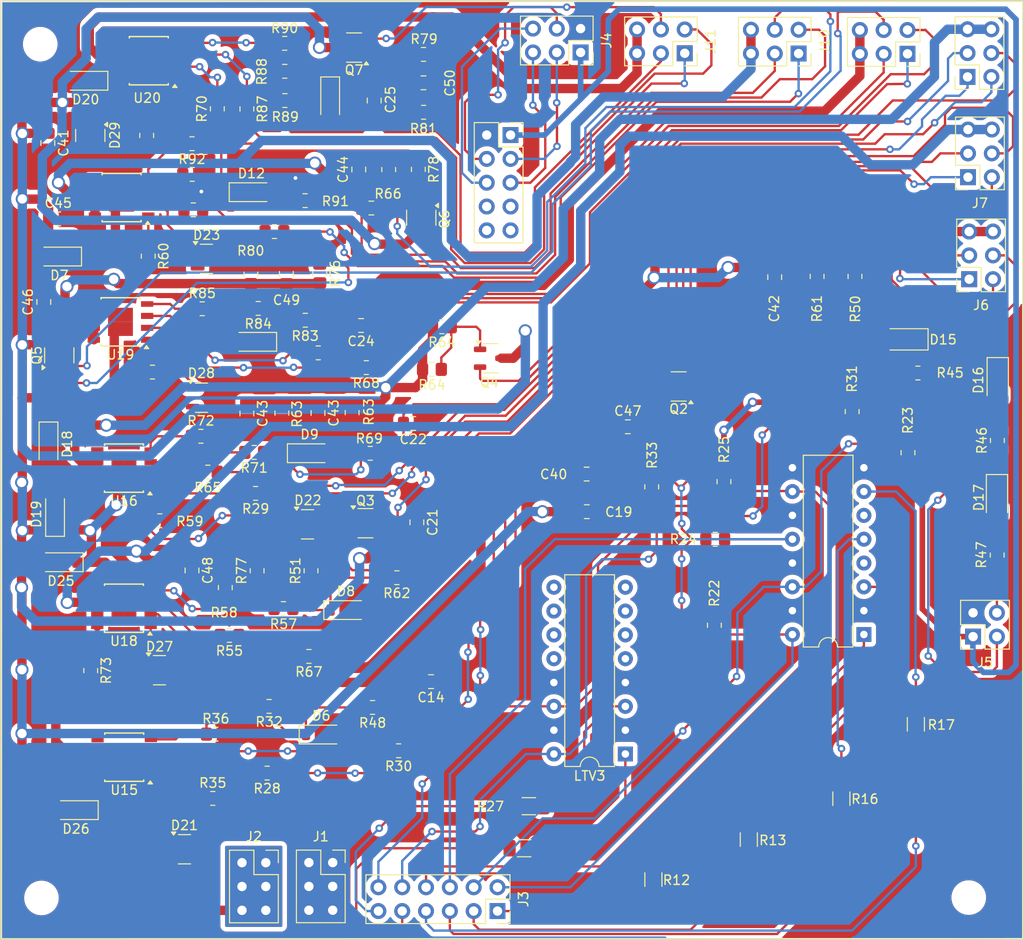
<source format=kicad_pcb>
(kicad_pcb (version 20241229) (generator "pcbnew") (generator_version "9.0")
  (layers (0 "F.Cu" signal) (2 "B.Cu" signal) (13 "F.Paste" user) (15 "B.Paste" user) (5 "F.SilkS" user "F.Silkscreen") (7 "B.SilkS" user "B.Silkscreen") (1 "F.Mask" user) (3 "B.Mask" user) (25 "Edge.Cuts" user))
  (net 0 "")
  (net 1 "GND")
  (net 2 "V_EXT")
  (net 3 "DI4 (3V3)")
  (net 4 "DI5 (3V3)")
  (net 5 "DI6 (3V3)")
  (net 6 "+3.3V")
  (net 7 "SW5_IN")
  (net 8 "SW6_IN")
  (net 9 "NRST")
  (net 10 "SW2_IN")
  (net 11 "SW1_IN")
  (net 12 "SW3_IN")
  (net 13 "SWDIO")
  (net 14 "SWCLK")
  (net 15 "SW4_IN")
  (net 16 "DI1 (3V3)")
  (net 17 "DI2 (3V3)")
  (net 18 "DI3 (3V3)")
  (net 19 "+5V")
  (net 20 "DO1")
  (net 21 "DO2")
  (net 22 "DO4")
  (net 23 "DO6")
  (net 24 "DO3")
  (net 25 "DI6 (12V)")
  (net 26 "DI5 (12V)")
  (net 27 "DI4 (12V)")
  (net 28 "DI3 (12V)")
  (net 29 "DI2 (12V)")
  (net 30 "DI1 (12V)")
  (net 31 "DO5")
  (net 32 "LED")
  (net 33 "SWO")
  (net 34 "SW1_IS")
  (net 35 "SW2_IS")
  (net 36 "SW3_IS")
  (net 37 "SW4_IS")
  (net 38 "SW6_IS")
  (net 39 "SW5_IS")
  (net 40 "SW6_T")
  (net 41 "SW6_DEN")
  (net 42 "SW5_T")
  (net 43 "SW5_DEN")
  (net 44 "SW4_T")
  (net 45 "SW4_DEN")
  (net 46 "SW3_T")
  (net 47 "SW3_DEN")
  (net 48 "SW2_T")
  (net 49 "SW2_DEN")
  (net 50 "SW1_T")
  (net 51 "SW1_DEN")
  (net 52 "Net-(D6-K)")
  (net 53 "Net-(D8-K)")
  (net 54 "Net-(D9-K)")
  (net 55 "Net-(D10-K)")
  (net 56 "Net-(D11-K)")
  (net 57 "Net-(D12-K)")
  (net 58 "Net-(D15-A)")
  (net 59 "Net-(D16-A)")
  (net 60 "Net-(D17-A)")
  (net 61 "Net-(D21-A)")
  (net 64 "Net-(D22-A)")
  (net 66 "Net-(D23-A)")
  (net 67 "Net-(D27-A)")
  (net 70 "Net-(D28-A)")
  (net 72 "Net-(D29-A)")
  (net 73 "Net-(LTV2-Pad3)")
  (net 76 "Net-(LTV2-Pad5)")
  (net 77 "Net-(LTV2-Pad1)")
  (net 78 "Net-(LTV2-Pad7)")
  (net 81 "Net-(LTV3-Pad1)")
  (net 88 "Net-(LTV3-Pad3)")
  (net 89 "Net-(Q2-C)")
  (net 90 "Net-(Q3-C)")
  (net 91 "Net-(Q4-C)")
  (net 92 "Net-(Q5-C)")
  (net 93 "Net-(Q6-C)")
  (net 94 "Net-(Q7-C)")
  (net 95 "Net-(U15-IN)")
  (net 96 "Net-(U16-IN)")
  (net 97 "Net-(U15-DEN)")
  (net 98 "Net-(U15-IS)")
  (net 99 "Net-(U17-IN)")
  (net 100 "Net-(U18-DEN)")
  (net 101 "Net-(U18-IS)")
  (net 102 "Net-(U16-DEN)")
  (net 103 "Net-(U18-IN)")
  (net 104 "Net-(U19-IN)")
  (net 105 "Net-(U20-IN)")
  (net 106 "Net-(U16-IS)")
  (net 107 "Net-(U19-DEN)")
  (net 108 "Net-(U19-IS)")
  (net 109 "Net-(U17-DEN)")
  (net 110 "Net-(U20-DEN)")
  (net 111 "Net-(U20-IS)")
  (net 112 "Net-(U17-IS)")
  (footprint "Resistor_SMD:R_0805_2012Metric_Pad1.20x1.40mm_HandSolder" (layer "F.Cu") (at 147.25 122.15 180)
    (property "Reference" "R57")
    (property "Value" "4.7k" (hide yes))
  )
  (footprint "Resistor_SMD:R_0805_2012Metric_Pad1.20x1.40mm_HandSolder" (layer "F.Cu") (at 145.51 139.69 180)
    (property "Reference" "R28")
    (property "Value" "4.7K" (hide yes))
  )
  (footprint "Connector_PinSocket_2.54mm:PinSocket_2x06_P2.54mm_Vertical" (layer "F.Cu") (at 170.07 154.4 -90)
    (property "Reference" "J3")
    (property "Value" "Conn_01x12_Socket" (hide yes))
  )
  (footprint "Resistor_SMD:R_0805_2012Metric_Pad1.20x1.40mm_HandSolder" (layer "F.Cu") (at 149.56 78.66 180)
    (property "Reference" "R91")
    (property "Value" "4.7k" (hide yes))
  )
  (footprint "Resistor_SMD:R_0805_2012Metric_Pad1.20x1.40mm_HandSolder" (layer "F.Cu") (at 145.72 132.58 180)
    (property "Reference" "R32")
    (property "Value" "4.7k" (hide yes))
  )
  (footprint "Resistor_SMD:R_0805_2012Metric_Pad1.20x1.40mm_HandSolder" (layer "F.Cu") (at 144.56 90.15 180)
    (property "Reference" "R84")
    (property "Value" "4.7k" (hide yes))
  )
  (footprint "Resistor_SMD:R_0805_2012Metric_Pad1.20x1.40mm_HandSolder" (layer "F.Cu") (at 133.28 96.94 180)
    (property "Reference" "R74" (hide yes))
    (property "Value" "1k" (hide yes))
  )
  (footprint "Capacitor_SMD:C_0805_2012Metric_Pad1.18x1.45mm_HandSolder" (layer "F.Cu") (at 156.92 67.9875 -90)
    (property "Reference" "C25" (hide yes))
    (property "Value" "100pF" (hide yes))
  )
  (footprint "Capacitor_SMD:C_0805_2012Metric_Pad1.18x1.45mm_HandSolder" (layer "F.Cu") (at 156.6225 79.45 180)
    (property "Reference" "C27" (hide yes))
    (property "Value" "100pF" (hide yes))
  )
  (footprint "Connector_PinSocket_2.54mm:PinSocket_2x03_P2.54mm_Vertical" (layer "F.Cu") (at 220.18 65.47 180)
    (property "Reference" "J8" (hide yes))
    (property "Value" "Conn_01x06_Socket" (hide yes))
  )
  (footprint "Diode_SMD:D_SOD-123" (layer "F.Cu") (at 122.2 104.6225 -90)
    (property "Reference" "D18")
    (property "Value" "36V" (hide yes))
  )
  (footprint "Resistor_SMD:R_0805_2012Metric_Pad1.20x1.40mm_HandSolder" (layer "F.Cu") (at 138.45 103.78)
    (property "Reference" "R72")
    (property "Value" "1.2k" (hide yes))
  )
  (footprint "Capacitor_SMD:C_0805_2012Metric_Pad1.18x1.45mm_HandSolder" (layer "F.Cu") (at 155.5225 91.97 180)
    (property "Reference" "C24")
    (property "Value" "100pF" (hide yes))
  )
  (footprint "Resistor_SMD:R_0805_2012Metric_Pad1.20x1.40mm_HandSolder" (layer "F.Cu") (at 151.12 86.4275 -90)
    (property "Reference" "R76")
    (property "Value" "1.5k" (hide yes))
  )
  (footprint "Resistor_SMD:R_0805_2012Metric_Pad1.20x1.40mm_HandSolder" (layer "F.Cu") (at 156.5 105.6 180)
    (property "Reference" "R69" (hide yes))
    (property "Value" "4.7k" (hide yes))
  )
  (footprint "Connector_PinSocket_2.54mm:PinSocket_2x03_P2.54mm_Vertical" (layer "F.Cu") (at 190.03 62.95 -90)
    (property "Reference" "J11")
    (property "Value" "Conn_01x06_Socket" (hide yes))
  )
  (footprint "Capacitor_SMD:C_0805_2012Metric_Pad1.18x1.45mm_HandSolder" (layer "F.Cu") (at 179.57 107.81)
    (property "Reference" "C40")
    (property "Value" "100 nF" (hide yes))
  )
  (footprint "Resistor_SMD:R_0805_2012Metric_Pad1.20x1.40mm_HandSolder" (layer "F.Cu") (at 143.35 68.88 90)
    (property "Reference" "R87")
    (property "Value" "4.7k" (hide yes))
  )
  (footprint "Resistor_SMD:R_0805_2012Metric_Pad1.20x1.40mm_HandSolder" (layer "F.Cu") (at 193.28 114.76 180)
    (property "Reference" "R24")
    (property "Value" "10k" (hide yes))
  )
  (footprint "Connector_PinSocket_2.54mm:PinSocket_2x02_P2.54mm_Vertical" (layer "F.Cu") (at 220.77 125.14 180)
    (property "Reference" "J5")
    (property "Value" "Conn_01x04_Socket" (hide yes))
  )
  (footprint "Resistor_SMD:R_0805_2012Metric_Pad1.20x1.40mm_HandSolder" (layer "F.Cu") (at 147.08 101.31 90)
    (property "Reference" "R63")
    (property "Value" "47k" (hide yes))
  )
  (footprint "Diode_SMD:D_SOD-123" (layer "F.Cu") (at 123.53 117.21 180)
    (property "Reference" "D25")
    (property "Value" "36V" (hide yes))
  )
  (footprint "Diode_SMD:D_1206_3216Metric_Pad1.42x1.75mm_HandSolder" (layer "F.Cu") (at 213.5125 93.45 180)
    (property "Reference" "D15")
    (property "Value" "LED" (hide yes))
  )
  (footprint "Resistor_SMD:R_0805_2012Metric_Pad1.20x1.40mm_HandSolder" (layer "F.Cu") (at 139.715 142.39)
    (property "Reference" "R35")
    (property "Value" "1k" (hide yes))
  )
  (footprint "MountingHole:MountingHole_3.2mm_M3" (layer "F.Cu") (at 121.45 153)
    (property "Reference" "REF**" (hide yes))
    (property "Value" "MountingHole_3.2mm_M3" (hide yes))
  )
  (footprint "Capacitor_SMD:C_0805_2012Metric_Pad1.18x1.45mm_HandSolder" (layer "F.Cu") (at 162.1725 66.1 180)
    (property "Reference" "C50")
    (property "Value" "4.7 nF" (hide yes))
  )
  (footprint "Package_TO_SOT_SMD:SOT-23-3" (layer "F.Cu") (at 155.99 113.0475)
    (property "Reference" "Q3")
    (property "Value" "BC807" (hide yes))
  )
  (footprint "Resistor_SMD:R_0805_2012Metric_Pad1.20x1.40mm_HandSolder" (layer "F.Cu") (at 154.57 101.26 90)
    (property "Reference" "R63")
    (property "Value" "47k" (hide yes))
  )
  (footprint "Resistor_SMD:R_0805_2012Metric_Pad1.20x1.40mm_HandSolder" (layer "F.Cu") (at 156.08 96.46 180)
    (property "Reference" "R68")
    (property "Value" "4.7K" (hide yes))
  )
  (footprint "Resistor_SMD:R_0805_2012Metric_Pad1.20x1.40mm_HandSolder" (layer "F.Cu") (at 132.6675 71.7075 -90)
    (property "Reference" "R75" (hide yes))
    (property "Value" "1k" (hide yes))
  )
  (footprint "Capacitor_SMD:C_0805_2012Metric_Pad1.18x1.45mm_HandSolder" (layer "F.Cu") (at 147.56 86.47 90)
    (property "Reference" "C49")
    (property "Value" "4.7 nF" (hide yes))
  )
  (footprint "Package_SO:Infineon_PG-DSO-8-43" (layer "F.Cu") (at 129.875 91.585 180)
    (property "Reference" "U19")
    (property "Value" "BTS5030-1EJA" (hide yes))
  )
  (footprint "Resistor_SMD:R_0805_2012Metric_Pad1.20x1.40mm_HandSolder" (layer "F.Cu") (at 162.19 69.24)
    (property "Reference" "R81")
    (property "Value" "47k" (hide yes))
  )
  (footprint "Package_SO:Infineon_PG-DSO-8-43" (layer "F.Cu") (at 130.245 122.115 180)
    (property "Reference" "U18")
    (property "Value" "BTS5030-1EJA" (hide yes))
  )
  (footprint "Resistor_SMD:R_0805_2012Metric_Pad1.20x1.40mm_HandSolder" (layer "F.Cu") (at 137.64 79.64 180)
    (property "Reference" "R86" (hide yes))
    (property "Value" "4.7k" (hide yes))
  )
  (footprint "Package_TO_SOT_SMD:SOT-23-3" (layer "F.Cu") (at 189.3825 98.47 180)
    (property "Reference" "Q2")
    (property "Value" "BC807" (hide yes))
  )
  (footprint "MountingHole:MountingHole_3.2mm_M3" (layer "F.Cu") (at 220.31 152.96)
    (property "Reference" "REF**" (hide yes))
    (property "Value" "MountingHole_3.2mm_M3" (hide yes))
  )
  (footprint "Package_TO_SOT_SMD:SOT-23" (layer "F.Cu") (at 136.6975 147.81)
    (property "Reference" "D21")
    (property "Value" "BAS21" (hide yes))
  )
  (footprint "Resistor_SMD:R_0805_2012Metric_Pad1.20x1.40mm_HandSolder" (layer "F.Cu") (at 137.5 72.59 180)
    (property "Reference" "R92")
    (property "Value" "4.7k" (hide yes))
  )
  (footprint "Resistor_SMD:R_0805_2012Metric_Pad1.20x1.40mm_HandSolder" (layer "F.Cu") (at 149.58 91.41 180)
    (property "Reference" "R83")
    (property "Value" "4.7k" (hide yes))
  )
  (footprint "Capacitor_SMD:C_0805_2012Metric_Pad1.18x1.45mm_HandSolder" (layer "F.Cu") (at 137.5 118.0825 -90)
    (property "Reference" "C48")
    (property "Value" "4.7 nF" (hide yes))
  )
  (footprint "Resistor_SMD:R_1206_3216Metric_Pad1.30x1.75mm_HandSolder" (layer "F.Cu") (at 206.73 142.42 90)
    (property "Reference" "R16" (hide yes))
    (property "Value" "270" (hide yes))
  )
  (footprint "Resistor_SMD:R_0805_2012Metric_Pad1.20x1.40mm_HandSolder" (layer "F.Cu") (at 150.96 94.89 180)
    (property "Reference" "R82" (hide yes))
    (property "Value" "4.7k" (hide yes))
  )
  (footprint "Capacitor_SMD:C_0805_2012Metric_Pad1.18x1.45mm_HandSolder" (layer "F.Cu") (at 155.28 75.34 90)
    (property "Reference" "C44")
    (property "Value" "4.7 nF" (hide yes))
  )
  (footprint "Resistor_SMD:R_0805_2012Metric_Pad1.20x1.40mm_HandSolder" (layer "F.Cu") (at 137.52 75.86)
    (property "Reference" "R93" (hide yes))
    (property "Value" "1.2k" (hide yes))
  )
  (footprint "Resistor_SMD:R_0805_2012Metric_Pad1.20x1.40mm_HandSolder" (layer "F.Cu") (at 186.51 109.17 90)
    (property "Reference" "R33")
    (property "Value" "10k" (hide yes))
  )
  (footprint "Resistor_SMD:R_0805_2012Metric_Pad1.20x1.40mm_HandSolder" (layer "F.Cu") (at 144.13 105.5 180)
    (property "Reference" "R71")
    (property "Value" "4.7k" (hide yes))
  )
  (footprint "Capacitor_SMD:C_0805_2012Metric_Pad1.18x1.45mm_HandSolder" (layer "F.Cu") (at 162.9825 129.94 180)
    (property "Reference" "C14")
    (property "Value" "100pF" (hide yes))
  )
  (footprint "Resistor_SMD:R_0805_2012Metric_Pad1.20x1.40mm_HandSolder" (layer "F.Cu") (at 213.83 105.53 90)
    (property "Reference" "R23")
    (property "Value" "10k" (hide yes))
  )
  (footprint "Resistor_SMD:R_0805_2012Metric_Pad1.20x1.40mm_HandSolder" (layer "F.Cu") (at 149.96 127.25 180)
    (property "Reference" "R67")
    (property "Value" "4.7K" (hide yes))
  )
  (footprint "Diode_SMD:D_SOD-123" (layer "F.Cu") (at 152.23 67.83 -90)
    (property "Reference" "C25")
    (property "Value" "4.7V" (hide yes))
  )
  (footprint "Resistor_SMD:R_0805_2012Metric_Pad1.20x1.40mm_HandSolder" (layer "F.Cu") (at 193.19 123.93 90)
    (property "Reference" "R22")
    (property "Value" "10k" (hide yes))
  )
  (footprint "Resistor_SMD:R_0805_2012Metric_Pad1.20x1.40mm_HandSolder" (layer "F.Cu") (at 204.14 86.74 90)
    (property "Reference" "R61")
    (property "Value" "47k" (hide yes))
  )
  (footprint "Resistor_SMD:R_0805_2012Metric_Pad1.20x1.40mm_HandSolder" (layer "F.Cu") (at 159.34 118.86 180)
    (property "Reference" "R62")
    (property "Value" "4.7k" (hide yes))
  )
  (footprint "Diode_SMD:D_SOD-123" (layer "F.Cu") (at 126.1675 65.88 180)
    (property "Reference" "D20")
    (property "Value" "36V" (hide yes))
  )
  (footprint "Resistor_SMD:R_0805_2012Metric_Pad1.20x1.40mm_HandSolder" (layer "F.Cu") (at 146.29 81.96 180)
    (property "Reference" "R34" (hide yes))
    (property "Value" "4.7K" (hide yes))
  )
  (footprint "Resistor_SMD:R_0805_2012Metric_Pad1.20x1.40mm_HandSolder" (layer "F.Cu") (at 207.88 101.15 90)
    (property "Reference" "R31")
    (property "Value" "10k" (hide yes))
  )
  (footprint "Capacitor_SMD:C_0805_2012Metric_Pad1.18x1.45mm_HandSolder" (layer "F.Cu") (at 123.2425 80.6)
    (property "Reference" "C45")
    (property "Value" "100 nF" (hide yes))
  )
  (footprint "Capacitor_SMD:C_0805_2012Metric_Pad1.18x1.45mm_HandSolder" (layer "F.Cu") (at 143.35 101.35 -90)
    (property "Reference" "C43")
    (property "Value" "4.7 nF" (hide yes))
  )
  (footprint "Resistor_SMD:R_0805_2012Metric_Pad1.20x1.40mm_HandSolder" (layer "F.Cu") (at 162.18 63.07)
    (property "Reference" "R79" (hide yes))
    (property "Value" "1.5k" (hide yes))
  )
  (footprint "Resistor_SMD:R_0805_2012Metric_Pad1.20x1.40mm_HandSolder" (layer "F.Cu") (at 141.49 125.01 180)
    (property "Reference" "R55")
    (property "Value" "4.7k" (hide yes))
  )
  (footprint "Resistor_SMD:R_0805_2012Metric_Pad1.20x1.40mm_HandSolder" (layer "F.Cu") (at 158.47 75.35 -90)
    (property "Reference" "R66")
    (property "Value" "47k" (hide yes))
  )
  (footprint "Package_SO:Infineon_PG-DSO-8-43" (layer "F.Cu") (at 129.995 78.335 180)
    (property "Reference" "U17" (hide yes))
    (property "Value" "BTS5030-1EJA" (hide yes))
  )
  (footprint "Connector_PinSocket_2.54mm:PinSocket_2x03_P2.54mm_Vertical" (layer "F.Cu") (at 152.5 149.23)
    (property "Reference" "J1")
    (property "Value" "Conn_02x03_Odd_Even" (hide yes))
  )
  (footprint "Resistor_SMD:R_0805_2012Metric_Pad1.20x1.40mm_HandSolder" (layer "F.Cu") (at 144.28 109.87 180)
    (property "Reference" "R29")
    (property "Value" "4.7K" (hide yes))
  )
  (footprint "Package_TO_SOT_SMD:SOT-23-3" (layer "F.Cu") (at 123.35 95.1525 90)
    (property "Reference" "Q5")
    (property "Value" "BC807" (hide yes))
  )
  (footprint "Connector_PinSocket_2.54mm:PinSocket_2x03_P2.54mm_Vertical" (layer "F.Cu") (at 178.93 62.86 -90)
    (property "Reference" "J4")
    (property "Value" "Conn_01x06_Socket" (hide yes))
  )
  (footprint "Resistor_SMD:R_0805_2012Metric_Pad1.20x1.40mm_HandSolder" (layer "F.Cu") (at 139.19 107.6 180)
    (property "Reference" "R65")
    (property "Value" "4.7k" (hide yes))
  )
  (footprint "Resistor_SMD:R_0805_2012Metric_Pad1.20x1.40mm_HandSolder" (layer "F.Cu") (at 159.53 137.31 180)
    (property "Reference" "R30")
    (property "Value" "4.7k" (hide yes))
  )
  (footprint "MountingHole:MountingHole_3.2mm_M3" (layer "F.Cu") (at 121.32 61.98)
    (property "Reference" "REF**" (hide yes))
    (property "Value" "MountingHole_3.2mm_M3" (hide yes))
  )
  (footprint "Package_TO_SOT_SMD:SOT-23" (layer "F.Cu") (at 139.0325 84.87)
    (property "Reference" "D23")
    (property "Value" "BAS21" (hide yes))
  )
  (footprint "Resistor_SMD:R_0805_2012Metric_Pad1.20x1.40mm_HandSolder" (layer "F.Cu") (at 144.44 118.12 90)
    (property "Reference" "R77")
    (property "Value" "47k" (hide yes))
  )
  (footprint "Package_TO_SOT_SMD:SOT-23-3" (layer "F.Cu") (at 154.7825 62.34 180)
    (property "Reference" "Q7")
    (property "Value" "BC807" (hide yes))
  )
  (footprint "Resistor_SMD:R_0805_2012Metric_Pad1.20x1.40mm_HandSolder" (layer "F.Cu") (at 161.63 75.33 -90)
    (property "Reference" "R78")
    (property "Value" "1.5k" (hide yes))
  )
  (footprint "Diode_SMD:D_1206_3216Metric_Pad1.42x1.75mm_HandSolder" (layer "F.Cu") (at 223.32 110.32 -90)
    (property "Reference" "D17")
    (property "Value" "LED" (hide yes))
  )
  (footprint "Diode_SMD:D_SOD-123" (layer "F.Cu") (at 143.83 77.76)
    (property "Reference" "D12")
    (property "Value" "4.7V" (hide yes))
  )
  (footprint "Diode_SMD:D_SOD-123" (layer "F.Cu") (at 150.03 105.59)
    (property "Reference" "D9")
    (property "Value" "4.7V" (hide yes))
  )
  (footprint "Diode_SMD:D_SOD-123" (layer "F.Cu") (at 151.29 135.58)
    (property "Reference" "D6")
    (property "Value" "4.7V" (hide yes))
  )
  (footprint "Package_TO_SOT_SMD:SOT-23-3" (layer "F.Cu") (at 161.94 80.4825 -90)
    (property "Reference" "Q6")
    (property "Value" "BC807" (hide yes))
  )
  (footprint "Package_TO_SOT_SMD:SOT-23" (layer "F.Cu") (at 134.0325 128.72)
    (property "Reference" "D27")
    (property "Value" "BAS21" (hide yes))
  )
  (footprint "Resistor_SMD:R_0805_2012Metric_Pad1.20x1.40mm_HandSolder" (layer "F.Cu") (at 156.75 132.69 180)
    (property "Reference" "R48")
    (property "Value" "4.7k" (hide yes))
  )
  (footprint "Package_DIP:DIP-16_W7.62mm" (layer "F.Cu") (at 209.13 124.915 180)
    (property "Reference" "LTV2" (hide yes))
    (property "Value" "~" (hide yes))
  )
  (footprint "Resistor_SMD:R_0805_2012Metric_Pad1.20x1.40mm_HandSolder" (layer "F.Cu") (at 132.83 84.58 -90)
    (property "Reference" "R60")
    (property "Value" "1k" (hide yes))
  )
  (footprint "Diode_SMD:D_SOD-123" (layer "F.Cu") (at 122.9 112.09 90)
    (property "Reference" "D19")
    (property "Value" "36V" (hide yes))
  )
  (footprint "Resistor_SMD:R_0805_2012Metric_Pad1.20x1.40mm_HandSolder" (layer "F.Cu") (at 147.38 61.89)
    (property "Reference" "R90")
    (property "Value" "1.2k" (hide yes))
  )
  (footprint "Resistor_SMD:R_0805_2012Metric_Pad1.20x1.40mm_HandSolder" (layer "F.Cu") (at 147.4 67.99)
    (property "Reference" "R88")
    (property "Value" "4.7k" (hide yes))
  )
  (footprint "Package_TO_SOT_SMD:SOT-23-3" (layer "F.Cu") (at 169.35 95.46)
    (property "Reference" "Q4" (hide yes))
    (property "Value" "BC807" (hide yes))
  )
  (footprint "Diode_SMD:D_SOD-123" (layer "F.Cu") (at 153.9125 122.31)
    (property "Reference" "D8")
    (property "Value" "4.7V" (hide yes))
  )
  (footprint "Connector_PinSocket_2.54mm:PinSocket_2x03_P2.54mm_Vertical" (layer "F.Cu") (at 202.17 62.98 -90)
    (property "Reference" "J10")
    (property "Value" "Conn_01x06_Socket" (hide yes))
  )
  (footprint "Package_DIP:DIP-16_W7.62mm" (layer "F.Cu") (at 183.7 137.655 180)
    (property "Reference" "LTV3")
    (property "Value" "~" (hide yes))
  )
  (footprint "Resistor_SMD:R_0805_2012Metric_Pad1.20x1.40mm_HandSolder" (layer "F.Cu") (at 126.7 128.76 -90)
    (property "Reference" "R73")
    (property "Value" "1k" (hide yes))
  )
  (footprint "Capacitor_SMD:C_0805_2012Metric_Pad1.18x1.45mm_HandSolder" (layer "F.Cu") (at 199.62 86.8225 -90)
    (property "Reference" "C42")
    (property "Value" "4.7 nF" (hide yes))
  )
  (footprint "Package_TO_SOT_SMD:SOT-23" (layer "F.Cu") (at 149.8125 113.17)
    (property "Reference" "D22")
    (property "Value" "BAS21" (hide yes))
  )
  (footprint "Connector_PinSocket_2.54mm:PinSocket_2x05_P2.54mm_Vertical" (layer "F.Cu") (at 171.4612 71.6694)
    (property "Reference" "ST_LINK_V1" (hide yes))
    (property "Value" "~")
  )
  (footprint "Resistor_SMD:R_1206_3216Metric_Pad1.30x1.75mm_HandSolder" (layer "F.Cu") (at 173.41 143.22)
    (property "Reference" "R27")
    (property "Value" "270" (hide yes))
  )
  (footprint "Resistor_SMD:R_0805_2012Metric_Pad1.20x1.40mm_HandSolder" (layer "F.Cu") (at 147.39 64.87 180)
    (property "Reference" "R89")
    (property "Value" "4.7k" (hide yes))
  )
  (footprint "Capacitor_SMD:C_0805_2012Metric_Pad1.18x1.45mm_HandSolder" (layer "F.Cu") (at 179.59 111.82)
    (property "Reference" "C19")
    (property "Value" "100 nF" (hide yes))
  )
  (footprint "Capacitor_SMD:C_0805_2012Metric_Pad1.18x1.45mm_HandSolder" (layer "F.Cu") (at 121.7 89.4625 90)
    (property "Reference" "C46")
    (property "Value" "100 nF" (hide yes))
  )
  (footprint "Capacitor_SMD:C_0805_2012Metric_Pad1.18x1.45mm_HandSolder" (layer "F.Cu") (at 161.0825 102.42 180)
    (property "Reference" "C22")
    (property "Value" "100pF" (hide yes))
  )
  (footprint "Resistor_SMD:R_0805_2012Metric_Pad1.20x1.40mm_HandSolder" (layer "F.Cu") (at 143.78 86.5075 -90)
    (property "Reference" "R80")
    (property "Value" "47k" (hide yes))
  )
  (footprint "Resistor_SMD:R_0805_2012Metric_Pad1.20x1.40mm_HandSolder" (layer "F.Cu") (at 134.06 112.79)
    (property "Reference" "R59" (hide yes))
    (property "Value" "1k" (hide yes))
  )
  (footprint "Capacitor_SMD:C_0805_2012Metric_Pad1.18x1.45mm_HandSolder" (layer "F.Cu") (at 122.13 72.5225 -90)
    (property "Reference" "C41")
    (property "Value" "100 nF" (hide yes))
  )
  (footprint "Package_SO:Infineon_PG-DSO-8-43" (layer "F.Cu") (at 130.275 137.995 180)
    (property "Reference" "U15")
    (property "Value" "BTS5030-1EJA" (hide yes))
  )
  (footprint "Resistor_SMD:R_0805_2012Metric_Pad1.20x1.40mm_HandSolder" (layer "F.Cu") (at 223.36 104.23 90)
    (property "Reference" "R46")
    (property "Value" "330" (hide yes))
  )
  (footprint "Resistor_SMD:R_0805_2012Metric_Pad1.20x1.40mm_HandSolder" (layer "F.Cu") (at 208.18 86.74 90)
    (property "Reference" "R50")
    (property "Value" "1.5k" (hide yes))
  )
  (footprint "Connector_PinSocket_2.54mm:PinSocket_2x03_P2.54mm_Vertical" (layer "F.Cu") (at 213.78 63.01 -90)
    (property "Reference" "J9" (hide yes))
    (property "Value" "Conn_01x06_Socket" (hide yes))
  )
  (footprint "Capacitor_SMD:C_0805_2012Metric_Pad1.18x1.45mm_HandSolder" (layer "F.Cu") (at 183.9625 102.77)
    (property "Reference" "C47")
    (property "Value" "100 nF" (hide yes))
  )
  (footprint "Package_TO_SOT_SMD:SOT-23" (layer "F.Cu") (at 126.6575 71.71 -90)
    (property "Reference" "D29")
    (property "Value" "BAS21" (hide yes))
  )
  (footprint "Capacitor_SMD:C_0805_2012Metric_Pad1.18x1.45mm_HandSolder" (layer "F.Cu") (at 161.47 112.9525 -90)
    (property "Reference" "C21")
    (property "Value" "100pF" (hide yes))
  )
  (footprint "Resistor_SMD:R_1206_3216Metric_Pad1.30x1.75mm_HandSolder" (layer "F.Cu") (at 186.69 151.04 90)
    (property "Reference" "R12" (hide yes))
    (property "Value" "270" (hide yes))
  )
  (footprint "Resistor_SMD:R_0805_2012Metric_Pad1.20x1.40mm_HandSolder" (layer "F.Cu") (at 140.2 68.87 90)
    (property "Reference" "R70")
    (property "Value" "4.7K" (hide yes))
  )
  (footprint "Diode_SMD:D_SOD-123" (layer "F.Cu") (at 144.16 93.71 180)
    (property "Reference" "D10" (hide yes))
    (property "Value" "4.7V" (hide yes))
  )
  (footprint "Resistor_SMD:R_0805_2012Metric_Pad1.20x1.40mm_HandSolder" (layer "F.Cu") (at 194.21 108.62 90)
    (property "Reference" "R25")
    (property "Value" "10k" (hide yes))
  )
  (footprint "Resistor_SMD:R_1206_3216Metric_Pad1.30x1.75mm_HandSolder" (layer "F.Cu") (at 196.86 146.78 90)
    (property "Reference" "R13" (hide yes))
    (property "Value" "270" (hide yes))
  )
  (footprint "Capacitor_SMD:C_0805_2012Metric_Pad1.18x1.45mm_HandSolder" (layer "F.Cu") (at 150.93 101.3025 -90)
    (property "Reference" "C43")
    (property "Value" "4.7 nF" (hide yes))
  )
  (footprint "Resistor_SMD:R_0805_2012Metric_Pad1.20x1.40mm_HandSolder" (layer "F.Cu") (at 138.59 90.19)
    (property "Reference" "R85")
    (property "Value" "1.2k" (hide yes))
  )
  (footprint "Diode_SMD:D_SOD-123" (layer "F.Cu") (at 123.36 84.62 180)
    (property "Reference" "D7")
    (property "Value" "36V" (hide yes))
  )
  (footprint "Diode_SMD:D_SOD-123" (layer "F.Cu") (at 125.1375 143.64 180)
    (property "Reference" "D26")
    (property "Value" "36V" (hide yes))
  )
  (footprint "Connector_PinSocket_2.54mm:PinSocket_2x03_P2.54mm_Vertical" (layer "F.Cu") (at 145.3688 149.241)
    (property "Reference" "J2")
    (property "Value" "Conn_02x03_Odd_Even" (hide yes))
  )
  (footprint "Connector_PinSocket_2.54mm:PinSocket_2x03_P2.54mm_Vertical" (layer "F.Cu") (at 220.23 76.16 180)
    (property "Reference" "J7")
    (property "Value" "Conn_01x06_Socket" (hide yes))
  )
  (footprint "Package_SO:Infineon_PG-DSO-8-43" (layer "F.Cu") (at 132.895 63.745 180)
    (property "Reference" "U20")
    (property "Value" "BTS5030-1EJA" (hide yes))
  )
  (footprint "Resistor_SMD:R_0805_2012Metric_Pad1.20x1.40mm_HandSolder" (layer "F.Cu") (at 164.14 92.11 180)
    (property "Reference" "R64")
    (property "Value" "1.5k" (hide yes))
  )
  (footprint "Resistor_SMD:R_0805_2012Metric_Pad1.20x1.40mm_HandSolder" (layer "F.Cu") (at 140.04 135.54)
    (property "Reference" "R36")
    (property "Value" "1.2k" (hide yes))
  )
  (footprint "Diode_SMD:D_1206_3216Metric_Pad1.42x1.75mm_HandSolder" (layer "F.Cu") (at 223.4 97.8525 -90)
    (property "Reference" "D16")
    (property "Value" "LED" (hide yes))
  )
  (footprint "Resistor_SMD:R_1206_3216Metric_Pad1.30x1.75mm_HandSolder" (layer "F.Cu") (at 214.67 134.49 90)
    (property "Reference" "R17" (hide yes))
    (property "Value" "270" (hide yes))
  )
  (footprint "Package_SO:Infineon_PG-DSO-8-43" (layer "F.Cu") (at 130.245 107.175 180)
    (property "Reference" "U16")
    (property "Value" "BTS5030-1EJA" (hide yes))
  )
  (footprint "Resistor_SMD:R_0805_2012Metric_Pad1.20x1.40mm_HandSolder" (layer "F.Cu") (at 150.19 118.12 90)
    (property "Reference" "R51")
    (property "Value" "1.5k" (hide yes))
  )
  (footprint "Resistor_SMD:R_0805_2012Metric_Pad1.20x1.40mm_HandSolder" (layer "F.Cu") (at 214.89 97.04 180)
    (property "Reference" "R45")
    (property "Value" "100" (hide yes))
  )
  (footprint "Resistor_SMD:R_0805_2012Metric_Pad1.20x1.40mm_HandSolder" (layer "F.Cu") (at 163.08 96.65 180)
    (property "Reference" "R64")
    (property "Value" "1.5k" (hide yes))
  )
  (footprint "Resistor_SMD:R_1206_3216Metric_Pad1.30x1.75mm_HandSolder" (layer "F.Cu") (at 172.91 147.7)
    (property "Reference" "R26" (hide yes))
    (property "Value" "270" (hide yes))
  )
  (footprint "Resistor_SMD:R_0805_2012Metric_Pad1.20x1.40mm_HandSolder" (layer "F.Cu") (at 223.34 116.45 90)
    (property "Reference" "R47" (hide yes))
    (property "Value" "100" (hide yes))
  )
  (footprint "Package_TO_SOT_SMD:SOT-23" (layer "F.Cu") (at 138.5125 99.67)
    (property "Reference" "D28")
    (property "Value" "BAS21" (hide yes))
  )
  (footprint "Resistor_SMD:R_0805_2012Metric_Pad1.20x1.40mm_HandSolder" (layer "F.Cu") (at 141.05 119.91 90)
    (property "Reference" "R58")
    (property "Value" "1.2k" (hide yes))
  )
  (footprint "Connector_PinSocket_2.54mm:PinSocket_2x03_P2.54mm_Vertical" (layer "F.Cu") (at 220.3562 87.0364 180)
    (property "Reference" "J6")
    (property "Value" "Conn_01x06_Socket" (hide yes))
  )
  (gr_line (start 158.48 77.32) (end 158.48 78.32) (stroke (width 0.2)) (layer "F.Cu") (net 1))
  (gr_line (start 117.18 157.36) (end 226.0646 157.3436) (stroke (width 0.15)) (layer "F.SilkS"))
  (gr_line (start 226.0712 57.42) (end 171.4612 57.42) (stroke (width 0.15)) (layer "F.SilkS"))
  (gr_line (start 117.21 57.44) (end 117.18 157.36) (stroke (width 0.15)) (layer "F.SilkS"))
  (gr_line (start 171.4612 57.42) (end 117.21 57.44) (stroke (width 0.15)) (layer "F.SilkS"))
  (gr_line (start 226.0646 157.3436) (end 226.0712 57.42) (stroke (width 0.15)) (layer "F.SilkS"))
  (gr_line (start 226.15 157.41) (end 226.14 57.32) (stroke (width 0.1)) (layer "Edge.Cuts"))
  (gr_line (start 226.14 57.32) (end 117.13 57.36) (stroke (width 0.1)) (layer "Edge.Cuts"))
  (gr_line (start 117.08 157.43) (end 226.15 157.41) (stroke (width 0.1)) (layer "Edge.Cuts"))
  (gr_line (start 117.13 57.36) (end 117.08 157.43) (stroke (width 0.1)) (layer "Edge.Cuts"))
  (gr_text "R12" (at 189.15 151.1 0) (layer "F.SilkS") (effects (font (size 1 1))))
  (gr_text "R79" (at 162.24 61.44 0) (layer "F.SilkS") (effects (font (size 1 1))))
  (gr_text "R17" (at 217.38 134.55 0) (layer "F.SilkS") (effects (font (size 1 1))))
  (gr_text "R59" (at 137.27 112.86 0) (layer "F.SilkS") (effects (font (size 1 1))))
  (gr_text "R69" (at 156.4 104.03 0) (layer "F.SilkS") (effects (font (size 1 1))))
  (gr_text "R16" (at 209.24 142.46 0) (layer "F.SilkS") (effects (font (size 1 1))))
  (gr_text "Q4" (at 169.2 98.06 0) (layer "F.SilkS") (effects (font (size 1 1))))
  (gr_text "R47" (at 221.65 116.43 90) (layer "F.SilkS") (effects (font (size 1 1))))
  (gr_text "R13" (at 199.42 146.86 0) (layer "F.SilkS") (effects (font (size 1 1))))
  (segment (start 138.55 77.69) (end 138.55 77.69) (width 0.25) (layer "F.Cu") (net 1))
  (segment (start 138.52 77.66) (end 138.5 77.64) (width 0.25) (layer "F.Cu") (net 1))
  (segment (start 148.53 76.25) (end 148.53 77) (width 0.25) (layer "F.Cu") (net 1))
  (segment (start 138.5 77.64) (end 138.5 77.69) (width 0.25) (layer "F.Cu") (net 1))
  (segment (start 138.52 75.86) (end 138.52 77.66) (width 0.25) (layer "F.Cu") (net 1))
  (segment (start 138.5 77.69) (end 138.55 77.69) (width 0.25) (layer "F.Cu") (net 1))
  (segment (start 148.53 77) (end 148.11 77.42) (width 0.25) (layer "F.Cu") (net 1))
  (segment (start 147.01 77.42) (end 146.67 77.76) (width 0.25) (layer "F.Cu") (net 1))
  (segment (start 148.11 77.42) (end 147.01 77.42) (width 0.25) (layer "F.Cu") (net 1))
  (segment (start 146.67 77.76) (end 145.48 77.76) (width 0.25) (layer "F.Cu") (net 1))
  (via (at 148.53 76.25) (size 0.8) (drill 0.4) (layers "F.Cu" "B.Cu") (net 1))
  (via (at 138.5 77.69) (size 0.8) (drill 0.4) (layers "F.Cu" "B.Cu") (net 1))
  (segment (start 138.5 77.69) (end 140.41 77.69) (width 0.25) (layer "B.Cu") (net 1))
  (segment (start 140.41 77.69) (end 141.73 76.37) (width 0.25) (layer "B.Cu") (net 1))
  (segment (start 141.89 76.21) (end 148.49 76.21) (width 0.25) (layer "B.Cu") (net 1))
  (segment (start 141.73 76.37) (end 141.89 76.21) (width 0.25) (layer "B.Cu") (net 1))
  (segment (start 148.49 76.21) (end 148.53 76.25) (width 0.25) (layer "B.Cu") (net 1))
  (segment (start 148.57 76.21) (end 148.58 76.21) (width 0.25) (layer "B.Cu") (net 1))
  (segment (start 148.53 76.25) (end 148.57 76.21) (width 0.25) (layer "B.Cu") (net 1))
  (segment (start 119.41 113.76) (end 119.37 113.8) (width 1) (layer "F.Cu") (net 2))
  (segment (start 132.53 68.19) (end 133.5575 67.1625) (width 1) (layer "F.Cu") (net 2))
  (segment (start 122.18 113.76) (end 119.41 113.76) (width 1) (layer "F.Cu") (net 2))
  (segment (start 182.925 102.77) (end 182.925 101.495) (width 1) (layer "F.Cu") (net 2))
  (segment (start 157.02 83.3) (end 156.96 83.24) (width 1) (layer "F.Cu") (net 2))
  (segment (start 126.7875 145.9525) (end 126.7875 143.64) (width 1) (layer "F.Cu") (net 2))
  (segment (start 160.26 83.3) (end 157.02 83.3) (width 1) (layer "F.Cu") (net 2))
  (segment (start 151.09 62.32) (end 151.11 62.34) (width 0.25) (layer "F.Cu") (net 2))
  (segment (start 126.2 117.21) (end 125.18 117.21) (width 1) (layer "F.Cu") (net 2))
  (segment (start 153.645 62.34) (end 151.15 62.34) (width 1) (layer "F.Cu") (net 2))
  (segment (start 181.87 105.19) (end 182.925 104.135) (width 1) (layer "F.Cu") (net 2))
  (segment (start 128.24 117.21) (end 129.5825 118.5525) (width 1) (layer "F.Cu") (net 2))
  (segment (start 120.79 147.63) (end 119.37 146.21) (width 1) (layer "F.Cu") (net 2))
  (segment (start 129.5825 118.5525) (end 129.5825 121.365) (width 1) (layer "F.Cu") (net 2))
  (segment (start 119.4 94.04) (end 119.4 108.64) (width 1) (layer "F.Cu") (net 2))
  (segment (start 127.8175 68.0875) (end 127.92 68.19) (width 0.25) (layer "F.Cu") (net 2))
  (segment (start 173.03 94.18) (end 173.03 92.73) (width 1) (layer "F.Cu") (net 2))
  (segment (start 157.04 115.98) (end 156.18 116.84) (width 1) (layer "F.Cu") (net 2))
  (segment (start 123.68 68.19) (end 127.92 68.19) (width 1) (layer "F.Cu") (net 2))
  (segment (start 157.1275 115.8925) (end 157.04 115.98) (width 0.25) (layer "F.Cu") (net 2))
  (segment (start 178.5325 107.81) (end 178.5325 106.0575) (width 1) (layer "F.Cu") (net 2))
  (segment (start 122.2 99.73) (end 122.2 102.9725) (width 1) (layer "F.Cu") (net 2))
  (segment (start 129.6125 141.7075) (end 129.6125 138.745) (width 1) (layer "F.Cu") (net 2))
  (segment (start 178.5525 107.83) (end 178.5325 107.81) (width 1) (layer "F.Cu") (net 2))
  (segment (start 142.8288 154.321) (end 128.471 154.321) (width 1) (layer "F.Cu") (net 2))
  (segment (start 179.4 105.19) (end 181.87 105.19) (width 1) (layer "F.Cu") (net 2))
  (segment (start 125.01 82.81) (end 124.68 82.48) (width 1) (layer "F.Cu") (net 2))
  (segment (start 127.92 68.19) (end 132.53 68.19) (width 1) (layer "F.Cu") (net 2))
  (segment (start 182.925 101.495) (end 185.95 98.47) (width 1) (layer "F.Cu") (net 2))
  (segment (start 119.37 119.95) (end 119.33 119.91) (width 0.25) (layer "F.Cu") (net 2))
  (segment (start 121.7 90.5) (end 121.7 93.995) (width 1) (layer "F.Cu") (net 2))
  (segment (start 129.3325 79.085) (end 129.3325 83.0475) (width 1) (layer "F.Cu") (net 2))
  (segment (start 124.54 147.63) (end 125.11 147.63) (width 1) (layer "F.Cu") (net 2))
  (segment (start 126.78 113.76) (end 126.78 116.63) (width 1) (layer "F.Cu") (net 2))
  (segment (start 127.64 99.68) (end 122.15 99.68) (width 1) (layer "F.Cu") (net 2))
  (segment (start 170.4875 95.46) (end 171.75 95.46) (width 1) (layer "F.Cu") (net 2))
  (segment (start 172.43 94.78) (end 173.03 94.18) (width 1) (layer "F.Cu") (net 2))
  (segment (start 151.11 62.34) (end 151.13 62.34) (width 0.25) (layer "F.Cu") (net 2))
  (segment (start 119.565 94.015) (end 121.72 94.015) (width 1) (layer "F.Cu") (net 2))
  (segment (start 125.11 147.63) (end 126.7875 145.9525) (width 1) (layer "F.Cu") (net 2))
  (segment (start 156.18 116.84) (end 155.6 116.84) (width 1) (layer "F.Cu") (net 2))
  (segment (start 124.68 82.48) (end 122.75 82.48) (width 1) (layer "F.Cu") (net 2))
  (segment (start 129.2125 98.1075) (end 127.64 99.68) (width 1) (layer "F.Cu") (net 2))
  (segment (start 121.23 78.5) (end 119.4 78.5) (width 1) (layer "F.Cu") (net 2))
  (segment (start 126.2 117.21) (end 128.24 117.21) (width 1) (layer "F.Cu") (net 2))
  (segment (start 120.85 68.19) (end 119.37 69.67) (width 1) (layer "F.Cu") (net 2))
  (segment (start 178.5525 111.82) (end 178.5525 107.83) (width 1) (layer "F.Cu") (net 2))
  (segment (start 126.93 150.02) (end 124.54 147.63) (width 1) (layer "F.Cu") (net 2))
  (segment (start 127.68 143.64) (end 129.6125 141.7075) (width 1) (layer "F.Cu") (net 2))
  (segment (start 128.471 154.321) (end 126.79 152.64) (width 1) (layer "F.Cu") (net 2))
  (segment (start 126.79 152.64) (end 126.79 150.16) (width 1) (layer "F.Cu") (net 2))
  (segment (start 119.37 128.67) (end 119.37 119.95) (width 1) (layer "F.Cu") (net 2))
  (segment (start 119.37 146.21) (end 119.37 135.47) (width 1) (layer "F.Cu") (net 2))
  (segment (start 133.5575 67.1625) (end 133.5575 64.495) (width 1) (layer "F.Cu") (net 2))
  (segment (start 151.15 62.34) (end 151.09 62.32) (width 0.25) (layer "F.Cu") (net 2))
  (segment (start 122.205 81.935) (end 122.205 80.6) (width 1) (layer "F.Cu") (net 2))
  (segment (start 119.4 78.5) (end 119.37 78.53) (width 1) (layer "F.Cu") (net 2))
  (segment (start 122.205 79.475) (end 121.23 78.5) (width 1) (layer "F.Cu") (net 2))
  (segment (start 119.37 69.67) (end 119.37 71.51) (width 1) (layer "F.Cu") (net 2))
  (segment (start 129.5825 110.9575) (end 129.5825 107.925) (width 1) (layer "F.Cu") (net 2))
  (segment (start 119.33 113.91) (end 119.41 113.83) (width 0.25) (layer "F.Cu") (net 2))
  (segment (start 157.1275 113.0475) (end 157.1275 115.8925) (width 1) (layer "F.Cu") (net 2))
  (segment (start 121.72 94.015) (end 123.35 94.015) (width 1) (layer "F.Cu") (net 2))
  (segment (start 127.76 84.62) (end 125.01 84.62) (width 1) (layer "F.Cu") (net 2))
  (segment (start 119.33 119.91) (end 119.33 113.91) (width 1) (layer "F.Cu") (net 2))
  (segment (start 171.75 95.46) (end 172.43 94.78) (width 1) (layer "F.Cu") (net 2))
  (segment (start 122.75 82.48) (end 122.205 81.935) (width 1) (layer "F.Cu") (net 2))
  (segment (start 125.01 84.62) (end 125.01 82.81) (width 1) (layer "F.Cu") (net 2))
  (segment (start 129.3325 83.0475) (end 127.76 84.62) (width 1) (layer "F.Cu") (net 2))
  (segment (start 122.18 113.76) (end 126.78 113.76) (width 1) (layer "F.Cu") (net 2))
  (segment (start 122.205 80.6) (end 122.205 79.475) (width 1) (layer "F.Cu") (net 2))
  (segment (start 119.395 71.485) (end 122.13 71.485) (width 1) (layer "F.Cu") (net 2))
  (segment (start 174.85 111.82) (end 178.5525 111.82) (width 1) (layer "F.Cu") (net 2))
  (segment (start 119.37 93.82) (end 119.565 94.015) (width 1) (layer "F.Cu") (net 2))
  (segment (start 156.96 83.24) (end 156.96 82.75) (width 0.25) (layer "F.Cu") (net 2))
  (segment (start 119.4 108.64) (end 119.34 108.7) (width 1) (layer "F.Cu") (net 2))
  (segment (start 185.95 98.47) (end 188.245 98.47) (width 1) (layer "F.Cu") (net 2))
  (segment (start 122.15 99.68) (end 122.2 99.73) (width 1) (layer "F.Cu") (net 2))
  (segment (start 123.68 68.19) (end 120.85 68.19) (width 1) (layer "F.Cu") (net 2))
  (segment (start 126.7875 143.64) (end 127.68 143.64) (width 1) (layer "F.Cu") (net 2))
  (segment (start 129.2125 92.335) (end 129.2125 98.1075) (width 1) (layer "F.Cu") (net 2))
  (segment (start 126.78 116.63) (end 126.2 117.21) (width 1) (layer "F.Cu") (net 2))
  (segment (start 126.79 150.16) (end 126.93 150.02) (width 1) (layer "F.Cu") (net 2))
  (segment (start 127.8175 65.88) (end 127.8175 68.0875) (width 1) (layer "F.Cu") (net 2))
  (segment (start 178.5325 106.0575) (end 179.4 105.19) (width 1) (layer "F.Cu") (net 2))
  (segment (start 121.7 93.995) (end 121.72 94.015) (width 0.25) (layer "F.Cu") (net 2))
  (segment (start 182.925 104.135) (end 182.925 102.77) (width 1) (layer "F.Cu") (net 2))
  (segment (start 119.37 71.51) (end 119.395 71.485) (width 1) (layer "F.Cu") (net 2))
  (segment (start 124.54 147.63) (end 120.79 147.63) (width 1) (layer "F.Cu") (net 2))
  (segment (start 161.94 81.62) (end 160.26 83.3) (width 1) (layer "F.Cu") (net 2))
  (segment (start 122.15 99.68) (end 119.37 99.68) (width 1) (layer "F.Cu") (net 2))
  (via (at 119.34 108.7) (size 1.4) (drill 1) (layers "F.Cu" "B.Cu") (net 2))
  (via (at 119.41 71.5) (size 1.4) (drill 1) (layers "F.Cu" "B.Cu") (net 2))
  (via (at 119.4 94.04) (size 1.4) (drill 1) (layers "F.Cu" "B.Cu") (net 2))
  (via (at 174.85 111.82) (size 1.4) (drill 1) (layers "F.Cu" "B.Cu") (net 2))
  (via (at 156.96 83.24) (size 1.4) (drill 1) (layers "F.Cu" "B.Cu") (net 2))
  (via (at 119.41 113.83) (size 1.4) (drill 1) (layers "F.Cu" "B.Cu") (net 2))
  (via (at 126.63 113.83) (size 1.4) (drill 1) (layers "F.Cu" "B.Cu") (net 2))
  (via (at 155.36 116.82) (size 1.4) (drill 1) (layers "F.Cu" "B.Cu") (net 2))
  (via (at 173.03 92.54) (size 1.4) (drill 1) (layers "F.Cu" "B.Cu") (net 2))
  (via (at 129.41 111.09) (size 1.4) (drill 1) (layers "F.Cu" "B.Cu") (net 2))
  (via (at 119.41 78.48) (size 1.4) (drill 1) (layers "F.Cu" "B.Cu") (net 2))
  (via (at 119.37 128.67) (size 1.4) (drill 1) (layers "F.Cu" "B.Cu") (net 2))
  (via (at 119.33 119.91) (size 1.4) (drill 1) (layers "F.Cu" "B.Cu") (net 2))
  (via (at 123.68 68.19) (size 1.4) (drill 1) (layers "F.Cu" "B.Cu") (net 2))
  (via (at 151.09 62.32) (size 1.4) (drill 1) (layers "F.Cu" "B.Cu") (net 2))
  (via (at 119.37 135.47) (size 1.4) (drill 1) (layers "F.Cu" "B.Cu") (net 2))
  (segment (start 149.69 135.47) (end 172.72 112.44) (width 1) (layer "B.Cu") (net 2))
  (segment (start 173.03 92.54) (end 173.04 92.55) (width 0.25) (layer "B.Cu") (net 2))
  (segment (start 126.21 60.37) (end 127.47 59.11) (width 1) (layer "B.Cu") (net 2))
  (segment (start 155.36 119.09) (end 150.96 123.49) (width 1) (layer "B.Cu") (net 2))
  (segment (start 123.64 71.93) (end 122.66 72.91) (width 1) (layer "B.Cu") (net 2))
  (segment (start 156.96 83.24) (end 154.47 80.75) (width 1) (layer "B.Cu") (net 2))
  (segment (start 120.82 123.49) (end 119.33 122) (width 1) (layer "B.Cu") (net 2))
  (segment (start 126.21 63.52) (end 126.21 60.37) (width 1) (layer "B.Cu") (net 2))
  (segment (start 119.37 128.67) (end 119.37 135.47) (width 1) (layer "B.Cu") (net 2))
  (segment (start 119.41 78.48) (end 119.41 94.03) (width 1) (layer "B.Cu") (net 2))
  (segment (start 121.47 79.27) (end 121.47 79.13) (width 0.25) (layer "B.Cu") (net 2))
  (segment (start 119.41 108.77) (end 119.34 108.7) (width 0.25) (layer "B.Cu") (net 2))
  (segment (start 151.09 60.43) (end 151.09 62.32) (width 1) (layer "B.Cu") (net 2))
  (segment (start 119.4 104.82) (end 119.4 94.04) (width 1) (layer "B.Cu") (net 2))
  (segment (start 154.47 80.75) (end 122.95 80.75) (width 1) (layer "B.Cu") (net 2))
  (segment (start 137.99 100.88) (end 132.99 105.88) (width 1) (layer "B.Cu") (net 2))
  (segment (start 121.54 73.97) (end 122.6 72.91) (width 1) (layer "B.Cu") (net 2))
  (segment (start 119.41 94.03) (end 119.4 94.04) (width 1) (layer "B.Cu") (net 2))
  (segment (start 119.41 104.97) (end 119.41 104.83) (width 0.25) (layer "B.Cu") (net 2))
  (segment (start 119.41 113.83) (end 119.41 108.77) (width 1) (layer "B.Cu") (net 2))
  (segment (start 121.47 79.13) (end 121.54 79.06) (width 0.25) (layer "B.Cu") (net 2))
  (segment (start 170.11 100.88) (end 137.99 100.88) (width 1) (layer "B.Cu") (net 2))
  (segment (start 119.37 135.47) (end 149.69 135.47) (width 1) (layer "B.Cu") (net 2))
  (segment (start 122.6 72.91) (end 122.66 72.91) (width 0.25) (layer "B.Cu") (net 2))
  (segment (start 149.77 59.11) (end 151.09 60.43) (width 1) (layer "B.Cu") (net 2))
  (segment (start 150.96 123.49) (end 120.82 123.49) (width 1) (layer "B.Cu") (net 2))
  (segment (start 123.68 66.05) (end 126.21 63.52) (width 1) (layer "B.Cu") (net 2))
  (segment (start 119.41 78.48) (end 119.41 71.5) (width 1) (layer "B.Cu") (net 2))
  (segment (start 173.04 92.55) (end 173.04 97.95) (width 1) (layer "B.Cu") (net 2))
  (segment (start 126.63 113.83) (end 126.67 113.83) (width 0.25) (layer "B.Cu") (net 2))
  (segment (start 173.04 97.95) (end 170.11 100.88) (width 1) (layer "B.Cu") (net 2))
  (segment (start 119.41 104.83) (end 119.4 104.82) (width 0.25) (layer "B.Cu") (net 2))
  (segment (start 120.32 105.88) (end 119.41 104.97) (width 1) (layer "B.Cu") (net 2))
  (segment (start 132.99 105.88) (end 120.32 105.88) (width 1) (layer "B.Cu") (net 2))
  (segment (start 119.33 122) (end 119.33 119.91) (width 1) (layer "B.Cu") (net 2))
  (segment (start 173.35 111.81) (end 174.69 111.81) (width 1) (layer "B.Cu") (net 2))
  (segment (start 123.64 68.23) (end 123.64 71.93) (width 1) (layer "B.Cu") (net 2))
  (segment (start 122.95 80.75) (end 121.47 79.27) (width 1) (layer "B.Cu") (net 2))
  (segment (start 123.68 68.19) (end 123.64 68.23) (width 1) (layer "B.Cu") (net 2))
  (segment (start 123.68 68.19) (end 123.68 66.05) (width 1) (layer "B.Cu") (net 2))
  (segment (start 155.36 116.82) (end 155.36 119.09) (width 1) (layer "B.Cu") (net 2))
  (segment (start 126.67 113.83) (end 129.41 111.09) (width 1) (layer "B.Cu") (net 2))
  (segment (start 172.72 112.44) (end 173.35 111.81) (width 1) (layer "B.Cu") (net 2))
  (segment (start 127.47 59.11) (end 149.77 59.11) (width 1) (layer "B.Cu") (net 2))
  (segment (start 121.54 79.06) (end 121.54 73.97) (width 1) (layer "B.Cu") (net 2))
  (segment (start 205.48 111.2) (end 205.48 125.18) (width 0.25) (layer "F.Cu") (net 3))
  (segment (start 205.48 125.18) (end 181.02 149.64) (width 0.25) (layer "F.Cu") (net 3))
  (segment (start 201.51 109.675) (end 203.955 109.675) (width 0.25) (layer "F.Cu") (net 3))
  (segment (start 181.02 149.64) (end 163.21 149.64) (width 0.25) (layer "F.Cu") (net 3))
  (segment (start 194.21 109.62) (end 201.455 109.62) (width 0.25) (layer "F.Cu") (net 3))
  (segment (start 163.21 149.64) (end 162.45 150.4) (width 0.25) (layer "F.Cu") (net 3))
  (segment (start 201.455 109.62) (end 201.51 109.675) (width 0.25) (layer "F.Cu") (net 3))
  (segment (start 162.45 150.4) (end 162.45 151.86) (width 0.25) (layer "F.Cu") (net 3))
  (segment (start 203.955 109.675) (end 205.48 111.2) (width 0.25) (layer "F.Cu") (net 3))
  (segment (start 168.21 145.38) (end 168.24 145.38) (width 0.25) (layer "F.Cu") (net 4))
  (segment (start 187.04 116.02) (end 186.17 116.89) (width 0.25) (layer "F.Cu") (net 4))
  (segment (start 198.29 103.65) (end 198.27 103.65) (width 0.25) (layer "F.Cu") (net 4))
  (segment (start 191.99 111.21) (end 188.7 111.21) (width 0.25) (layer "F.Cu") (net 4))
  (segment (start 168.24 145.38) (end 168.24 145.38) (width 0.25) (layer "F.Cu") (net 4))
  (segment (start 186.17 116.89) (end 186.2 116.86) (width 0.25) (layer "F.Cu") (net 4))
  (segment (start 198.27 103.65) (end 198.29 103.63) (width 0.25) (layer "F.Cu") (net 4))
  (segment (start 198.29 103.63) (end 198.29 103.65) (width 0.25) (layer "F.Cu") (net 4))
  (segment (start 199.77 102.15) (end 198.29 103.63) (width 0.25) (layer "F.Cu") (net 4))
  (segment (start 187.04 112.87) (end 187.04 116.02) (width 0.25) (layer "F.Cu") (net 4))
  (segment (start 168.21 145.41) (end 168.21 145.38) (width 0.25) (layer "F.Cu") (net 4))
  (segment (start 197.31 112.28) (end 193.06 112.28) (width 0.25) (layer "F.Cu") (net 4))
  (segment (start 188.7 111.21) (end 188.62 111.29) (width 0.25) (layer "F.Cu") (net 4))
  (segment (start 188.62 111.29) (end 187.04 112.87) (width 0.25) (layer "F.Cu") (net 4))
  (segment (start 193.06 112.28) (end 191.99 111.21) (width 0.25) (layer "F.Cu") (net 4))
  (segment (start 163.09 145.92) (end 167.7 145.92) (width 0.25) (layer "F.Cu") (net 4))
  (segment (start 167.7 145.92) (end 168.21 145.41) (width 0.25) (layer "F.Cu") (net 4))
  (segment (start 207.88 102.15) (end 199.77 102.15) (width 0.25) (layer "F.Cu") (net 4))
  (via (at 186.17 116.89) (size 0.8) (drill 0.4) (layers "F.Cu" "B.Cu") (net 4))
  (via (at 163.09 145.92) (size 0.8) (drill 0.4) (layers "F.Cu" "B.Cu") (net 4))
  (via (at 198.29 103.65) (size 0.8) (drill 0.4) (layers "F.Cu" "B.Cu") (net 4))
  (via (at 197.31 112.28) (size 0.8) (drill 0.4) (layers "F.Cu" "B.Cu") (net 4))
  (via (at 168.21 145.38) (size 0.8) (drill 0.4) (layers "F.Cu" "B.Cu") (net 4))
  (segment (start 198.29 103.65) (end 198.29 111.26) (width 0.25) (layer "B.Cu") (net 4))
  (segment (start 159.91 149.05) (end 163.04 145.92) (width 0.25) (layer "B.Cu") (net 4))
  (segment (start 186.17 116.89) (end 181.21 116.89) (width 0.25) (layer "B.Cu") (net 4))
  (segment (start 198.29 111.26) (end 197.31 112.24) (width 0.25) (layer "B.Cu") (net 4))
  (segment (start 179.52 118.58) (end 179.52 135.87) (width 0.25) (layer "B.Cu") (net 4))
  (segment (start 163.09 145.87) (end 163 145.96) (width 0.25) (layer "B.Cu") (net 4))
  (segment (start 197.27 112.28) (end 197.31 112.24) (width 0.25) (layer "B.Cu") (net 4))
  (segment (start 168.21 145.38) (end 168.21 142.54) (width 0.25) (layer "B.Cu") (net 4))
  (segment (start 163.09 145.92) (end 163.09 145.87) (width 0.25) (layer "B.Cu") (net 4))
  (segment (start 159.91 151.86) (end 159.91 149.05) (width 0.25) (layer "B.Cu") (net 4))
  (segment (start 179.52 135.87) (end 177.735 137.655) (width 0.25) (layer "B.Cu") (net 4))
  (segment (start 173.095 137.655) (end 176.08 137.655) (width 0.25) (layer "B.Cu") (net 4))
  (segment (start 181.21 116.89) (end 179.52 118.58) (width 0.25) (layer "B.Cu") (net 4))
  (segment (start 197.31 112.24) (end 197.31 112.28) (width 0.25) (layer "B.Cu") (net 4))
  (segment (start 168.21 142.54) (end 173.095 137.655) (width 0.25) (layer "B.Cu") (net 4))
  (segment (start 197.31 112.28) (end 197.27 112.28) (width 0.25) (layer "B.Cu") (net 4))
  (segment (start 177.735 137.655) (end 176.08 137.655) (width 0.25) (layer "B.Cu") (net 4))
  (segment (start 163.04 145.92) (end 163.09 145.92) (width 0.25) (layer "B.Cu") (net 4))
  (segment (start 180.79 130.16) (end 180.79 117.51) (width 0.25) (layer "F.Cu") (net 5))
  (segment (start 186.51 111.79) (end 186.51 110.17) (width 0.25) (layer "F.Cu") (net 5))
  (segment (start 176.08 132.575) (end 178.375 132.575) (width 0.25) (layer "F.Cu") (net 5))
  (segment (start 180.79 117.51) (end 186.51 111.79) (width 0.25) (layer "F.Cu") (net 5))
  (segment (start 178.375 132.575) (end 180.79 130.16) (width 0.25) (layer "F.Cu") (net 5))
  (segment (start 170.305 132.575) (end 176.08 132.575) (width 0.25) (layer "F.Cu") (net 5))
  (segment (start 162.04 140.84) (end 170.305 132.575) (width 0.25) (layer "F.Cu") (net 5))
  (via (at 162.04 140.84) (size 0.8) (drill 0.4) (layers "F.Cu" "B.Cu") (net 5))
  (segment (start 162.04 144.47) (end 162.04 140.84) (width 0.25) (layer "B.Cu") (net 5))
  (segment (start 157.37 151.86) (end 157.37 149.14) (width 0.25) (layer "B.Cu") (net 5))
  (segment (start 162.04 140.84) (end 162.04 140.88) (width 0.25) (layer "B.Cu") (net 5))
  (segment (start 157.37 149.14) (end 162.04 144.47) (width 0.25) (layer "B.Cu") (net 5))
  (segment (start 189.72 113.08) (end 189.72 113.66) (width 0.25) (layer "F.Cu") (net 6))
  (segment (start 190.45 122.93) (end 193.19 122.93) (width 0.25) (layer "F.Cu") (net 6))
  (segment (start 218.31 125.14) (end 215.36 122.19) (width 0.6) (layer "F.Cu") (net 6))
  (segment (start 194.21 103.11) (end 194.21 103.14) (width 0.6) (layer "F.Cu") (net 6))
  (segment (start 189.7 115.88) (end 190.82 114.76) (width 0.25) (layer "F.Cu") (net 6))
  (segment (start 215.36 122.19) (end 215.36 108.94) (width 0.6) (layer "F.Cu") (net 6))
  (segment (start 189.72 109.13) (end 191.23 107.62) (width 0.25) (layer "F.Cu") (net 6))
  (segment (start 213.83 101.16) (end 215.89 99.1) (width 0.6) (layer "F.Cu") (net 6))
  (segment (start 194.21 103.14) (end 194.21 107.62) (width 0.6) (layer "F.Cu") (net 6))
  (segment (start 189.72 109.45) (end 188.44 108.17) (width 0.25) (layer "F.Cu") (net 6))
  (segment (start 197.27 100.15) (end 197.26 100.16) (width 0.6) (layer "F.Cu") (net 6))
  (segment (start 189.72 109.45) (end 189.72 109.36) (width 0.25) (layer "F.Cu") (net 6))
  (segment (start 213.83 101.16) (end 212.82 100.15) (width 0.6) (layer "F.Cu") (net 6))
  (segment (start 189.72 109.26) (end 189.72 109.13) (width 0.25) (layer "F.Cu") (net 6))
  (segment (start 188.44 108.17) (end 186.51 108.17) (width 0.25) (layer "F.Cu") (net 6))
  (segment (start 190.82 114.76) (end 192.28 114.76) (width 0.25) (layer "F.Cu") (net 6))
  (segment (start 189.72 113.66) (end 190.82 114.76) (width 0.25) (layer "F.Cu") (net 6))
  (segment (start 217.24 105.71) (end 216.06 104.53) (width 0.6) (layer "F.Cu") (net 6))
  (segment (start 189.7 116.85) (end 189.7 115.88) (width 0.25) (layer "F.Cu") (net 6))
  (segment (start 197.25 100.15) (end 197.17 100.15) (width 0.6) (layer "F.Cu") (net 6))
  (segment (start 207.88 100.15) (end 197.27 100.15) (width 0.6) (layer "F.Cu") (net 6))
  (segment (start 189.7 122.18) (end 190.45 122.93) (width 0.25) (layer "F.Cu") (net 6))
  (segment (start 215.36 108.94) (end 217.24 107.06) (width 0.6) (layer "F.Cu") (net 6))
  (segment (start 197.26 100.16) (end 197.25 100.15) (width 0.6) (layer "F.Cu") (net 6))
  (segment (start 215.89 99.1) (end 215.89 97.04) (width 0.6) (layer "F.Cu") (net 6))
  (segment (start 220.77 125.14) (end 218.31 125.14) (width 0.6) (layer "F.Cu") (net 6))
  (segment (start 216.06 104.53) (end 213.83 104.53) (width 0.6) (layer "F.Cu") (net 6))
  (segment (start 217.24 107.06) (end 217.24 105.71) (width 0.6) (layer "F.Cu") (net 6))
  (segment (start 189.67 109.31) (end 189.72 109.26) (width 0.25) (layer "F.Cu") (net 6))
  (segment (start 213.83 104.53) (end 213.83 101.16) (width 0.6) (layer "F.Cu") (net 6))
  (segment (start 191.23 107.62) (end 194.21 107.62) (width 0.25) (layer "F.Cu") (net 6))
  (segment (start 189.7 121.29) (end 189.7 122.18) (width 0.25) (layer "F.Cu") (net 6))
  (segment (start 212.82 100.15) (end 207.88 100.15) (width 0.6) (layer "F.Cu") (net 6))
  (segment (start 189.72 109.36) (end 189.67 109.31) (width 0.25) (layer "F.Cu") (net 6))
  (via (at 189.7 116.85) (size 0.8) (drill 0.4) (layers "F.Cu" "B.Cu") (net 6))
  (via (at 189.72 113.08) (size 0.8) (drill 0.4) (layers "F.Cu" "B.Cu") (net 6))
  (via (at 197.26 100.16) (size 1) (drill 0.6) (layers "F.Cu" "B.Cu") (net 6))
  (via (at 189.7 121.29) (size 0.8) (drill 0.4) (layers "F.Cu" "B.Cu") (net 6))
  (via (at 194.21 103.14) (size 1) (drill 0.6) (layers "F.Cu" "B.Cu") (net 6))
  (via (at 189.67 109.31) (size 0.8) (drill 0.4) (layers "F.Cu" "B.Cu") (net 6))
  (segment (start 194.28 103.14) (end 197.26 100.16) (width 0.6) (layer "B.Cu") (net 6))
  (segment (start 171.4612 71.6694) (end 175.0906 71.6694) (width 0.6) (layer "B.Cu") (net 6))
  (segment (start 220.75 127.82) (end 220.75 125.16) (width 0.6) (layer "B.Cu") (net 6))
  (segment (start 189.67 113.03) (end 189.72 113.08) (width 0.25) (layer "B.Cu") (net 6))
  (segment (start 181.88 64.88) (end 181.88 59.38) (width 0.6) (layer "B.Cu") (net 6))
  (segment (start 183.01 58.25) (end 224.25 58.25) (width 0.6) (layer "B.Cu") (net 6))
  (segment (start 220.75 125.16) (end 220.77 125.14) (width 0.6) (layer "B.Cu") (net 6))
  (segment (start 178.93 67.83) (end 178.93 62.86) (width 0.6) (layer "B.Cu") (net 6))
  (segment (start 189.67 109.31) (end 189.67 113.03) (width 0.25) (layer "B.Cu") (net 6))
  (segment (start 181.88 59.38) (end 183.01 58.25) (width 0.6) (layer "B.Cu") (net 6))
  (segment (start 225.35 128.18) (end 224.58 128.95) (width 0.6) (layer "B.Cu") (net 6))
  (segment (start 224.58 128.95) (end 221.88 128.95) (width 0.6) (layer "B.Cu") (net 6))
  (segment (start 194.21 103.14) (end 194.28 103.14) (width 0.6) (layer "B.Cu") (net 6))
  (segment (start 224.25 58.25) (end 225.35 59.35) (width 0.6) (layer "B.Cu") (net 6))
  (segment (start 189.7 116.85) (end 189.7 121.29) (width 0.25) (layer "B.Cu") (net 6))
  (segment (start 221.88 128.95) (end 220.75 127.82) (width 0.6) (layer "B.Cu") (net 6))
  (segment (start 175.0906 71.6694) (end 178.93 67.83) (width 0.6) (layer "B.Cu") (net 6))
  (segment (start 178.93 67.83) (end 181.88 64.88) (width 0.6) (layer "B.Cu") (net 6))
  (segment (start 225.35 59.35) (end 225.35 128.18) (width 0.6) (layer "B.Cu") (net 6))
  (segment (start 155.17 85.63) (end 164.19 85.63) (width 0.25) (layer "F.Cu") (net 7))
  (segment (start 176.81 84.68) (end 176.81 78.326396) (width 0.25) (layer "F.Cu") (net 7))
  (segment (start 174.62 86.87) (end 176.81 84.68) (width 0.25) (layer "F.Cu") (net 7))
  (segment (start 164.19 85.63) (end 165.43 86.87) (width 0.25) (layer "F.Cu") (net 7))
  (segment (start 152.21 81.96) (end 152.21 82) (width 0.25) (layer "F.Cu") (net 7))
  (segment (start 176.81 78.326396) (end 187.016396 68.12) (width 0.25) (layer "F.Cu") (net 7))
  (segment (start 187.016396 68.12) (end 201.26 68.12) (width 0.25) (layer "F.Cu") (net 7))
  (segment (start 152.21 81.96) (end 152.21 81.96) (width 0.25) (layer "F.Cu") (net 7))
  (segment (start 153.72 84.18) (end 155.17 85.63) (width 0.25) (layer "F.Cu") (net 7))
  (segment (start 147.29 81.96) (end 152.21 81.96) (width 0.25) (layer "F.Cu") (net 7))
  (segment (start 165.43 86.87) (end 174.62 86.87) (width 0.25) (layer "F.Cu") (net 7))
  (segment (start 202.15 67.25) (end 202.15 67.23) (width 0.25) (layer "F.Cu") (net 7))
  (segment (start 202.13 67.25) (end 202.15 67.25) (width 0.25) (layer "F.Cu") (net 7))
  (segment (start 201.26 68.12) (end 202.13 67.25) (width 0.25) (layer "F.Cu") (net 7))
  (segment (start 202.15 67.23) (end 202.15 67.23) (width 0.25) (layer "F.Cu") (net 7))
  (segment (start 152.21 82) (end 152.25 82) (width 0.25) (layer "F.Cu") (net 7))
  (via (at 202.15 67.25) (size 0.8) (drill 0.4) (layers "F.Cu" "B.Cu") (net 7))
  (via (at 153.72 84.18) (size 0.8) (drill 0.4) (layers "F.Cu" "B.Cu") (net 7))
  (via (at 152.21 82) (size 0.8) (drill 0.4) (layers "F.Cu" "B.Cu") (net 7))
  (segment (start 202.15 67.25) (end 202.17 67.23) (width 0.25) (layer "B.Cu") (net 7))
  (segment (start 153.72 83.51) (end 152.21 82) (width 0.25) (layer "B.Cu") (net 7))
  (segment (start 153.72 84.18) (end 153.72 83.51) (width 0.25) (layer "B.Cu") (net 7))
  (segment (start 202.17 67.23) (end 202.17 62.98) (width 0.25) (layer "B.Cu") (net 7))
  (segment (start 175.04 77.63) (end 186.49 66.18) (width 0.25) (layer "F.Cu") (net 8))
  (segment (start 141.81 72.58) (end 163.43 72.58) (width 0.25) (layer "F.Cu") (net 8))
  (segment (start 189.98 66.17) (end 189.99 66.18) (width 0.25) (layer "F.Cu") (net 8))
  (segment (start 166.58 85.32) (end 173.58 85.32) (width 0.25) (layer "F.Cu") (net 8))
  (segment (start 140.2 69.87) (end 140.2 70.97) (width 0.25) (layer "F.Cu") (net 8))
  (segment (start 173.58 85.32) (end 175.04 83.86) (width 0.25) (layer "F.Cu") (net 8))
  (segment (start 165.12 83.7) (end 165.12 83.86) (width 0.25) (layer "F.Cu") (net 8))
  (segment (start 189.97 66.18) (end 189.98 66.17) (width 0.25) (layer "F.Cu") (net 8))
  (segment (start 175.04 83.86) (end 175.04 77.63) (width 0.25) (layer "F.Cu") (net 8))
  (segment (start 165.13 74.28) (end 165.13 83.69) (width 0.25) (layer "F.Cu") (net 8))
  (segment (start 140.2 70.97) (end 141.81 72.58) (width 0.25) (layer "F.Cu") (net 8))
  (segment (start 165.13 83.69) (end 165.12 83.7) (width 0.25) (layer "F.Cu") (net 8))
  (segment (start 165.12 83.86) (end 166.58 85.32) (width 0.25) (layer "F.Cu") (net 8))
  (segment (start 163.43 72.58) (end 165.13 74.28) (width 0.25) (layer "F.Cu") (net 8))
  (segment (start 186.49 66.18) (end 189.97 66.18) (width 0.25) (layer "F.Cu") (net 8))
  (segment (start 189.99 66.18) (end 190.04 66.18) (width 0.25) (layer "F.Cu") (net 8))
  (via (at 189.98 66.17) (size 0.8) (drill 0.4) (layers "F.Cu" "B.Cu") (net 8))
  (segment (start 189.98 66.17) (end 190.03 66.12) (width 0.25) (layer "B.Cu") (net 8))
  (segment (start 190.03 66.12) (end 190.03 62.95) (width 0.25) (layer "B.Cu") (net 8))
  (segment (start 168.9212 76.7494) (end 167.3394 76.7494) (width 0.25) (layer "B.Cu") (net 9))
  (segment (start 167.3394 76.7494) (end 166.28 75.69) (width 0.25) (layer "B.Cu") (net 9))
  (segment (start 166.28 64.38) (end 170.34 60.32) (width 0.25) (layer "B.Cu") (net 9))
  (segment (start 166.28 75.69) (end 166.28 64.38) (width 0.25) (layer "B.Cu") (net 9))
  (segment (start 170.34 60.32) (end 173.85 60.32) (width 0.25) (layer "B.Cu") (net 9))
  (segment (start 180.67 91.66) (end 184.88 87.45) (width 0.25) (layer "F.Cu") (net 10))
  (segment (start 171.66 104.08) (end 180.67 95.07) (width 0.25) (layer "F.Cu") (net 10))
  (segment (start 214.48 76.9) (end 214.44 76.86) (width 0.25) (layer "F.Cu") (net 10))
  (segment (start 166.82 105.84) (end 168.58 104.08) (width 0.25) (layer "F.Cu") (net 10))
  (segment (start 150.96 127.25) (end 155.92 127.25) (width 0.25) (layer "F.Cu") (net 10))
  (segment (start 213.015 75.435) (end 214.48 76.9) (width 0.25) (layer "F.Cu") (net 10))
  (segment (start 168.58 104.08) (end 171.66 104.08) (width 0.25) (layer "F.Cu") (net 10))
  (segment (start 184.88 87.45) (end 184.88 81.72) (width 0.25) (layer "F.Cu") (net 10))
  (segment (start 184.88 81.72) (end 191.165 75.435) (width 0.25) (layer "F.Cu") (net 10))
  (segment (start 180.67 95.07) (end 180.67 91.66) (width 0.25) (layer "F.Cu") (net 10))
  (segment (start 166.82 116.35) (end 166.82 105.84) (width 0.25) (layer "F.Cu") (net 10))
  (segment (start 191.165 75.435) (end 213.015 75.435) (width 0.25) (layer "F.Cu") (net 10))
  (segment (start 155.92 127.25) (end 166.82 116.35) (width 0.25) (layer "F.Cu") (net 10))
  (via (at 214.48 76.9) (size 0.8) (drill 0.4) (layers "F.Cu" "B.Cu") (net 10))
  (segment (start 216.27 76.16) (end 220.23 76.16) (width 0.25) (layer "B.Cu") (net 10))
  (segment (start 215.53 76.9) (end 216.27 76.16) (width 0.25) (layer "B.Cu") (net 10))
  (segment (start 214.48 76.9) (end 215.53 76.9) (width 0.25) (layer "B.Cu") (net 10))
  (segment (start 171.99 119.45) (end 171.99 110.17) (width 0.25) (layer "F.Cu") (net 11))
  (segment (start 168.24 129.29) (end 168.22 129.27) (width 0.25) (layer "F.Cu") (net 11))
  (segment (start 168.22 129.31) (end 168.24 129.29) (width 0.25) (layer "F.Cu") (net 11))
  (segment (start 168.27 124.39) (end 168.22 124.34) (width 0.25) (layer "F.Cu") (net 11))
  (segment (start 167.86 132.42) (end 168.22 132.06) (width 0.25) (layer "F.Cu") (net 11))
  (segment (start 160.59 139.69) (end 167.86 132.42) (width 0.25) (layer "F.Cu") (net 11))
  (segment (start 168.22 124.44) (end 168.27 124.39) (width 0.25) (layer "F.Cu") (net 11))
  (segment (start 189.87 84.24) (end 193.68 80.43) (width 0.25) (layer "F.Cu") (net 11))
  (segment (start 212.97 86.96) (end 213.01 86.98) (width 0.25) (layer "F.Cu") (net 11))
  (segment (start 168.22 124.34) (end 168.22 123.22) (width 0.25) (layer "F.Cu") (net 11))
  (segment (start 150.89 139.68) (end 150.9 139.69) (width 0.25) (layer "F.Cu") (net 11))
  (segment (start 213.01 85.55) (end 212.97 86.96) (width 0.25) (layer "F.Cu") (net 11))
  (segment (start 154.9 139.69) (end 160.59 139.69) (width 0.25) (layer "F.Cu") (net 11))
  (segment (start 168.22 132.06) (end 168.22 129.31) (width 0.25) (layer "F.Cu") (net 11))
  (segment (start 154.88 139.69) (end 154.89 139.7) (width 0.25) (layer "F.Cu") (net 11))
  (segment (start 146.51 139.69) (end 150.88 139.69) (width 0.25) (layer "F.Cu") (net 11))
  (segment (start 168.22 123.22) (end 171.99 119.45) (width 0.25) (layer "F.Cu") (net 11))
  (segment (start 207.89 80.43) (end 213.01 85.55) (width 0.25) (layer "F.Cu") (net 11))
  (segment (start 193.68 80.43) (end 207.89 80.43) (width 0.25) (layer "F.Cu") (net 11))
  (segment (start 171.99 110.17) (end 189.87 92.29) (width 0.25) (layer "F.Cu") (net 11))
  (segment (start 154.89 139.7) (end 154.9 139.69) (width 0.25) (layer "F.Cu") (net 11))
  (segment (start 150.88 139.69) (end 150.89 139.68) (width 0.25) (layer "F.Cu") (net 11))
  (segment (start 189.87 92.29) (end 189.87 84.24) (width 0.25) (layer "F.Cu") (net 11))
  (via (at 168.27 124.39) (size 0.8) (drill 0.4) (layers "F.Cu" "B.Cu") (net 11))
  (via (at 168.24 129.29) (size 0.8) (drill 0.4) (layers "F.Cu" "B.Cu") (net 11))
  (via (at 212.97 86.96) (size 0.8) (drill 0.4) (layers "F.Cu" "B.Cu") (net 11))
  (via (at 150.89 139.68) (size 0.8) (drill 0.4) (layers "F.Cu" "B.Cu") (net 11))
  (via (at 154.89 139.7) (size 0.8) (drill 0.4) (layers "F.Cu" "B.Cu") (net 11))
  (segment (start 168.24 124.42) (end 168.27 124.39) (width 0.25) (layer "B.Cu") (net 11))
  (segment (start 150.89 139.68) (end 154.87 139.68) (width 0.25) (layer "B.Cu") (net 11))
  (segment (start 213.0464 87.0364) (end 220.3562 87.0364) (width 0.25) (layer "B.Cu") (net 11))
  (segment (start 154.87 139.68) (end 154.89 139.7) (width 0.25) (layer "B.Cu") (net 11))
  (segment (start 168.24 129.29) (end 168.24 124.42) (width 0.25) (layer "B.Cu") (net 11))
  (segment (start 212.97 86.96) (end 213.0464 87.0364) (width 0.25) (layer "B.Cu") (net 11))
  (segment (start 158.85 109.87) (end 145.28 109.87) (width 0.25) (layer "F.Cu") (net 12))
  (segment (start 211.91 73.19) (end 212.06 73.04) (width 0.25) (layer "F.Cu") (net 12))
  (segment (start 160.92 107.87) (end 160.92 107.87) (width 0.25) (layer "F.Cu") (net 12))
  (segment (start 160.91 107.87) (end 160.91 107.88) (width 0.25) (layer "F.Cu") (net 12))
  (segment (start 182.34 80.61) (end 182.34 86.156396) (width 0.25) (layer "F.Cu") (net 12))
  (segment (start 158.87 109.87) (end 158.86 109.86) (width 0.25) (layer "F.Cu") (net 12))
  (segment (start 178.06 94.47) (end 170.94 101.59) (width 0.25) (layer "F.Cu") (net 12))
  (segment (start 182.34 86.156396) (end 178.06 90.436396) (width 0.25) (layer "F.Cu") (net 12))
  (segment (start 160.94 107.87) (end 160.91 107.87) (width 0.25) (layer "F.Cu") (net 12))
  (segment (start 158.86 109.86) (end 158.85 109.87) (width 0.25) (layer "F.Cu") (net 12))
  (segment (start 158.92 109.87) (end 158.87 109.87) (width 0.25) (layer "F.Cu") (net 12))
  (segment (start 166.623604 101.59) (end 160.94 107.273604) (width 0.25) (layer "F.Cu") (net 12))
  (segment (start 170.94 101.59) (end 166.623604 101.59) (width 0.25) (layer "F.Cu") (net 12))
  (segment (start 160.94 107.273604) (end 160.94 107.87) (width 0.25) (layer "F.Cu") (net 12))
  (segment (start 178.06 90.436396) (end 178.06 94.47) (width 0.25) (layer "F.Cu") (net 12))
  (segment (start 211.91 73.19) (end 189.76 73.19) (width 0.25) (layer "F.Cu") (net 12))
  (segment (start 189.76 73.19) (end 182.34 80.61) (width 0.25) (layer "F.Cu") (net 12))
  (via (at 211.91 73.19) (size 0.8) (drill 0.4) (layers "F.Cu" "B.Cu") (net 12))
  (via (at 158.86 109.86) (size 0.8) (drill 0.4) (layers "F.Cu" "B.Cu") (net 12))
  (via (at 160.91 107.87) (size 0.8) (drill 0.4) (layers "F.Cu" "B.Cu") (net 12))
  (segment (start 220.18 66.62) (end 220.18 65.47) (width 0.25) (layer "B.Cu") (net 12))
  (segment (start 215.33 70) (end 217.85 67.48) (width 0.25) (layer "B.Cu") (net 12))
  (segment (start 211.91 73.19) (end 212.89 73.19) (width 0.25) (layer "B.Cu") (net 12))
  (segment (start 215.33 70.75) (end 215.33 70) (width 0.25) (layer "B.Cu") (net 12))
  (segment (start 219.32 67.48) (end 220.18 66.62) (width 0.25) (layer "B.Cu") (net 12))
  (segment (start 212.89 73.19) (end 215.33 70.75) (width 0.25) (layer "B.Cu") (net 12))
  (segment (start 217.85 67.48) (end 219.32 67.48) (width 0.25) (layer "B.Cu") (net 12))
  (segment (start 158.86 109.86) (end 158.92 109.86) (width 0.25) (layer "B.Cu") (net 12))
  (segment (start 158.92 109.86) (end 160.91 107.87) (width 0.25) (layer "B.Cu") (net 12))
  (segment (start 176.41 72.87) (end 176.41 68.27) (width 0.25) (layer "F.Cu") (net 13))
  (via (at 176.41 72.87) (size 0.8) (drill 0.4) (layers "F.Cu" "B.Cu") (net 13))
  (via (at 176.38 68.23) (size 0.8) (drill 0.4) (layers "F.Cu" "B.Cu") (net 13))
  (segment (start 175.0506 74.2094) (end 176.39 72.87) (width 0.25) (layer "B.Cu") (net 13))
  (segment (start 176.39 68.22) (end 176.39 62.86) (width 0.25) (layer "B.Cu") (net 13))
  (segment (start 176.38 68.23) (end 176.39 68.22) (width 0.25) (layer "B.Cu") (net 13))
  (segment (start 171.4612 74.2094) (end 175.0506 74.2094) (width 0.25) (layer "B.Cu") (net 13))
  (segment (start 176.41 72.85) (end 176.39 72.87) (width 0.25) (layer "B.Cu") (net 13))
  (segment (start 176.41 72.87) (end 176.41 72.85) (width 0.25) (layer "B.Cu") (net 13))
  (segment (start 176.39 72.87) (end 176.41 72.87) (width 0.25) (layer "B.Cu") (net 13))
  (segment (start 167.4 67.38) (end 166.6 68.18) (width 0.25) (layer "F.Cu") (net 14))
  (segment (start 175.72 58.02) (end 176.39 58.69) (width 0.25) (layer "F.Cu") (net 14))
  (segment (start 167.5594 74.2094) (end 168.9212 74.2094) (width 0.25) (layer "F.Cu") (net 14))
  (segment (start 171.79 58.02) (end 175.72 58.02) (width 0.25) (layer "F.Cu") (net 14))
  (segment (start 170.88 61.83) (end 170.88 58.93) (width 0.25) (layer "F.Cu") (net 14))
  (segment (start 166.6 68.18) (end 166.6 73.25) (width 0.25) (layer "F.Cu") (net 14))
  (segment (start 170.13 67.38) (end 167.4 67.38) (width 0.25) (layer "F.Cu") (net 14))
  (segment (start 176.39 58.69) (end 176.39 60.32) (width 0.25) (layer "F.Cu") (net 14))
  (segment (start 166.6 73.25) (end 167.5594 74.2094) (width 0.25) (layer "F.Cu") (net 14))
  (segment (start 170.88 58.93) (end 171.79 58.02) (width 0.25) (layer "F.Cu") (net 14))
  (via (at 170.88 61.83) (size 0.8) (drill 0.4) (layers "F.Cu" "B.Cu") (net 14))
  (via (at 170.13 67.38) (size 0.8) (drill 0.4) (layers "F.Cu" "B.Cu") (net 14))
  (segment (start 170.13 67.38) (end 170.13 62.55) (width 0.25) (layer "B.Cu") (net 14))
  (segment (start 170.85 61.83) (end 170.88 61.83) (width 0.25) (layer "B.Cu") (net 14))
  (segment (start 170.88 61.83) (end 170.88 61.8) (width 0.25) (layer "B.Cu") (net 14))
  (segment (start 170.88 61.8) (end 170.82 61.86) (width 0.25) (layer "B.Cu") (net 14))
  (segment (start 170.13 62.55) (end 170.85 61.83) (width 0.25) (layer "B.Cu") (net 14))
  (segment (start 213.76 66.21) (end 213.73 66.24) (width 0.25) (layer "F.Cu") (net 15))
  (segment (start 206.7 71.15) (end 211.61 66.24) (width 0.25) (layer "F.Cu") (net 15))
  (segment (start 179.93 85.352792) (end 179.93 79.89) (width 0.25) (layer "F.Cu") (net 15))
  (segment (start 175.772792 89.51) (end 179.93 85.352792) (width 0.25) (layer "F.Cu") (net 15))
  (segment (start 157.08 96.46) (end 158.53 96.46) (width 0.25) (layer "F.Cu") (net 15))
  (segment (start 160.63 90.51) (end 161.63 89.51) (width 0.25) (layer "F.Cu") (net 15))
  (segment (start 211.61 66.24) (end 213.76 66.21) (width 0.25) (layer "F.Cu") (net 15))
  (segment (start 161.63 89.51) (end 175.772792 89.51) (width 0.25) (layer "F.Cu") (net 15))
  (segment (start 158.53 96.46) (end 160.63 94.36) (width 0.25) (layer "F.Cu") (net 15))
  (segment (start 188.67 71.15) (end 206.7 71.15) (width 0.25) (layer "F.Cu") (net 15))
  (segment (start 179.93 79.89) (end 188.67 71.15) (width 0.25) (layer "F.Cu") (net 15))
  (segment (start 160.63 94.36) (end 160.63 90.51) (width 0.25) (layer "F.Cu") (net 15))
  (via (at 213.76 66.21) (size 0.8) (drill 0.4) (layers "F.Cu" "B.Cu") (net 15))
  (segment (start 213.76 66.21) (end 213.78 66.19) (width 0.25) (layer "B.Cu") (net 15))
  (segment (start 213.78 66.19) (end 213.78 63.01) (width 0.25) (layer "B.Cu") (net 15))
  (segment (start 193.205 124.915) (end 193.19 124.93) (width 0.25) (layer "F.Cu") (net 16))
  (segment (start 201.51 124.915) (end 193.205 124.915) (width 0.25) (layer "F.Cu") (net 16))
  (segment (start 201.51 128.18) (end 201.51 124.915) (width 0.25) (layer "B.Cu") (net 16))
  (segment (start 170.07 151.86) (end 177.83 151.86) (width 0.25) (layer "B.Cu") (net 16))
  (segment (start 177.83 151.86) (end 201.51 128.18) (width 0.25) (layer "B.Cu") (net 16))
  (segment (start 210.54 104.58) (end 212.49 106.53) (width 0.25) (layer "F.Cu") (net 17))
  (segment (start 189.83 135.2) (end 189.83 135.12) (width 0.25) (layer "F.Cu") (net 17))
  (segment (start 212.49 106.53) (end 213.83 106.53) (width 0.25) (layer "F.Cu") (net 17))
  (segment (start 189.83 135.12) (end 195.56 129.39) (width 0.25) (layer "F.Cu") (net 17))
  (segment (start 207.5 104.58) (end 210.54 104.58) (width 0.25) (layer "F.Cu") (net 17))
  (via (at 207.5 104.58) (size 0.8) (drill 0.4) (layers "F.Cu" "B.Cu") (net 17))
  (via (at 189.83 135.2) (size 0.8) (drill 0.4) (layers "F.Cu" "B.Cu") (net 17))
  (via (at 195.56 129.39) (size 0.8) (drill 0.4) (layers "F.Cu" "B.Cu") (net 17))
  (segment (start 174.87 144.52) (end 180.45 144.52) (width 0.25) (layer "B.Cu") (net 17))
  (segment (start 167.53 151.86) (end 174.87 144.52) (width 0.25) (layer "B.Cu") (net 17))
  (segment (start 195.56 129.41) (end 195.56 129.39) (width 0.25) (layer "B.Cu") (net 17))
  (segment (start 195.64 129.33) (end 195.64 122.64) (width 0.25) (layer "B.Cu") (net 17))
  (segment (start 189.77 135.2) (end 189.83 135.2) (width 0.25) (layer "B.Cu") (net 17))
  (segment (start 195.56 129.39) (end 195.58 129.39) (width 0.25) (layer "B.Cu") (net 17))
  (segment (start 195.64 122.64) (end 198.445 119.835) (width 0.25) (layer "B.Cu") (net 17))
  (segment (start 189.83 135.2) (end 189.83 135.14) (width 0.25) (layer "B.Cu") (net 17))
  (segment (start 195.58 129.39) (end 195.64 129.33) (width 0.25) (layer "B.Cu") (net 17))
  (segment (start 180.45 144.52) (end 189.77 135.2) (width 0.25) (layer "B.Cu") (net 17))
  (segment (start 201.51 119.835) (end 202.935 119.835) (width 0.25) (layer "B.Cu") (net 17))
  (segment (start 202.935 119.835) (end 204.59 118.18) (width 0.25) (layer "B.Cu") (net 17))
  (segment (start 198.445 119.835) (end 201.51 119.835) (width 0.25) (layer "B.Cu") (net 17))
  (segment (start 204.59 118.18) (end 204.59 107.49) (width 0.25) (layer "B.Cu") (net 17))
  (segment (start 204.59 107.49) (end 207.5 104.58) (width 0.25) (layer "B.Cu") (net 17))
  (segment (start 201.505 114.76) (end 201.51 114.755) (width 0.25) (layer "F.Cu") (net 18))
  (segment (start 194.28 114.76) (end 201.505 114.76) (width 0.25) (layer "F.Cu") (net 18))
  (segment (start 164.99 139.8) (end 173.01 131.78) (width 0.25) (layer "B.Cu") (net 18))
  (segment (start 173.01 117.91) (end 176.165 114.755) (width 0.25) (layer "B.Cu") (net 18))
  (segment (start 164.99 151.86) (end 164.99 139.8) (width 0.25) (layer "B.Cu") (net 18))
  (segment (start 173.01 131.78) (end 173.01 117.91) (width 0.25) (layer "B.Cu") (net 18))
  (segment (start 176.165 114.755) (end 201.51 114.755) (width 0.25) (layer "B.Cu") (net 18))
  (segment (start 223.31 128.35) (end 222.75 128.91) (width 0.25) (layer "F.Cu") (net 19))
  (segment (start 222.75 128.91) (end 217.69 128.91) (width 0.25) (layer "F.Cu") (net 19))
  (segment (start 223.31 125.14) (end 223.31 128.35) (width 0.25) (layer "F.Cu") (net 19))
  (segment (start 215.99 127.21) (end 216.05 127.27) (width 0.25) (layer "F.Cu") (net 19))
  (segment (start 220.51 107.1) (end 222.6 107.1) (width 0.25) (layer "F.Cu") (net 19))
  (segment (start 223.36 106.34) (end 223.36 105.23) (width 0.25) (layer "F.Cu") (net 19))
  (segment (start 222.6 107.1) (end 223.36 106.34) (width 0.25) (layer "F.Cu") (net 19))
  (segment (start 217.69 128.91) (end 215.99 127.21) (width 0.25) (layer "F.Cu") (net 19))
  (segment (start 217.01 110.6) (end 220.51 107.1) (width 0.25) (layer "F.Cu") (net 19))
  (via (at 217.01 110.6) (size 0.8) (drill 0.4) (layers "F.Cu" "B.Cu") (net 19))
  (via (at 215.99 127.21) (size 0.8) (drill 0.4) (layers "F.Cu" "B.Cu") (net 19))
  (segment (start 215.99 127.21) (end 215.99 111.6) (width 0.25) (layer "B.Cu") (net 19))
  (segment (start 217.01 110.58) (end 216.96 110.63) (width 0.25) (layer "B.Cu") (net 19))
  (segment (start 216.99 110.6) (end 217.01 110.6) (width 0.25) (layer "B.Cu") (net 19))
  (segment (start 215.99 111.6) (end 216.99 110.6) (width 0.25) (layer "B.Cu") (net 19))
  (segment (start 217.01 110.6) (end 217.01 110.58) (width 0.25) (layer "B.Cu") (net 19))
  (segment (start 194.65 85.785) (end 199.62 85.785) (width 1) (layer "F.Cu") (net 20))
  (segment (start 199.62 85.785) (end 199.765 85.785) (width 0.25) (layer "F.Cu") (net 20))
  (segment (start 137.77 132.47) (end 140.22 130.02) (width 1) (layer "F.Cu") (net 20))
  (segment (start 156.5 130.02) (end 168.3 118.22) (width 1) (layer "F.Cu") (net 20))
  (segment (start 122.98 136.35) (end 122.98 133.43) (width 1) (layer "F.Cu") (net 20))
  (segment (start 123.94 132.47) (end 137.77 132.47) (width 1) (layer "F.Cu") (net 20))
  (segment (start 192.13 77.01) (end 209.73 77.01) (width 1) (layer "F.Cu") (net 20))
  (segment (start 123.99 137.36) (end 122.98 136.35) (width 1) (layer "F.Cu") (net 20))
  (segment (start 204.14 85.74) (end 208.18 85.74) (width 1) (layer "F.Cu") (net 20))
  (segment (start 220.3562 81.9564) (end 222.8962 81.9564) (width 1) (layer "F.Cu") (net 20))
  (segment (start 127.43 137.36) (end 123.99 137.36) (width 1) (layer "F.Cu") (net 20))
  (segment (start 199.81 85.74) (end 204.14 85.74) (width 1) (layer "F.Cu") (net 20))
  (segment (start 199.765 85.785) (end 199.81 85.74) (width 0.25) (layer "F.Cu") (net 20))
  (segment (start 186.86 87.02) (end 186.86 82.28) (width 1) (layer "F.Cu") (net 20))
  (segment (start 140.22 130.02) (end 156.5 130.02) (width 1) (layer "F.Cu") (net 20))
  (segment (start 214.6764 81.9564) (end 220.3562 81.9564) (width 1) (layer "F.Cu") (net 20))
  (segment (start 168.3 118.22) (end 168.3 107.31) (width 1) (layer "F.Cu") (net 20))
  (segment (start 171.91 105.42) (end 181.82 95.51) (width 1) (layer "F.Cu") (net 20))
  (segment (start 181.82 95.51) (end 181.82 92.06) (width 1) (layer "F.Cu") (net 20))
  (segment (start 127.43 139.9) (end 127.43 138.63) (width 1) (layer "F.Cu") (net 20))
  (segment (start 209.73 77.01) (end 214.6764 81.9564) (width 1) (layer "F.Cu") (net 20))
  (segment (start 170.19 105.42) (end 171.91 105.42) (width 1) (layer "F.Cu") (net 20))
  (segment (start 186.86 82.28) (end 192.13 77.01) (width 1) (layer "F.Cu") (net 20))
  (segment (start 208.15 85.71) (end 208.18 85.74) (width 0.25) (layer "F.Cu") (net 20))
  (segment (start 122.98 133.43) (end 123.94 132.47) (width 1) (layer "F.Cu") (net 20))
  (segment (start 181.82 92.06) (end 186.86 87.02) (width 1) (layer "F.Cu") (net 20))
  (segment (start 168.3 107.31) (end 170.19 105.42) (width 1) (layer "F.Cu") (net 20))
  (segment (start 127.43 137.36) (end 127.43 138.63) (width 1) (layer "F.Cu") (net 20))
  (via (at 194.65 85.785) (size 1.4) (drill 1) (layers "F.Cu" "B.Cu") (net 20))
  (via (at 186.77 86.87) (size 1.4) (drill 1) (layers "F.Cu" "B.Cu") (net 20))
  (segment (start 186.77 86.87) (end 193.565 86.87) (width 1) (layer "B.Cu") (net 20))
  (segment (start 193.565 86.87) (end 194.65 85.785) (width 1) (layer "B.Cu") (net 20))
  (segment (start 145.05 117.13) (end 150.18 117.13) (width 1) (layer "F.Cu") (net 21))
  (segment (start 144.9425 117.0225) (end 145.05 117.13) (width 0.25) (layer "F.Cu") (net 21))
  (segment (start 150.18 117.13) (end 150.19 117.12) (width 0.25) (layer "F.Cu") (net 21))
  (segment (start 127.4 122.75) (end 127.4 121.48) (width 1) (layer "F.Cu") (net 21))
  (segment (start 132.8775 117.0225) (end 139.53 117.0225) (width 1) (layer "F.Cu") (net 21))
  (segment (start 127.4 121.48) (end 124.36 121.48) (width 1) (layer "F.Cu") (net 21))
  (segment (start 131.57 116.03) (end 131.95 116.03) (width 1) (layer "F.Cu") (net 21))
  (segment (start 139.53 117.0225) (end 144.9425 117.0225) (width 1) (layer "F.Cu") (net 21))
  (segment (start 131.95 116.03) (end 132.8775 116.9575) (width 1) (layer "F.Cu") (net 21))
  (segment (start 127.4 124.02) (end 127.4 122.75) (width 1) (layer "F.Cu") (net 21))
  (segment (start 132.8775 116.9575) (end 132.8775 117.0225) (width 0.25) (layer "F.Cu") (net 21))
  (via (at 131.57 116.03) (size 1.4) (drill 1) (layers "F.Cu" "B.Cu") (net 21))
  (via (at 124.2 121.5) (size 1.4) (drill 1) (layers "F.Cu" "B.Cu") (net 21))
  (segment (start 127.63 116.03) (end 132.56 116.03) (width 1) (layer "B.Cu") (net 21))
  (segment (start 206.77 71.79) (end 209.82 74.84) (width 1) (layer "B.Cu") (net 21))
  (segment (start 183.12 72.75) (end 184.08 71.79) (width 1) (layer "B.Cu") (net 21))
  (segment (start 178.94 79.75) (end 183.12 75.57) (width 1) (layer "B.Cu") (net 21))
  (segment (start 171.48 102.75) (end 174.93 99.3) (width 1) (layer "B.Cu") (net 21))
  (segment (start 184.08 71.79) (end 206.77 71.79) (width 1) (layer "B.Cu") (net 21))
  (segment (start 220.23 71.08) (end 222.77 71.08) (width 1) (layer "B.Cu") (net 21))
  (segment (start 124.2 119.46) (end 127.63 116.03) (width 1) (layer "B.Cu") (net 21))
  (segment (start 214.35 74.84) (end 218.11 71.08) (width 1) (layer "B.Cu") (net 21))
  (segment (start 178.94 85.58) (end 178.94 79.75) (width 1) (layer "B.Cu") (net 21))
  (segment (start 209.82 74.84) (end 214.35 74.84) (width 1) (layer "B.Cu") (net 21))
  (segment (start 132.56 116.03) (end 145.84 102.75) (width 1) (layer "B.Cu") (net 21))
  (segment (start 218.11 71.08) (end 220.23 71.08) (width 1) (layer "B.Cu") (net 21))
  (segment (start 174.93 99.3) (end 174.93 89.59) (width 1) (layer "B.Cu") (net 21))
  (segment (start 124.2 121.5) (end 124.2 119.46) (width 1) (layer "B.Cu") (net 21))
  (segment (start 183.12 75.57) (end 183.12 72.75) (width 1) (layer "B.Cu") (net 21))
  (segment (start 174.93 89.59) (end 178.94 85.58) (width 1) (layer "B.Cu") (net 21))
  (segment (start 145.84 102.75) (end 171.48 102.75) (width 1) (layer "B.Cu") (net 21))
  (segment (start 155.72 89.02) (end 157.82 86.92) (width 1) (layer "F.Cu") (net 22))
  (segment (start 123.96 90.13) (end 123.96 88.02) (width 1) (layer "F.Cu") (net 22))
  (segment (start 151.12 88.58) (end 151.56 89.02) (width 1) (layer "F.Cu") (net 22))
  (segment (start 127.03 90.95) (end 124.78 90.95) (width 1) (layer "F.Cu") (net 22))
  (segment (start 124.78 90.95) (end 123.96 90.13) (width 1) (layer "F.Cu") (net 22))
  (segment (start 147.56 87.5075) (end 151.04 87.5075) (width 1) (layer "F.Cu") (net 22))
  (segment (start 143.78 87.5075) (end 147.56 87.5075) (width 1) (layer "F.Cu") (net 22))
  (segment (start 127.03 92.22) (end 127.03 90.95) (width 1) (layer "F.Cu") (net 22))
  (segment (start 174.961726 87.695) (end 177.72 84.936726) (width 1) (layer "F.Cu") (net 22))
  (segment (start 187.55 69.12) (end 204.95 69.12) (width 1) (layer "F.Cu") (net 22))
  (segment (start 129.5975 87.5075) (end 143.78 87.5075) (width 1) (layer "F.Cu") (net 22))
  (segment (start 208.7 63.01) (end 208.7 60.47) (width 1) (layer "F.Cu") (net 22))
  (segment (start 163.6 86.92) (end 164.375 87.695) (width 1) (layer "F.Cu") (net 22))
  (segment (start 157.82 86.92) (end 163.6 86.92) (width 1) (layer "F.Cu") (net 22))
  (segment (start 177.72 84.936726) (end 177.72 78.95) (width 1) (layer "F.Cu") (net 22))
  (segment (start 151.12 87.4275) (end 151.12 88.58) (width 1) (layer "F.Cu") (net 22))
  (segment (start 151.56 89.02) (end 155.72 89.02) (width 1) (layer "F.Cu") (net 22))
  (segment (start 151.04 87.5075) (end 151.12 87.4275) (width 1) (layer "F.Cu") (net 22))
  (segment (start 129.17 87.08) (end 129.5975 87.5075) (width 1) (layer "F.Cu") (net 22))
  (segment (start 204.95 69.12) (end 208.7 65.37) (width 1) (layer "F.Cu") (net 22))
  (segment (start 164.375 87.695) (end 174.961726 87.695) (width 1) (layer "F.Cu") (net 22))
  (segment (start 208.7 65.37) (end 208.7 63.01) (width 1) (layer "F.Cu") (net 22))
  (segment (start 127.03 93.49) (end 127.03 92.22) (width 1) (layer "F.Cu") (net 22))
  (segment (start 177.72 78.95) (end 187.55 69.12) (width 1) (layer "F.Cu") (net 22))
  (via (at 129.15 87.05) (size 1.4) (drill 1) (layers "F.Cu" "B.Cu") (net 22))
  (via (at 124.17 87.81) (size 1.4) (drill 1) (layers "F.Cu" "B.Cu") (net 22))
  (segment (start 129.09 87.11) (end 129.15 87.05) (width 0.25) (layer "B.Cu") (net 22))
  (segment (start 124.87 87.11) (end 129.09 87.11) (width 1) (layer "B.Cu") (net 22))
  (segment (start 124.17 87.81) (end 124.87 87.11) (width 1) (layer "B.Cu") (net 22))
  (segment (start 163.21 69.22) (end 163.19 69.24) (width 1) (layer "F.Cu") (net 23))
  (segment (start 130.05 63.11) (end 127.4 63.11) (width 1) (layer "F.Cu") (net 23))
  (segment (start 130.05 64.38) (end 130.05 63.11) (width 1) (layer "F.Cu") (net 23))
  (segment (start 163.08 59.11) (end 163.18 59.21) (width 1) (layer "F.Cu") (net 23))
  (segment (start 126.55 60.09) (end 127.56 59.08) (width 1) (layer "F.Cu") (net 23))
  (segment (start 163.32 59.08) (end 163.11 59.08) (width 1) (layer "F.Cu") (net 23))
  (segment (start 126.55 62.26) (end 126.55 60.09) (width 1) (layer "F.Cu") (net 23))
  (segment (start 184.95 65.04) (end 184.95 62.95) (width 1) (layer "F.Cu") (net 23))
  (segment (start 163.32 59.08) (end 165.21 59.08) (width 1) (layer "F.Cu") (net 23))
  (segment (start 163.18 63.07) (end 163.18 66.07) (width 1) (layer "F.Cu") (net 23))
  (segment (start 172.84 66.71) (end 183.28 66.71) (width 1) (layer "F.Cu") (net 23))
  (segment (start 163.18 66.07) (end 163.21 66.1) (width 1) (layer "F.Cu") (net 23))
  (segment (start 184.95 62.95) (end 184.95 60.41) (width 1) (layer "F.Cu") (net 23))
  (segment (start 165.21 59.08) (end 172.84 66.71) (width 1) (layer "F.Cu") (net 23))
  (segment (start 163.18 59.21) (end 163.18 63.07) (width 1) (layer "F.Cu") (net 23))
  (segment (start 127.4 63.11) (end 126.55 62.26) (width 1) (layer "F.Cu") (net 23))
  (segment (start 163.21 66.1) (end 163.21 69.22) (width 1) (layer "F.Cu") (net 23))
  (segment (start 183.28 66.71) (end 184.95 65.04) (width 1) (layer "F.Cu") (net 23))
  (segment (start 127.56 59.08) (end 163.32 59.08) (width 1) (layer "F.Cu") (net 23))
  (segment (start 163.11 59.08) (end 163.08 59.11) (width 1) (layer "F.Cu") (net 23))
  (segment (start 130.05 65.65) (end 130.05 64.38) (width 1) (layer "F.Cu") (net 23))
  (segment (start 162.08 94.58) (end 163.14 93.52) (width 1) (layer "F.Cu") (net 24))
  (segment (start 162.08 97.83) (end 162.08 96.65) (width 1) (layer "F.Cu") (net 24))
  (segment (start 126.15 102.59) (end 128.47 102.59) (width 1) (layer "F.Cu") (net 24))
  (segment (start 127.4 107.81) (end 127.4 106.54) (width 1) (layer "F.Cu") (net 24))
  (segment (start 125 105.8) (end 125 103.74) (width 1) (layer "F.Cu") (net 24))
  (segment (start 154.57 100.26) (end 150.935 100.26) (width 1) (layer "F.Cu") (net 24))
  (segment (start 161.32 98.59) (end 162.08 97.83) (width 1) (layer "F.Cu") (net 24))
  (segment (start 158.16 99.56) (end 157.46 100.26) (width 1) (layer "F.Cu") (net 24))
  (segment (start 127.4 106.54) (end 125.74 106.54) (width 1) (layer "F.Cu") (net 24))
  (segment (start 158.16 98.59) (end 161.32 98.59) (width 1) (layer "F.Cu") (net 24))
  (segment (start 150.935 100.26) (end 150.93 100.265) (width 1) (layer "F.Cu") (net 24))
  (segment (start 158.16 98.59) (end 158.16 99.56) (width 1) (layer "F.Cu") (net 24))
  (segment (start 127.4 109.08) (end 127.4 107.81) (width 1) (layer "F.Cu") (net 24))
  (segment (start 125 103.74) (end 126.15 102.59) (width 1) (layer "F.Cu") (net 24))
  (segment (start 147.08 100.31) (end 143.3525 100.31) (width 1) (layer "F.Cu") (net 24))
  (segment (start 147.125 100.265) (end 147.08 100.31) (width 1) (layer "F.Cu") (net 24))
  (segment (start 157.46 100.26) (end 154.57 100.26) (width 1) (layer "F.Cu") (net 24))
  (segment (start 150.93 100.265) (end 147.125 100.265) (width 1) (layer "F.Cu") (net 24))
  (segment (start 163.14 93.52) (end 163.14 92.11) (width 1) (layer "F.Cu") (net 24))
  (segment (start 143.3525 100.31) (end 143.35 100.3125) (width 1) (layer "F.Cu") (net 24))
  (segment (start 125.74 106.54) (end 125 105.8) (width 1) (layer "F.Cu") (net 24))
  (segment (start 162.08 96.65) (end 162.08 94.58) (width 1) (layer "F.Cu") (net 24))
  (via (at 128.36 102.6) (size 1.4) (drill 1) (layers "F.Cu" "B.Cu") (net 24))
  (via (at 158.16 98.59) (size 1.4) (drill 1) (layers "F.Cu" "B.Cu") (net 24))
  (segment (start 180.96 75.67) (end 180.96 72.16) (width 1) (layer "B.Cu") (net 24))
  (segment (start 220.18 60.39) (end 222.72 60.39) (width 1) (layer "B.Cu") (net 24))
  (segment (start 216.65 65.45) (end 216.65 61.79) (width 1) (layer "B.Cu") (net 24))
  (segment (start 218.05 60.39) (end 220.18 60.39) (width 1) (layer "B.Cu") (net 24))
  (segment (start 177.08 79.55) (end 180.96 75.67) (width 1) (layer "B.Cu") (net 24))
  (segment (start 183.125 69.995) (end 212.105 69.995) (width 1) (layer "B.Cu") (net 24))
  (segment (start 177.08 84.72) (end 177.08 79.55) (width 1) (layer "B.Cu") (net 24))
  (segment (start 132.48 102.6) (end 136.56 98.52) (width 1) (layer "B.Cu") (net 24))
  (segment (start 158.26 98.52) (end 168.88 87.9) (width 1) (layer "B.Cu") (net 24))
  (segment (start 173.9 87.9) (end 177.08 84.72) (width 1) (layer "B.Cu") (net 24))
  (segment (start 212.105 69.995) (end 216.65 65.45) (width 1) (layer "B.Cu") (net 24))
  (segment (start 136.56 98.52) (end 158.26 98.52) (width 1) (layer "B.Cu") (net 24))
  (segment (start 216.65 61.79) (end 218.05 60.39) (width 1) (layer "B.Cu") (net 24))
  (segment (start 168.88 87.9) (end 173.9 87.9) (width 1) (layer "B.Cu") (net 24))
  (segment (start 180.96 72.16) (end 183.125 69.995) (width 1) (layer "B.Cu") (net 24))
  (segment (start 128.36 102.6) (end 132.48 102.6) (width 1) (layer "B.Cu") (net 24))
  (segment (start 157.46 145.57) (end 157.34 145.69) (width 0.25) (layer "F.Cu") (net 25))
  (segment (start 171.86 143.22) (end 159.81 143.22) (width 0.25) (layer "F.Cu") (net 25))
  (segment (start 159.81 143.22) (end 157.46 145.57) (width 0.25) (layer "F.Cu") (net 25))
  (via (at 157.46 145.57) (size 0.8) (drill 0.4) (layers "F.Cu" "B.Cu") (net 25))
  (segment (start 157.46 145.57) (end 154.96 148.07) (width 0.25) (layer "B.Cu") (net 25))
  (segment (start 156.12 154.4) (end 157.37 154.4) (width 0.25) (layer "B.Cu") (net 25))
  (segment (start 154.96 148.07) (end 154.96 153.24) (width 0.25) (layer "B.Cu") (net 25))
  (segment (start 154.96 153.24) (end 156.12 154.4) (width 0.25) (layer "B.Cu") (net 25))
  (segment (start 155.01 149.9) (end 155.01 155.24) (width 0.25) (layer "F.Cu") (net 26))
  (segment (start 156.31 156.54) (end 159.42 156.54) (width 0.25) (layer "F.Cu") (net 26))
  (segment (start 159.91 156.05) (end 159.91 154.4) (width 0.25) (layer "F.Cu") (net 26))
  (segment (start 157.21 147.7) (end 155.01 149.9) (width 0.25) (layer "F.Cu") (net 26))
  (segment (start 171.36 147.7) (end 157.21 147.7) (width 0.25) (layer "F.Cu") (net 26))
  (segment (start 159.42 156.54) (end 159.91 156.05) (width 0.25) (layer "F.Cu") (net 26))
  (segment (start 155.01 155.24) (end 156.31 156.54) (width 0.25) (layer "F.Cu") (net 26))
  (segment (start 214.67 136.04) (end 214.67 147.46) (width 0.25) (layer "F.Cu") (net 27))
  (segment (start 214.67 147.46) (end 214.67 147.49) (width 0.25) (layer "F.Cu") (net 27))
  (segment (start 214.67 147.49) (end 214.7 147.52) (width 0.25) (layer "F.Cu") (net 27))
  (via (at 214.67 147.46) (size 0.8) (drill 0.4) (layers "F.Cu" "B.Cu") (net 27))
  (segment (start 162.45 155.66) (end 162.45 154.4) (width 0.25) (layer "B.Cu") (net 27))
  (segment (start 207.87 156.48) (end 163.27 156.48) (width 0.25) (layer "B.Cu") (net 27))
  (segment (start 214.67 147.46) (end 214.67 149.68) (width 0.25) (layer "B.Cu") (net 27))
  (segment (start 163.27 156.48) (end 162.45 155.66) (width 0.25) (layer "B.Cu") (net 27))
  (segment (start 214.67 149.68) (end 207.87 156.48) (width 0.25) (layer "B.Cu") (net 27))
  (segment (start 164.99 156.45) (end 164.99 154.4) (width 0.25) (layer "F.Cu") (net 28))
  (segment (start 199.88 156.84) (end 165.38 156.84) (width 0.25) (layer "F.Cu") (net 28))
  (segment (start 165.38 156.84) (end 164.99 156.45) (width 0.25) (layer "F.Cu") (net 28))
  (segment (start 206.73 143.97) (end 206.73 149.99) (width 0.25) (layer "F.Cu") (net 28))
  (segment (start 206.73 149.99) (end 199.88 156.84) (width 0.25) (layer "F.Cu") (net 28))
  (segment (start 196.86 148.33) (end 196.86 150.19) (width 0.25) (layer "F.Cu") (net 29))
  (segment (start 196.86 150.19) (end 190.66 156.39) (width 0.25) (layer "F.Cu") (net 29))
  (segment (start 168.13 156.39) (end 167.53 155.79) (width 0.25) (layer "F.Cu") (net 29))
  (segment (start 190.66 156.39) (end 168.13 156.39) (width 0.25) (layer "F.Cu") (net 29))
  (segment (start 167.53 155.79) (end 167.53 154.4) (width 0.25) (layer "F.Cu") (net 29))
  (segment (start 185.74 154.4) (end 170.07 154.4) (width 0.25) (layer "F.Cu") (net 30))
  (segment (start 186.69 153.45) (end 185.74 154.4) (width 0.25) (layer "F.Cu") (net 30))
  (segment (start 186.69 152.59) (end 186.69 153.45) (width 0.25) (layer "F.Cu") (net 30))
  (segment (start 155.28 76.3775) (end 158.4425 76.3775) (width 1) (layer "F.Cu") (net 31))
  (segment (start 150.59 74.66) (end 152.3075 76.3775) (width 1) (layer "F.Cu") (net 31))
  (segment (start 161.61 76.35) (end 161.63 76.33) (width 0.25) (layer "F.Cu") (net 31))
  (segment (start 127.15 77.7) (end 124.17 77.7) (width 1) (layer "F.Cu") (net 31))
  (segment (start 158.4425 76.3775) (end 158.47 76.35) (width 0.25) (layer "F.Cu") (net 31))
  (segment (start 127.15 77.7) (end 127.15 78.97) (width 1) (layer "F.Cu") (net 31))
  (segment (start 197.09 62.98) (end 197.09 60.44) (width 1) (layer "F.Cu") (net 31))
  (segment (start 124.17 77.7) (end 123.27 76.8) (width 1) (layer "F.Cu") (net 31))
  (segment (start 152.3075 76.3775) (end 155.28 76.3775) (width 1) (layer "F.Cu") (net 31))
  (segment (start 158.47 76.35) (end 161.61 76.35) (width 1) (layer "F.Cu") (net 31))
  (segment (start 127.15 80.24) (end 127.15 78.97) (width 1) (layer "F.Cu") (net 31))
  (via (at 123.26 76.74) (size 1.4) (drill 1) (layers "F.Cu" "B.Cu") (net 31))
  (via (at 150.59 74.66) (size 1.4) (drill 1) (layers "F.Cu" "B.Cu") (net 31))
  (segment (start 165.15 74.24) (end 165.15 82.84) (width 1) (layer "B.Cu") (net 31))
  (segment (start 144.91 72.25) (end 163.16 72.25) (width 1) (layer "B.Cu") (net 31))
  (segment (start 123.26 75.91) (end 124.48 74.69) (width 1) (layer "B.Cu") (net 31))
  (segment (start 150.56 74.69) (end 150.59 74.66) (width 1) (layer "B.Cu") (net 31))
  (segment (start 142.47 74.69) (end 150.56 74.69) (width 1) (layer "B.Cu") (net 31))
  (segment (start 163.16 72.25) (end 165.15 74.24) (width 1) (layer "B.Cu") (net 31))
  (segment (start 174.29 83.52) (end 174.29 78.17) (width 1) (layer "B.Cu") (net 31))
  (segment (start 178.4 70.55) (end 181.34 67.61) (width 1) (layer "B.Cu") (net 31))
  (segment (start 174.29 78.17) (end 177.83 74.63) (width 1) (layer "B.Cu") (net 31))
  (segment (start 142.47 74.69) (end 144.91 72.25) (width 1) (layer "B.Cu") (net 31))
  (segment (start 165.15 82.84) (end 167 84.69) (width 1) (layer "B.Cu") (net 31))
  (segment (start 194.13 67.61) (end 197.09 64.65) (width 1) (layer "B.Cu") (net 31))
  (segment (start 124.48 74.69) (end 142.47 74.69) (width 1) (layer "B.Cu") (net 31))
  (segment (start 197.09 64.65) (end 197.09 62.98) (width 1) (layer "B.Cu") (net 31))
  (segment (start 177.83 74.63) (end 177.83 74.53) (width 1) (layer "B.Cu") (net 31))
  (segment (start 178.4 73.96) (end 178.4 70.55) (width 1) (layer "B.Cu") (net 31))
  (segment (start 167 84.69) (end 173.12 84.69) (width 1) (layer "B.Cu") (net 31))
  (segment (start 181.34 67.61) (end 194.13 67.61) (width 1) (layer "B.Cu") (net 31))
  (segment (start 173.12 84.69) (end 174.29 83.52) (width 1) (layer "B.Cu") (net 31))
  (segment (start 177.83 74.53) (end 178.4 73.96) (width 1) (layer "B.Cu") (net 31))
  (segment (start 123.26 76.74) (end 123.26 75.91) (width 1) (layer "B.Cu") (net 31))
  (segment (start 223.31 122.6) (end 223.31 117.48) (width 0.25) (layer "F.Cu") (net 32))
  (segment (start 223.31 117.48) (end 223.34 117.45) (width 0.25) (layer "F.Cu") (net 32))
  (segment (start 171.4612 76.7494) (end 173.5806 76.7494) (width 0.25) (layer "F.Cu") (net 33))
  (segment (start 175.16 69.85) (end 173.84 68.53) (width 0.25) (layer "F.Cu") (net 33))
  (segment (start 173.79 68.48) (end 173.84 68.53) (width 0.25) (layer "F.Cu") (net 33))
  (segment (start 173.84 68.48) (end 173.79 68.48) (width 0.25) (layer "F.Cu") (net 33))
  (segment (start 175.16 75.17) (end 175.16 69.85) (width 0.25) (layer "F.Cu") (net 33))
  (segment (start 173.5806 76.7494) (end 175.16 75.17) (width 0.25) (layer "F.Cu") (net 33))
  (segment (start 173.84 68.53) (end 173.84 68.48) (width 0.25) (layer "F.Cu") (net 33))
  (via (at 173.84 68.48) (size 0.8) (drill 0.4) (layers "F.Cu" "B.Cu") (net 33))
  (segment (start 173.84 68.48) (end 173.85 68.47) (width 0.25) (layer "B.Cu") (net 33))
  (segment (start 173.85 68.47) (end 173.85 62.86) (width 0.25) (layer "B.Cu") (net 33))
  (segment (start 214.9764 84.4964) (end 220.3562 84.4964) (width 0.25) (layer "F.Cu") (net 34))
  (segment (start 169.67 108.04) (end 170.76 106.95) (width 0.25) (layer "F.Cu") (net 34))
  (segment (start 161.945 126.435) (end 169.67 118.71) (width 0.25) (layer "F.Cu") (net 34))
  (segment (start 160.53 132.69) (end 161.945 131.275) (width 0.25) (layer "F.Cu") (net 34))
  (segment (start 192.86 78.64) (end 209.12 78.64) (width 0.25) (layer "F.Cu") (net 34))
  (segment (start 161.945 129.94) (end 161.945 126.435) (width 0.25) (layer "F.Cu") (net 34))
  (segment (start 161.945 131.275) (end 161.945 129.94) (width 0.25) (layer "F.Cu") (net 34))
  (segment (start 172.38 106.95) (end 188.3 91.03) (width 0.25) (layer "F.Cu") (net 34))
  (segment (start 157.75 132.69) (end 160.53 132.69) (width 0.25) (layer "F.Cu") (net 34))
  (segment (start 170.76 106.95) (end 172.38 106.95) (width 0.25) (layer "F.Cu") (net 34))
  (segment (start 209.12 78.64) (end 214.9764 84.4964) (width 0.25) (layer "F.Cu") (net 34))
  (segment (start 169.67 118.71) (end 169.67 108.04) (width 0.25) (layer "F.Cu") (net 34))
  (segment (start 188.3 83.2) (end 192.86 78.64) (width 0.25) (layer "F.Cu") (net 34))
  (segment (start 188.3 91.03) (end 188.3 83.2) (width 0.25) (layer "F.Cu") (net 34))
  (segment (start 216.38 74.53) (end 217.29 73.62) (width 0.25) (layer "F.Cu") (net 35))
  (segment (start 161.4 118.86) (end 161.47 118.79) (width 0.25) (layer "F.Cu") (net 35))
  (segment (start 217.29 73.62) (end 220.23 73.62) (width 0.25) (layer "F.Cu") (net 35))
  (segment (start 161.47 113.99) (end 162.49 113.99) (width 0.25) (layer "F.Cu") (net 35))
  (segment (start 165.38 105.09) (end 167.7 102.77) (width 0.25) (layer "F.Cu") (net 35))
  (segment (start 165.38 111.1) (end 165.38 105.09) (width 0.25) (layer "F.Cu") (net 35))
  (segment (start 179.34 91.11) (end 183.59 86.86) (width 0.25) (layer "F.Cu") (net 35))
  (segment (start 183.59 81.19) (end 190.25 74.53) (width 0.25) (layer "F.Cu") (net 35))
  (segment (start 183.59 86.86) (end 183.59 81.19) (width 0.25) (layer "F.Cu") (net 35))
  (segment (start 160.34 118.86) (end 161.4 118.86) (width 0.25) (layer "F.Cu") (net 35))
  (segment (start 171.206396 102.77) (end 179.34 94.636396) (width 0.25) (layer "F.Cu") (net 35))
  (segment (start 162.49 113.99) (end 165.38 111.1) (width 0.25) (layer "F.Cu") (net 35))
  (segment (start 167.7 102.77) (end 171.206396 102.77) (width 0.25) (layer "F.Cu") (net 35))
  (segment (start 179.34 94.636396) (end 179.34 91.11) (width 0.25) (layer "F.Cu") (net 35))
  (segment (start 190.25 74.53) (end 216.38 74.53) (width 0.25) (layer "F.Cu") (net 35))
  (segment (start 161.47 118.79) (end 161.47 113.99) (width 0.25) (layer "F.Cu") (net 35))
  (segment (start 177.02 90.07) (end 181.32 85.77) (width 0.25) (layer "F.Cu") (net 36))
  (segment (start 160.045 102.42) (end 160.045 101.445) (width 0.25) (layer "F.Cu") (net 36))
  (segment (start 160.045 104.415) (end 160.045 102.42) (width 0.25) (layer "F.Cu") (net 36))
  (segment (start 177.02 93.97) (end 177.02 90.07) (width 0.25) (layer "F.Cu") (net 36))
  (segment (start 158.86 105.6) (end 160.045 104.415) (width 0.25) (layer "F.Cu") (net 36))
  (segment (start 170.62 100.37) (end 177.02 93.97) (width 0.25) (layer "F.Cu") (net 36))
  (segment (start 181.32 80.25) (end 189.43 72.14) (width 0.25) (layer "F.Cu") (net 36))
  (segment (start 209.06 72.14) (end 210.98 70.22) (width 0.25) (layer "F.Cu") (net 36))
  (segment (start 160.045 101.445) (end 161.12 100.37) (width 0.25) (layer "F.Cu") (net 36))
  (segment (start 157.5 105.6) (end 158.86 105.6) (width 0.25) (layer "F.Cu") (net 36))
  (segment (start 189.43 72.14) (end 209.06 72.14) (width 0.25) (layer "F.Cu") (net 36))
  (segment (start 161.12 100.37) (end 170.62 100.37) (width 0.25) (layer "F.Cu") (net 36))
  (segment (start 181.32 85.77) (end 181.32 80.25) (width 0.25) (layer "F.Cu") (net 36))
  (segment (start 210.98 70.22) (end 213.78 70.22) (width 0.25) (layer "F.Cu") (net 36))
  (via (at 213.78 70.22) (size 0.8) (drill 0.4) (layers "F.Cu" "B.Cu") (net 36))
  (segment (start 213.78 70.22) (end 213.78 70.27) (width 0.25) (layer "B.Cu") (net 36))
  (segment (start 218.1 63.52) (end 218.69 62.93) (width 0.25) (layer "B.Cu") (net 36))
  (segment (start 213.78 70.22) (end 218.1 65.9) (width 0.25) (layer "B.Cu") (net 36))
  (segment (start 218.69 62.93) (end 220.18 62.93) (width 0.25) (layer "B.Cu") (net 36))
  (segment (start 218.1 65.9) (end 218.1 63.52) (width 0.25) (layer "B.Cu") (net 36))
  (segment (start 213.78 70.27) (end 213.85 70.34) (width 0.25) (layer "B.Cu") (net 36))
  (segment (start 175.4 88.61) (end 178.78 85.23) (width 0.25) (layer "F.Cu") (net 37))
  (segment (start 160.44 88.19) (end 163.61 88.19) (width 0.25) (layer "F.Cu") (net 37))
  (segment (start 157.68 94.05) (end 158.87 92.86) (width 0.25) (layer "F.Cu") (net 37))
  (segment (start 154.485 93.785) (end 154.75 94.05) (width 0.25) (layer "F.Cu") (net 37))
  (segment (start 154.485 91.97) (end 154.485 93.785) (width 0.25) (layer "F.Cu") (net 37))
  (segment (start 187.95 70.25) (end 205.98 70.25) (width 0.25) (layer "F.Cu") (net 37))
  (segment (start 153.25 91.97) (end 152.69 91.41) (width 0.25) (layer "F.Cu") (net 37))
  (segment (start 178.78 85.23) (end 178.78 79.42) (width 0.25) (layer "F.Cu") (net 37))
  (segment (start 154.485 91.97) (end 153.25 91.97) (width 0.25) (layer "F.Cu") (net 37))
  (segment (start 164.03 88.61) (end 175.4 88.61) (width 0.25) (layer "F.Cu") (net 37))
  (segment (start 158.87 89.76) (end 160.44 88.19) (width 0.25) (layer "F.Cu") (net 37))
  (segment (start 211.24 64.99) (end 211.24 63.01) (width 0.25) (layer "F.Cu") (net 37))
  (segment (start 154.75 94.05) (end 157.68 94.05) (width 0.25) (layer "F.Cu") (net 37))
  (segment (start 152.69 91.41) (end 150.58 91.41) (width 0.25) (layer "F.Cu") (net 37))
  (segment (start 158.87 92.86) (end 158.87 89.76) (width 0.25) (layer "F.Cu") (net 37))
  (segment (start 163.61 88.19) (end 164.03 88.61) (width 0.25) (layer "F.Cu") (net 37))
  (segment (start 178.78 79.42) (end 187.95 70.25) (width 0.25) (layer "F.Cu") (net 37))
  (segment (start 205.98 70.25) (end 211.24 64.99) (width 0.25) (layer "F.Cu") (net 37))
  (segment (start 174.11 77.19) (end 177.2 74.1) (width 0.25) (layer "F.Cu") (net 38))
  (segment (start 156.92 69.025) (end 156.92 70.18) (width 0.25) (layer "F.Cu") (net 38))
  (segment (start 156.92 70.18) (end 158.09 71.35) (width 0.25) (layer "F.Cu") (net 38))
  (segment (start 174.06 77.26) (end 174.11 77.21) (width 0.25) (layer "F.Cu") (net 38))
  (segment (start 174.11 77.21) (end 174.11 77.19) (width 0.25) (layer "F.Cu") (net 38))
  (segment (start 156.92 70.09) (end 156.92 69.025) (width 0.25) (layer "F.Cu") (net 38))
  (segment (start 155.66 71.35) (end 156.92 70.09) (width 0.25) (layer "F.Cu") (net 38))
  (segment (start 172.963604 84.21) (end 174.06 83.113604) (width 0.25) (layer "F.Cu") (net 38))
  (segment (start 148.07 71.35) (end 155.66 71.35) (width 0.25) (layer "F.Cu") (net 38))
  (segment (start 177.2 74.1) (end 177.203604 74.1) (width 0.25) (layer "F.Cu") (net 38))
  (segment (start 174.06 83.113604) (end 174.06 77.26) (width 0.25) (layer "F.Cu") (net 38))
  (segment (start 146.4 69.68) (end 148.07 71.35) (width 0.25) (layer "F.Cu") (net 38))
  (segment (start 166.13 73.84) (end 166.13 83.443604) (width 0.25) (layer "F.Cu") (net 38))
  (segment (start 158.09 71.35) (end 163.64 71.35) (width 0.25) (layer "F.Cu") (net 38))
  (segment (start 177.203604 74.1) (end 187.49 63.813604) (width 0.25) (layer "F.Cu") (net 38))
  (segment (start 187.49 63.813604) (end 187.49 62.95) (width 0.25) (layer "F.Cu") (net 38))
  (segment (start 163.64 71.35) (end 166.13 73.84) (width 0.25) (layer "F.Cu") (net 38))
  (segment (start 146.4 67.99) (end 146.4 69.68) (width 0.25) (layer "F.Cu") (net 38))
  (segment (start 166.896396 84.21) (end 172.963604 84.21) (width 0.25) (layer "F.Cu") (net 38))
  (segment (start 166.13 83.443604) (end 166.896396 84.21) (width 0.25) (layer "F.Cu") (net 38))
  (segment (start 156.31 84.43) (end 164.74 84.43) (width 0.25) (layer "F.Cu") (net 39))
  (segment (start 173.98 85.85) (end 175.73 84.1) (width 0.25) (layer "F.Cu") (net 39))
  (segment (start 150.56 78.66) (end 152.6 78.66) (width 0.25) (layer "F.Cu") (net 39))
  (segment (start 164.74 84.43) (end 166.16 85.85) (width 0.25) (layer "F.Cu") (net 39))
  (segment (start 175.73 77.9) (end 186.46 67.17) (width 0.25) (layer "F.Cu") (net 39))
  (segment (start 153.39 79.45) (end 155.585 79.45) (width 0.25) (layer "F.Cu") (net 39))
  (segment (start 197.29 67.17) (end 199.63 64.83) (width 0.25) (layer "F.Cu") (net 39))
  (segment (start 186.46 67.17) (end 197.29 67.17) (width 0.25) (layer "F.Cu") (net 39))
  (segment (start 166.16 85.85) (end 173.98 85.85) (width 0.25) (layer "F.Cu") (net 39))
  (segment (start 152.6 78.66) (end 153.39 79.45) (width 0.25) (layer "F.Cu") (net 39))
  (segment (start 175.73 84.1) (end 175.73 77.9) (width 0.25) (layer "F.Cu") (net 39))
  (segment (start 155.585 83.705) (end 156.31 84.43) (width 0.25) (layer "F.Cu") (net 39))
  (segment (start 155.585 79.45) (end 155.585 83.705) (width 0.25) (layer "F.Cu") (net 39))
  (segment (start 199.63 64.83) (end 199.63 62.98) (width 0.25) (layer "F.Cu") (net 39))
  (segment (start 187.49 58.79) (end 187.49 60.41) (width 0.25) (layer "F.Cu") (net 40))
  (segment (start 155.92 61.39) (end 158.14 61.39) (width 0.25) (layer "F.Cu") (net 40))
  (segment (start 158.2 61.37) (end 158.18 61.39) (width 0.25) (layer "F.Cu") (net 40))
  (segment (start 186.73 58.03) (end 187.49 58.79) (width 0.25) (layer "F.Cu") (net 40))
  (segment (start 177.45 58.03) (end 186.73 58.03) (width 0.25) (layer "F.Cu") (net 40))
  (segment (start 158.14 61.39) (end 158.2 61.37) (width 0.25) (layer "F.Cu") (net 40))
  (segment (start 158.18 61.39) (end 158.16 61.39) (width 0.25) (layer "F.Cu") (net 40))
  (via (at 158.2 61.37) (size 0.8) (drill 0.4) (layers "F.Cu" "B.Cu") (net 40))
  (via (at 177.45 58.03) (size 0.8) (drill 0.4) (layers "F.Cu" "B.Cu") (net 40))
  (segment (start 159.1 61.37) (end 162.45 58.02) (width 0.25) (layer "B.Cu") (net 40))
  (segment (start 158.2 61.37) (end 159.1 61.37) (width 0.25) (layer "B.Cu") (net 40))
  (segment (start 177.44 58.02) (end 177.45 58.03) (width 0.25) (layer "B.Cu") (net 40))
  (segment (start 177.45 58.03) (end 177.46 58.02) (width 0.25) (layer "B.Cu") (net 40))
  (segment (start 162.45 58.02) (end 177.44 58.02) (width 0.25) (layer "B.Cu") (net 40))
  (segment (start 186.82 65.12) (end 191.99 65.12) (width 0.25) (layer "F.Cu") (net 41))
  (segment (start 174.51 83.3) (end 174.51 77.43) (width 0.25) (layer "F.Cu") (net 41))
  (segment (start 143.35 70.51) (end 144.83 71.99) (width 0.25) (layer "F.Cu") (net 41))
  (segment (start 173.11 84.7) (end 174.51 83.3) (width 0.25) (layer "F.Cu") (net 41))
  (segment (start 165.65 74.09) (end 165.65 83.6) (width 0.25) (layer "F.Cu") (net 41))
  (segment (start 166.75 84.7) (end 173.11 84.7) (width 0.25) (layer "F.Cu") (net 41))
  (segment (start 163.55 71.99) (end 165.65 74.09) (width 0.25) (layer "F.Cu") (net 41))
  (segment (start 144.83 71.99) (end 163.55 71.99) (width 0.25) (layer "F.Cu") (net 41))
  (segment (start 143.35 69.88) (end 143.35 70.51) (width 0.25) (layer "F.Cu") (net 41))
  (segment (start 192.87 64.24) (end 192.87 61.95) (width 0.25) (layer "F.Cu") (net 41))
  (segment (start 174.51 77.43) (end 186.82 65.12) (width 0.25) (layer "F.Cu") (net 41))
  (segment (start 191.33 60.41) (end 190.03 60.41) (width 0.25) (layer "F.Cu") (net 41))
  (segment (start 191.99 65.12) (end 192.87 64.24) (width 0.25) (layer "F.Cu") (net 41))
  (segment (start 192.87 61.95) (end 191.33 60.41) (width 0.25) (layer "F.Cu") (net 41))
  (segment (start 165.65 83.6) (end 166.75 84.7) (width 0.25) (layer "F.Cu") (net 41))
  (segment (start 159.615 79.345) (end 159.39 79.57) (width 0.25) (layer "F.Cu") (net 42))
  (segment (start 159.38 81.39) (end 159.39 81.4) (width 0.25) (layer "F.Cu") (net 42))
  (segment (start 159.39 79.57) (end 159.39 81.38) (width 0.25) (layer "F.Cu") (net 42))
  (segment (start 159.39 81.41) (end 159.38 81.42) (width 0.25) (layer "F.Cu") (net 42))
  (segment (start 159.39 81.4) (end 159.39 81.41) (width 0.25) (layer "F.Cu") (net 42))
  (segment (start 199.63 59.15) (end 199.63 60.44) (width 0.25) (layer "F.Cu") (net 42))
  (segment (start 205.56 59.55) (end 205.56 58.81) (width 0.25) (layer "F.Cu") (net 42))
  (segment (start 160.99 79.345) (end 159.615 79.345) (width 0.25) (layer "F.Cu") (net 42))
  (segment (start 159.39 81.38) (end 159.38 81.39) (width 0.25) (layer "F.Cu") (net 42))
  (segment (start 205 58.25) (end 200.53 58.25) (width 0.25) (layer "F.Cu") (net 42))
  (segment (start 205.56 58.81) (end 205 58.25) (width 0.25) (layer "F.Cu") (net 42))
  (segment (start 200.53 58.25) (end 199.63 59.15) (width 0.25) (layer "F.Cu") (net 42))
  (via (at 159.38 81.39) (size 0.8) (drill 0.4) (layers "F.Cu" "B.Cu") (net 42))
  (via (at 205.56 59.55) (size 0.8) (drill 0.4) (layers "F.Cu" "B.Cu") (net 42))
  (segment (start 204.48 65.945305) (end 205.55 64.875305) (width 0.25) (layer "B.Cu") (net 42))
  (segment (start 201.745305 68.68) (end 204.48 65.945305) (width 0.25) (layer "B.Cu") (net 42))
  (segment (start 159.38 82.19) (end 162.89 85.7) (width 0.25) (layer "B.Cu") (net 42))
  (segment (start 205.56 59.55) (end 205.55 59.57) (width 0.25) (layer "B.Cu") (net 42))
  (segment (start 162.89 85.7) (end 173.66 85.7) (width 0.25) (layer "B.Cu") (net 42))
  (segment (start 179.44 74.73) (end 179.44 70.93) (width 0.25) (layer "B.Cu") (net 42))
  (segment (start 175.37 83.99) (end 175.37 78.8) (width 0.25) (layer "B.Cu") (net 42))
  (segment (start 175.37 78.8) (end 179.44 74.73) (width 0.25) (layer "B.Cu") (net 42))
  (segment (start 205.55 64.875305) (end 205.56 59.55) (width 0.25) (layer "B.Cu") (net 42))
  (segment (start 179.44 70.93) (end 181.69 68.68) (width 0.25) (layer "B.Cu") (net 42))
  (segment (start 181.69 68.68) (end 201.745305 68.68) (width 0.25) (layer "B.Cu") (net 42))
  (segment (start 159.38 81.39) (end 159.38 82.19) (width 0.25) (layer "B.Cu") (net 42))
  (segment (start 173.66 85.7) (end 175.37 83.99) (width 0.25) (layer "B.Cu") (net 42))
  (segment (start 204.34 60.44) (end 202.17 60.44) (width 0.25) (layer "F.Cu") (net 43))
  (segment (start 204.99 64.34) (end 204.99 61.09) (width 0.25) (layer "F.Cu") (net 43))
  (segment (start 176.21 78.29) (end 186.83 67.67) (width 0.25) (layer "F.Cu") (net 43))
  (segment (start 155.38 85.14) (end 164.5 85.14) (width 0.25) (layer "F.Cu") (net 43))
  (segment (start 140.24 79.64) (end 141.06 80.46) (width 0.25) (layer "F.Cu") (net 43))
  (segment (start 154.55 81.69) (end 154.55 84.31) (width 0.25) (layer "F.Cu") (net 43))
  (segment (start 198.21 67.67) (end 200.17 65.71) (width 0.25) (layer "F.Cu") (net 43))
  (segment (start 138.64 79.64) (end 140.24 79.64) (width 0.25) (layer "F.Cu") (net 43))
  (segment (start 164.5 85.14) (end 165.78 86.42) (width 0.25) (layer "F.Cu") (net 43))
  (segment (start 165.78 86.42) (end 174.22 86.42) (width 0.25) (layer "F.Cu") (net 43))
  (segment (start 174.22 86.42) (end 176.21 84.43) (width 0.25) (layer "F.Cu") (net 43))
  (segment (start 153.32 80.46) (end 154.55 81.69) (width 0.25) (layer "F.Cu") (net 43))
  (segment (start 154.55 84.31) (end 155.38 85.14) (width 0.25) (layer "F.Cu") (net 43))
  (segment (start 141.06 80.46) (end 153.32 80.46) (width 0.25) (layer "F.Cu") (net 43))
  (segment (start 203.62 65.71) (end 204.99 64.34) (width 0.25) (layer "F.Cu") (net 43))
  (segment (start 186.83 67.67) (end 198.21 67.67) (width 0.25) (layer "F.Cu") (net 43))
  (segment (start 204.99 61.09) (end 204.34 60.44) (width 0.25) (layer "F.Cu") (net 43))
  (segment (start 200.17 65.71) (end 203.62 65.71) (width 0.25) (layer "F.Cu") (net 43))
  (segment (start 176.21 84.43) (end 176.21 78.29) (width 0.25) (layer "F.Cu") (net 43))
  (segment (start 126.1 96.29) (end 126.3 96.26) (width 0.25) (layer "F.Cu") (net 44))
  (segment (start 126.16 96.29) (end 126.13 96.29) (width 0.25) (layer "F.Cu") (net 44))
  (segment (start 211.24 59.38) (end 211.24 60.47) (width 0.25) (layer "F.Cu") (net 44))
  (segment (start 126.3 96.26) (end 126.16 96.29) (width 0.25) (layer "F.Cu") (net 44))
  (segment (start 124.3 96.29) (end 126.1 96.29) (width 0.25) (layer "F.Cu") (net 44))
  (segment (start 206.34 60.84) (end 206.34 58.65) (width 0.25) (layer "F.Cu") (net 44))
  (segment (start 206.34 58.65) (end 206.48 58.51) (width 0.25) (layer "F.Cu") (net 44))
  (segment (start 206.48 58.51) (end 210.37 58.51) (width 0.25) (layer "F.Cu") (net 44))
  (segment (start 210.37 58.51) (end 211.24 59.38) (width 0.25) (layer "F.Cu") (net 44))
  (via (at 206.34 60.84) (size 0.8) (drill 0.4) (layers "F.Cu" "B.Cu") (net 44))
  (via (at 126.3 96.26) (size 0.8) (drill 0.4) (layers "F.Cu" "B.Cu") (net 44))
  (segment (start 182.07 69.17) (end 202.28 69.17) (width 0.25) (layer "B.Cu") (net 44))
  (segment (start 206.65 61.13) (end 206.36 60.84) (width 0.25) (layer "B.Cu") (net 44))
  (segment (start 202.28 69.17) (end 206.65 64.8) (width 0.25) (layer "B.Cu") (net 44))
  (segment (start 173.666396 86.33) (end 175.92 84.076396) (width 0.25) (layer "B.Cu") (net 44))
  (segment (start 134.19 86.33) (end 173.666396 86.33) (width 0.25) (layer "B.Cu") (net 44))
  (segment (start 206.34 60.84) (end 206.34 60.82) (width 0.25) (layer "B.Cu") (net 44))
  (segment (start 175.92 79.05) (end 180.02 74.95) (width 0.25) (layer "B.Cu") (net 44))
  (segment (start 206.34 60.82) (end 206.37 60.85) (width 0.25) (layer "B.Cu") (net 44))
  (segment (start 206.65 64.8) (end 206.65 61.13) (width 0.25) (layer "B.Cu") (net 44))
  (segment (start 126.3 96.26) (end 126.3 94.22) (width 0.25) (layer "B.Cu") (net 44))
  (segment (start 180.02 71.22) (end 182.07 69.17) (width 0.25) (layer "B.Cu") (net 44))
  (segment (start 175.92 84.076396) (end 175.92 79.05) (width 0.25) (layer "B.Cu") (net 44))
  (segment (start 126.3 94.22) (end 134.19 86.33) (width 0.25) (layer "B.Cu") (net 44))
  (segment (start 206.36 60.84) (end 206.34 60.84) (width 0.25) (layer "B.Cu") (net 44))
  (segment (start 180.02 74.95) (end 180.02 71.22) (width 0.25) (layer "B.Cu") (net 44))
  (segment (start 163.39 88.74) (end 163.71 89.06) (width 0.25) (layer "F.Cu") (net 45))
  (segment (start 188.296396 70.7) (end 206.47 70.7) (width 0.25) (layer "F.Cu") (net 45))
  (segment (start 179.3 85.346396) (end 179.3 79.66) (width 0.25) (layer "F.Cu") (net 45))
  (segment (start 215.68 60.45) (end 215.66 60.47) (width 0.25) (layer "F.Cu") (net 45))
  (segment (start 215.55 65.18) (end 216.67 64.06) (width 0.25) (layer "F.Cu") (net 45))
  (segment (start 216.67 61.44) (end 215.68 60.45) (width 0.25) (layer "F.Cu") (net 45))
  (segment (start 186.836396 72.16) (end 188.296396 70.7) (width 0.25) (layer "F.Cu") (net 45))
  (segment (start 216.67 64.06) (end 216.67 61.44) (width 0.25) (layer "F.Cu") (net 45))
  (segment (start 206.47 70.7) (end 211.99 65.18) (width 0.25) (layer "F.Cu") (net 45))
  (segment (start 163.71 89.06) (end 175.586396 89.06) (width 0.25) (layer "F.Cu") (net 45))
  (segment (start 158.37 94.89) (end 159.59 93.67) (width 0.25) (layer "F.Cu") (net 45))
  (segment (start 186.8 72.16) (end 186.836396 72.16) (width 0.25) (layer "F.Cu") (net 45))
  (segment (start 215.66 60.47) (end 213.78 60.47) (width 0.25) (layer "F.Cu") (net 45))
  (segment (start 159.59 90.16) (end 161.01 88.74) (width 0.25) (layer "F.Cu") (net 45))
  (segment (start 161.01 88.74) (end 163.39 88.74) (width 0.25) (layer "F.Cu") (net 45))
  (segment (start 159.59 93.67) (end 159.59 90.16) (width 0.25) (layer "F.Cu") (net 45))
  (segment (start 211.99 65.18) (end 215.55 65.18) (width 0.25) (layer "F.Cu") (net 45))
  (segment (start 175.586396 89.06) (end 179.3 85.346396) (width 0.25) (layer "F.Cu") (net 45))
  (segment (start 151.96 94.89) (end 158.37 94.89) (width 0.25) (layer "F.Cu") (net 45))
  (segment (start 179.3 79.66) (end 186.8 72.16) (width 0.25) (layer "F.Cu") (net 45))
  (segment (start 168.45 97.87) (end 172.33 97.87) (width 0.25) (layer "F.Cu") (net 46))
  (segment (start 183.47 77.28) (end 189.12 71.63) (width 0.25) (layer "F.Cu") (net 46))
  (segment (start 180.64 80.1) (end 183.46 77.28) (width 0.25) (layer "F.Cu") (net 46))
  (segment (start 189.12 71.63) (end 208.56 71.63) (width 0.25) (layer "F.Cu") (net 46))
  (segment (start 224.04 67.98) (end 225.32 66.7) (width 0.25) (layer "F.Cu") (net 46))
  (segment (start 168.2125 97.6325) (end 168.45 97.87) (width 0.25) (layer "F.Cu") (net 46))
  (segment (start 176.32 93.88) (end 176.32 89.86) (width 0.25) (layer "F.Cu") (net 46))
  (segment (start 176.32 89.86) (end 180.64 85.54) (width 0.25) (layer "F.Cu") (net 46))
  (segment (start 212.21 67.98) (end 224.04 67.98) (width 0.25) (layer "F.Cu") (net 46))
  (segment (start 225.32 66.7) (end 225.32 64.1) (width 0.25) (layer "F.Cu") (net 46))
  (segment (start 180.64 85.54) (end 180.64 80.1) (width 0.25) (layer "F.Cu") (net 46))
  (segment (start 172.33 97.87) (end 176.32 93.88) (width 0.25) (layer "F.Cu") (net 46))
  (segment (start 183.46 77.28) (end 183.47 77.28) (width 0.25) (layer "F.Cu") (net 46))
  (segment (start 225.32 64.1) (end 224.15 62.93) (width 0.25) (layer "F.Cu") (net 46))
  (segment (start 224.15 62.93) (end 222.72 62.93) (width 0.25) (layer "F.Cu") (net 46))
  (segment (start 168.2125 96.41) (end 168.2125 97.6325) (width 0.25) (layer "F.Cu") (net 46))
  (segment (start 208.56 71.63) (end 212.21 67.98) (width 0.25) (layer "F.Cu") (net 46))
  (segment (start 189.63 72.59) (end 210.34 72.59) (width 0.25) (layer "F.Cu") (net 47))
  (segment (start 152.88 109) (end 152.82 109.06) (width 0.25) (layer "F.Cu") (net 47))
  (segment (start 166.06 100.97) (end 170.79 100.97) (width 0.25) (layer "F.Cu") (net 47))
  (segment (start 159.6 107.43) (end 166.06 100.97) (width 0.25) (layer "F.Cu") (net 47))
  (segment (start 215.44 71.58) (end 216.67 70.35) (width 0.25) (layer "F.Cu") (net 47))
  (segment (start 177.49 90.37) (end 181.8 86.06) (width 0.25) (layer "F.Cu") (net 47))
  (segment (start 177.52 90.4) (end 177.49 90.37) (width 0.25) (layer "F.Cu") (net 47))
  (segment (start 148.5 109.06) (end 147.04 107.6) (width 0.25) (layer "F.Cu") (net 47))
  (segment (start 147.04 107.6) (end 140.19 107.6) (width 0.25) (layer "F.Cu") (net 47))
  (segment (start 159.6 107.44) (end 159.6 107.22) (width 0.25) (layer "F.Cu") (net 47))
  (segment (start 181.8 86.06) (end 181.8 80.42) (width 0.25) (layer "F.Cu") (net 47))
  (segment (start 210.34 72.59) (end 211.35 71.58) (width 0.25) (layer "F.Cu") (net 47))
  (segment (start 181.8 80.42) (end 189.63 72.59) (width 0.25) (layer "F.Cu") (net 47))
  (segment (start 159.6 107.44) (end 159.6 107.43) (width 0.25) (layer "F.Cu") (net 47))
  (segment (start 177.52 94.24) (end 177.52 90.4) (width 0.25) (layer "F.Cu") (net 47))
  (segment (start 211.35 71.58) (end 215.44 71.58) (width 0.25) (layer "F.Cu") (net 47))
  (segment (start 152.82 109.06) (end 148.5 109.06) (width 0.25) (layer "F.Cu") (net 47))
  (segment (start 170.79 100.97) (end 177.52 94.24) (width 0.25) (layer "F.Cu") (net 47))
  (via (at 216.67 70.35) (size 0.8) (drill 0.4) (layers "F.Cu" "B.Cu") (net 47))
  (via (at 159.6 107.44) (size 0.8) (drill 0.4) (layers "F.Cu" "B.Cu") (net 47))
  (via (at 152.82 109.06) (size 0.8) (drill 0.4) (layers "F.Cu" "B.Cu") (net 47))
  (segment (start 221.68 68.16) (end 222.72 67.12) (width 0.25) (layer "B.Cu") (net 47))
  (segment (start 158.07 108.97) (end 159.6 107.44) (width 0.25) (layer "B.Cu") (net 47))
  (segment (start 152.82 109.06) (end 152.91 108.97) (width 0.25) (layer "B.Cu") (net 47))
  (segment (start 218.86 68.16) (end 221.68 68.16) (width 0.25) (layer "B.Cu") (net 47))
  (segment (start 216.67 70.35) (end 218.86 68.16) (width 0.25) (layer "B.Cu") (net 47))
  (segment (start 222.72 67.12) (end 222.72 65.47) (width 0.25) (layer "B.Cu") (net 47))
  (segment (start 152.91 108.97) (end 158.07 108.97) (width 0.25) (layer "B.Cu") (net 47))
  (segment (start 183.05 86.55) (end 183.05 80.87) (width 0.25) (layer "F.Cu") (net 48))
  (segment (start 156.41 118.1) (end 159.42 115.09) (width 0.25) (layer "F.Cu") (net 48))
  (segment (start 156.37 118.06) (end 156.41 118.1) (width 0.25) (layer "F.Cu") (net 48))
  (segment (start 162.43 108.37) (end 162.43 106.42) (width 0.25) (layer "F.Cu") (net 48))
  (segment (start 166.63 102.22) (end 171.12 102.22) (width 0.25) (layer "F.Cu") (net 48))
  (segment (start 224.27 73.62) (end 222.77 73.62) (width 0.25) (layer "F.Cu") (net 48))
  (segment (start 218.45 68.76) (end 224.04 68.76) (width 0.25) (layer "F.Cu") (net 48))
  (segment (start 159.42 115.09) (end 159.42 111.38) (width 0.25) (layer "F.Cu") (net 48))
  (segment (start 154.8525 115.2675) (end 153.97 116.15) (width 0.25) (layer "F.Cu") (net 48))
  (segment (start 162.4 108.4) (end 162.45 108.4) (width 0.25) (layer "F.Cu") (net 48))
  (segment (start 159.43 111.37) (end 159.46 111.37) (width 0.25) (layer "F.Cu") (net 48))
  (segment (start 162.45 108.35) (end 162.43 108.37) (width 0.25) (layer "F.Cu") (net 48))
  (segment (start 153.97 116.15) (end 153.97 117.43) (width 0.25) (layer "F.Cu") (net 48))
  (segment (start 214.435 73.915) (end 217.78 70.57) (width 0.25) (layer "F.Cu") (net 48))
  (segment (start 190.005 73.915) (end 214.435 73.915) (width 0.25) (layer "F.Cu") (net 48))
  (segment (start 217.78 69.43) (end 218.45 68.76) (width 0.25) (layer "F.Cu") (net 48))
  (segment (start 154.6 118.06) (end 156.37 118.06) (width 0.25) (layer "F.Cu") (net 48))
  (segment (start 154.8525 113.9975) (end 154.8525 115.2675) (width 0.25) (layer "F.Cu") (net 48))
  (segment (start 217.78 70.57) (end 217.78 69.43) (width 0.25) (layer "F.Cu") (net 48))
  (segment (start 183.05 80.87) (end 190.005 73.915) (width 0.25) (layer "F.Cu") (net 48))
  (segment (start 162.43 106.42) (end 166.63 102.22) (width 0.25) (layer "F.Cu") (net 48))
  (segment (start 153.97 117.43) (end 154.6 118.06) (width 0.25) (layer "F.Cu") (net 48))
  (segment (start 159.42 111.38) (end 159.43 111.37) (width 0.25) (layer "F.Cu") (net 48))
  (segment (start 171.12 102.22) (end 178.79 94.55) (width 0.25) (layer "F.Cu") (net 48))
  (segment (start 225.03 69.75) (end 225.03 72.86) (width 0.25) (layer "F.Cu") (net 48))
  (segment (start 159.46 111.37) (end 159.46 111.34) (width 0.25) (layer "F.Cu") (net 48))
  (segment (start 178.79 90.81) (end 183.05 86.55) (width 0.25) (layer "F.Cu") (net 48))
  (segment (start 225.03 72.86) (end 224.27 73.62) (width 0.25) (layer "F.Cu") (net 48))
  (segment (start 224.04 68.76) (end 225.03 69.75) (width 0.25) (layer "F.Cu") (net 48))
  (segment (start 162.45 108.4) (end 162.45 108.35) (width 0.25) (layer "F.Cu") (net 48))
  (segment (start 178.79 94.55) (end 178.79 90.81) (width 0.25) (layer "F.Cu") (net 48))
  (via (at 159.46 111.37) (size 0.8) (drill 0.4) (layers "F.Cu" "B.Cu") (net 48))
  (via (at 162.45 108.4) (size 0.8) (drill 0.4) (layers "F.Cu" "B.Cu") (net 48))
  (segment (start 162.43 108.4) (end 162.45 108.4) (width 0.25) (layer "B.Cu") (net 48))
  (segment (start 159.46 111.37) (end 162.43 108.4) (width 0.25) (layer "B.Cu") (net 48))
  (segment (start 184.3 81.41) (end 190.725 74.985) (width 0.25) (layer "F.Cu") (net 49))
  (segment (start 142.49 125.01) (end 157.29 125.01) (width 0.25) (layer "F.Cu") (net 49))
  (segment (start 180.07 94.83) (end 180.07 91.42) (width 0.25) (layer "F.Cu") (net 49))
  (segment (start 166.15 105.43) (end 168.1 103.48) (width 0.25) (layer "F.Cu") (net 49))
  (segment (start 190.725 74.985) (end 214.055 74.985) (width 0.25) (layer "F.Cu") (net 49))
  (segment (start 184.3 87.19) (end 184.3 81.41) (width 0.25) (layer "F.Cu") (net 49))
  (segment (start 157.29 125.01) (end 166.15 116.15) (width 0.25) (layer "F.Cu") (net 49))
  (segment (start 214.055 74.985) (end 217.67 78.6) (width 0.25) (layer "F.Cu") (net 49))
  (segment (start 166.15 116.15) (end 166.15 105.43) (width 0.25) (layer "F.Cu") (net 49))
  (segment (start 168.1 103.48) (end 171.42 103.48) (width 0.25) (layer "F.Cu") (net 49))
  (segment (start 171.42 103.48) (end 180.07 94.83) (width 0.25) (layer "F.Cu") (net 49))
  (segment (start 217.67 78.6) (end 221.85 78.6) (width 0.25) (layer "F.Cu") (net 49))
  (segment (start 221.85 78.6) (end 222.77 77.68) (width 0.25) (layer "F.Cu") (net 49))
  (segment (start 180.07 91.42) (end 184.3 87.19) (width 0.25) (layer "F.Cu") (net 49))
  (segment (start 222.77 77.68) (end 222.77 76.16) (width 0.25) (layer "F.Cu") (net 49))
  (segment (start 212.09 85.93) (end 212.09 87.105305) (width 0.25) (layer "F.Cu") (net 50))
  (segment (start 224.2264 84.4964) (end 222.8962 84.4964) (width 0.25) (layer "F.Cu") (net 50))
  (segment (start 190.66 84.58) (end 193.89 81.35) (width 0.25) (layer "F.Cu") (net 50))
  (segment (start 193.89 81.35) (end 207.25 81.35) (width 0.25) (layer "F.Cu") (net 50))
  (segment (start 207.38 81.22) (end 212.09 85.93) (width 0.25) (layer "F.Cu") (net 50))
  (segment (start 225.22 89.59) (end 225.22 85.49) (width 0.25) (layer "F.Cu") (net 50))
  (segment (start 215.754695 90.77) (end 224.04 90.77) (width 0.25) (layer "F.Cu") (net 50))
  (segment (start 190.66 97.38) (end 190.66 84.58) (width 0.25) (layer "F.Cu") (net 50))
  (segment (start 224.04 90.77) (end 225.22 89.59) (width 0.25) (layer "F.Cu") (net 50))
  (segment (start 190.52 97.52) (end 190.66 97.38) (width 0.25) (layer "F.Cu") (net 50))
  (segment (start 212.09 87.105305) (end 215.754695 90.77) (width 0.25) (layer "F.Cu") (net 50))
  (segment (start 207.25 81.35) (end 207.38 81.22) (width 0.25) (layer "F.Cu") (net 50))
  (segment (start 225.22 85.49) (end 224.2264 84.4964) (width 0.25) (layer "F.Cu") (net 50))
  (segment (start 170.89 109.68) (end 189.16 91.41) (width 0.25) (layer "F.Cu") (net 51))
  (segment (start 166.95 131.82) (end 166.97 131.82) (width 0.25) (layer "F.Cu") (net 51))
  (segment (start 170.89 118.73) (end 170.89 109.68) (width 0.25) (layer "F.Cu") (net 51))
  (segment (start 166.92 126.79) (end 166.98 126.73) (width 0.25) (layer "F.Cu") (net 51))
  (segment (start 166.95 131.84) (end 166.95 131.82) (width 0.25) (layer "F.Cu") (net 51))
  (segment (start 217.34 88.23) (end 217.34 89.49) (width 0.25) (layer "F.Cu") (net 51))
  (segment (start 208.52 79.41) (end 217.34 88.23) (width 0.25) (layer "F.Cu") (net 51))
  (segment (start 166.98 126.85) (end 166.92 126.79) (width 0.25) (layer "F.Cu") (net 51))
  (segment (start 160.53 137.31) (end 161.48 137.31) (width 0.25) (layer "F.Cu") (net 51))
  (segment (start 166.97 131.82) (end 166.98 131.81) (width 0.25) (layer "F.Cu") (net 51))
  (segment (start 193.5 79.41) (end 208.52 79.41) (width 0.25) (layer "F.Cu") (net 51))
  (segment (start 222.8962 89.7638) (end 222.8962 87.0364) (width 0.25) (layer "F.Cu") (net 51))
  (segment (start 161.48 137.31) (end 166.95 131.84) (width 0.25) (layer "F.Cu") (net 51))
  (segment (start 222.34 90.32) (end 222.8962 89.7638) (width 0.25) (layer "F.Cu") (net 51))
  (segment (start 189.16 91.41) (end 189.16 83.75) (width 0.25) (layer "F.Cu") (net 51))
  (segment (start 218.17 90.32) (end 222.34 90.32) (width 0.25) (layer "F.Cu") (net 51))
  (segment (start 166.98 126.73) (end 166.98 122.64) (width 0.25) (layer "F.Cu") (net 51))
  (segment (start 166.98 122.64) (end 170.89 118.73) (width 0.25) (layer "F.Cu") (net 51))
  (segment (start 189.16 83.75) (end 193.5 79.41) (width 0.25) (layer "F.Cu") (net 51))
  (segment (start 217.34 89.49) (end 218.17 90.32) (width 0.25) (layer "F.Cu") (net 51))
  (via (at 166.95 131.82) (size 0.8) (drill 0.4) (layers "F.Cu" "B.Cu") (net 51))
  (via (at 166.92 126.79) (size 0.8) (drill 0.4) (layers "F.Cu" "B.Cu") (net 51))
  (segment (start 166.95 131.82) (end 166.92 131.79) (width 0.25) (layer "B.Cu") (net 51))
  (segment (start 166.92 131.79) (end 166.92 126.79) (width 0.25) (layer "B.Cu") (net 51))
  (segment (start 146.72 132.58) (end 146.72 134.47) (width 0.25) (layer "F.Cu") (net 52))
  (segment (start 150.92 132.69) (end 155.75 132.69) (width 0.25) (layer "F.Cu") (net 52))
  (segment (start 149.64 133.97) (end 150.92 132.69) (width 0.25) (layer "F.Cu") (net 52))
  (segment (start 149.64 135.58) (end 149.64 133.97) (width 0.25) (layer "F.Cu") (net 52))
  (segment (start 147.83 135.58) (end 149.64 135.58) (width 0.25) (layer "F.Cu") (net 52))
  (segment (start 146.72 134.47) (end 147.83 135.58) (width 0.25) (layer "F.Cu") (net 52))
  (segment (start 149.86 122.15) (end 150.09 122.38) (width 0.25) (layer "F.Cu") (net 53))
  (segment (start 150.16 122.31) (end 152.2625 122.31) (width 0.25) (layer "F.Cu") (net 53))
  (segment (start 152.2625 122.31) (end 152.2625 120.6075) (width 0.25) (layer "F.Cu") (net 53))
  (segment (start 154.01 118.86) (end 158.34 118.86) (width 0.25) (layer "F.Cu") (net 53))
  (segment (start 148.25 122.15) (end 149.86 122.15) (width 0.25) (layer "F.Cu") (net 53))
  (segment (start 150.09 122.38) (end 150.16 122.31) (width 0.25) (layer "F.Cu") (net 53))
  (segment (start 152.2625 120.6075) (end 154.01 118.86) (width 0.25) (layer "F.Cu") (net 53))
  (segment (start 148.94 107.84) (end 149.01 107.84) (width 0.25) (layer "F.Cu") (net 54))
  (segment (start 145.13 105.5) (end 148.29 105.5) (width 0.25) (layer "F.Cu") (net 54))
  (segment (start 148.29 105.5) (end 148.38 105.59) (width 0.25) (layer "F.Cu") (net 54))
  (segment (start 155.5 107.34) (end 155.5 105.6) (width 0.25) (layer "F.Cu") (net 54))
  (segment (start 148.38 105.59) (end 148.38 107.28) (width 0.25) (layer "F.Cu") (net 54))
  (segment (start 148.38 107.28) (end 148.94 107.84) (width 0.25) (layer "F.Cu") (net 54))
  (via (at 155.5 107.34) (size 0.8) (drill 0.4) (layers "F.Cu" "B.Cu") (net 54))
  (via (at 149.01 107.84) (size 0.8) (drill 0.4) (layers "F.Cu" "B.Cu") (net 54))
  (segment (start 155 107.84) (end 149.01 107.84) (width 0.25) (layer "B.Cu") (net 54))
  (segment (start 155.5 107.34) (end 155 107.84) (width 0.25) (layer "B.Cu") (net 54))
  (segment (start 147.02 93.21) (end 147.02 91.99) (width 0.25) (layer "F.Cu") (net 55))
  (segment (start 145.81 93.71) (end 146.52 93.71) (width 0.25) (layer "F.Cu") (net 55))
  (segment (start 146.34 90.15) (end 147.6 91.41) (width 0.25) (layer "F.Cu") (net 55))
  (segment (start 145.56 90.15) (end 146.34 90.15) (width 0.25) (layer "F.Cu") (net 55))
  (segment (start 147.02 91.99) (end 147.6 91.41) (width 0.25) (layer "F.Cu") (net 55))
  (segment (start 147.6 91.41) (end 148.58 91.41) (width 0.25) (layer "F.Cu") (net 55))
  (segment (start 146.52 93.71) (end 147.02 93.21) (width 0.25) (layer "F.Cu") (net 55))
  (segment (start 148.39 64.87) (end 148.39 67.98) (width 0.25) (layer "F.Cu") (net 56))
  (segment (start 148.39 64.87) (end 151.74 64.87) (width 0.25) (layer "F.Cu") (net 56))
  (segment (start 152.23 65.36) (end 152.23 66.18) (width 0.25) (layer "F.Cu") (net 56))
  (segment (start 151.74 64.87) (end 152.23 65.36) (width 0.25) (layer "F.Cu") (net 56))
  (segment (start 148.39 67.98) (end 148.4 67.99) (width 0.25) (layer "F.Cu") (net 56))
  (segment (start 139.66 72.59) (end 140.62 73.55) (width 0.25) (layer "F.Cu") (net 57))
  (segment (start 140.62 77.29) (end 141.09 77.76) (width 0.25) (layer "F.Cu") (net 57))
  (segment (start 147.17 78.66) (end 148.56 78.66) (width 0.25) (layer "F.Cu") (net 57))
  (segment (start 140.62 73.55) (end 140.62 77.29) (width 0.25) (layer "F.Cu") (net 57))
  (segment (start 141.09 77.76) (end 142.18 77.76) (width 0.25) (layer "F.Cu") (net 57))
  (segment (start 142.18 78.92) (end 142.7 79.44) (width 0.25) (layer "F.Cu") (net 57))
  (segment (start 138.5 72.59) (end 139.66 72.59) (width 0.25) (layer "F.Cu") (net 57))
  (segment (start 146.39 79.44) (end 147.17 78.66) (width 0.25) (layer "F.Cu") (net 57))
  (segment (start 142.7 79.44) (end 146.39 79.44) (width 0.25) (layer "F.Cu") (net 57))
  (segment (start 142.18 77.76) (end 142.18 78.92) (width 0.25) (layer "F.Cu") (net 57))
  (segment (start 212.85 97.04) (end 212.025 96.215) (width 0.25) (layer "F.Cu") (net 58))
  (segment (start 212.025 96.215) (end 212.025 93.45) (width 0.25) (layer "F.Cu") (net 58))
  (segment (start 213.89 97.04) (end 212.85 97.04) (width 0.25) (layer "F.Cu") (net 58))
  (segment (start 223.36 99.38) (end 223.4 99.34) (width 0.25) (layer "F.Cu") (net 59))
  (segment (start 223.36 103.23) (end 223.36 99.38) (width 0.25) (layer "F.Cu") (net 59))
  (segment (start 223.34 111.8275) (end 223.32 111.8075) (width 0.25) (layer "F.Cu") (net 60))
  (segment (start 223.34 115.45) (end 223.34 111.8275) (width 0.25) (layer "F.Cu") (net 60))
  (segment (start 138.715 142.39) (end 138.715 143.965) (width 0.25) (layer "F.Cu") (net 61))
  (segment (start 133.66 142.39) (end 138.715 142.39) (width 0.25) (layer "F.Cu") (net 61))
  (segment (start 138.715 143.965) (end 137.96 144.72) (width 0.25) (layer "F.Cu") (net 61))
  (segment (start 135.76 145.44) (end 135.76 146.86) (width 0.25) (layer "F.Cu") (net 61))
  (segment (start 137.96 144.72) (end 136.48 144.72) (width 0.25) (layer "F.Cu") (net 61))
  (segment (start 133.12 141.85) (end 133.66 142.39) (width 0.25) (layer "F.Cu") (net 61))
  (segment (start 136.48 144.72) (end 135.76 145.44) (width 0.25) (layer "F.Cu") (net 61))
  (segment (start 133.12 139.9) (end 133.12 141.85) (width 0.25) (layer "F.Cu") (net 61))
  (segment (start 138.19 114.68) (end 138.23 114.68) (width 0.25) (layer "F.Cu") (net 64))
  (segment (start 140.73 112.24) (end 140.75 112.22) (width 0.25) (layer "F.Cu") (net 64))
  (segment (start 140.69 112.22) (end 140.71 112.22) (width 0.25) (layer "F.Cu") (net 64))
  (segment (start 133.09 112.76) (end 133.06 112.79) (width 0.25) (layer "F.Cu") (net 64))
  (segment (start 133.06 113.81) (end 133.98 114.73) (width 0.25) (layer "F.Cu") (net 64))
  (segment (start 140.75 112.22) (end 148.875 112.22) (width 0.25) (layer "F.Cu") (net 64))
  (segment (start 138.19 114.72) (end 138.19 114.68) (width 0.25) (layer "F.Cu") (net 64))
  (segment (start 140.71 112.22) (end 140.73 112.24) (width 0.25) (layer "F.Cu") (net 64))
  (segment (start 133.06 112.79) (end 133.06 113.81) (width 0.25) (layer "F.Cu") (net 64))
  (segment (start 133.09 109.08) (end 133.09 112.76) (width 0.25) (layer "F.Cu") (net 64))
  (segment (start 133.98 114.73) (end 138.18 114.73) (width 0.25) (layer "F.Cu") (net 64))
  (segment (start 138.18 114.73) (end 138.19 114.72) (width 0.25) (layer "F.Cu") (net 64))
  (via (at 138.19 114.68) (size 0.8) (drill 0.4) (layers "F.Cu" "B.Cu") (net 64))
  (via (at 140.73 112.24) (size 0.8) (drill 0.4) (layers "F.Cu" "B.Cu") (net 64))
  (segment (start 140.63 112.24) (end 140.73 112.24) (width 0.25) (layer "B.Cu") (net 64))
  (segment (start 138.19 114.68) (end 140.63 112.24) (width 0.25) (layer "B.Cu") (net 64))
  (segment (start 135.48 83.92) (end 138.095 83.92) (width 0.25) (layer "F.Cu") (net 66))
  (segment (start 135.14 83.58) (end 135.48 83.92) (width 0.25) (layer "F.Cu") (net 66))
  (segment (start 132.83 83.58) (end 135.14 83.58) (width 0.25) (layer "F.Cu") (net 66))
  (segment (start 132.84 83.57) (end 132.83 83.58) (width 0.25) (layer "F.Cu") (net 66))
  (segment (start 132.84 80.24) (end 132.84 83.57) (width 0.25) (layer "F.Cu") (net 66))
  (segment (start 133.02 127.76) (end 126.7 127.76) (width 0.25) (layer "F.Cu") (net 67))
  (segment (start 133.085 127.76) (end 133.095 127.77) (width 0.25) (layer "F.Cu") (net 67))
  (segment (start 133.09 124.02) (end 133.09 127.765) (width 0.25) (layer "F.Cu") (net 67))
  (segment (start 133.095 127.77) (end 133.03 127.77) (width 0.25) (layer "F.Cu") (net 67))
  (segment (start 133.03 127.77) (end 133.02 127.76) (width 0.25) (layer "F.Cu") (net 67))
  (segment (start 133.09 127.765) (end 133.095 127.77) (width 0.25) (layer "F.Cu") (net 67))
  (segment (start 137.58 98.17) (end 137.58 98.715) (width 0.25) (layer "F.Cu") (net 70))
  (segment (start 137.58 98.715) (end 137.575 98.72) (width 0.25) (layer "F.Cu") (net 70))
  (segment (start 133.86 93.49) (end 134.28 93.91) (width 0.25) (layer "F.Cu") (net 70))
  (segment (start 134.28 96.94) (end 136.35 96.94) (width 0.25) (layer "F.Cu") (net 70))
  (segment (start 136.35 96.94) (end 137.58 98.17) (width 0.25) (layer "F.Cu") (net 70))
  (segment (start 132.72 93.49) (end 133.86 93.49) (width 0.25) (layer "F.Cu") (net 70))
  (segment (start 134.28 93.91) (end 134.28 96.94) (width 0.25) (layer "F.Cu") (net 70))
  (segment (start 127.6725 70.7075) (end 127.6075 70.7725) (width 0.25) (layer "F.Cu") (net 72))
  (segment (start 132.6675 70.7075) (end 132.5375 70.7075) (width 0.25) (layer "F.Cu") (net 72))
  (segment (start 132.4725 70.7725) (end 127.6075 70.7725) (width 0.25) (layer "F.Cu") (net 72))
  (segment (start 135.74 69.36) (end 134.3925 70.7075) (width 0.25) (layer "F.Cu") (net 72))
  (segment (start 132.5375 70.7075) (end 132.4725 70.7725) (width 0.25) (layer "F.Cu") (net 72))
  (segment (start 135.74 65.65) (end 135.74 69.36) (width 0.25) (layer "F.Cu") (net 72))
  (segment (start 134.3925 70.7075) (end 132.6675 70.7075) (width 0.25) (layer "F.Cu") (net 72))
  (segment (start 212.31 128.16) (end 212.31 120.94) (width 0.25) (layer "F.Cu") (net 73))
  (segment (start 196.86 145.23) (end 196.86 143.61) (width 0.25) (layer "F.Cu") (net 73))
  (segment (start 212.31 120.94) (end 211.205 119.835) (width 0.25) (layer "F.Cu") (net 73))
  (segment (start 211.205 119.835) (end 209.13 119.835) (width 0.25) (layer "F.Cu") (net 73))
  (segment (start 196.86 143.61) (end 212.31 128.16) (width 0.25) (layer "F.Cu") (net 73))
  (segment (start 206.73 137.22) (end 206.74 137.08) (width 0.25) (layer "F.Cu") (net 76))
  (segment (start 206.73 140.87) (end 206.73 137.22) (width 0.25) (layer "F.Cu") (net 76))
  (segment (start 206.74 137.08) (end 206.72 137.21) (width 0.25) (layer "F.Cu") (net 76))
  (via (at 206.74 137.08) (size 0.8) (drill 0.4) (layers "F.Cu" "B.Cu") (net 76))
  (segment (start 206.34 136.68) (end 206.34 115.99) (width 0.25) (layer "B.Cu") (net 76))
  (segment (start 207.575 114.755) (end 209.13 114.755) (width 0.25) (layer "B.Cu") (net 76))
  (segment (start 206.74 137.08) (end 206.34 136.68) (width 0.25) (layer "B.Cu") (net 76))
  (segment (start 206.34 115.99) (end 207.575 114.755) (width 0.25) (layer "B.Cu") (net 76))
  (segment (start 209.13 126.14) (end 209.13 124.915) (width 0.25) (layer "F.Cu") (net 77))
  (segment (start 186.69 149.49) (end 186.69 148.58) (width 0.25) (layer "F.Cu") (net 77))
  (segment (start 186.69 148.58) (end 209.13 126.14) (width 0.25) (layer "F.Cu") (net 77))
  (segment (start 214.57 129.45) (end 214.66 129.54) (width 0.25) (layer "F.Cu") (net 78))
  (segment (start 214.67 129.55) (end 214.67 129.55) (width 0.25) (layer "F.Cu") (net 78))
  (segment (start 214.67 129.55) (end 214.67 129.45) (width 0.25) (layer "F.Cu") (net 78))
  (segment (start 214.67 132.94) (end 214.67 129.55) (width 0.25) (layer "F.Cu") (net 78))
  (segment (start 214.67 129.45) (end 214.57 129.45) (width 0.25) (layer "F.Cu") (net 78))
  (via (at 214.67 129.45) (size 0.8) (drill 0.4) (layers "F.Cu" "B.Cu") (net 78))
  (segment (start 214.64 129.42) (end 214.64 111.75) (width 0.25) (layer "B.Cu") (net 78))
  (segment (start 214.67 129.45) (end 214.64 129.42) (width 0.25) (layer "B.Cu") (net 78))
  (segment (start 214.64 111.75) (end 212.565 109.675) (width 0.25) (layer "B.Cu") (net 78))
  (segment (start 212.565 109.675) (end 209.13 109.675) (width 0.25) (layer "B.Cu") (net 78))
  (segment (start 178.52 147.7) (end 183.7 142.52) (width 0.25) (layer "F.Cu") (net 81))
  (segment (start 174.46 147.7) (end 178.52 147.7) (width 0.25) (layer "F.Cu") (net 81))
  (segment (start 183.7 142.52) (end 183.7 137.655) (width 0.25) (layer "F.Cu") (net 81))
  (segment (start 179.32 135.31) (end 182.055 132.575) (width 0.25) (layer "F.Cu") (net 88))
  (segment (start 176.57 143.22) (end 179.32 140.47) (width 0.25) (layer "F.Cu") (net 88))
  (segment (start 182.055 132.575) (end 183.7 132.575) (width 0.25) (layer "F.Cu") (net 88))
  (segment (start 179.32 140.47) (end 179.32 135.31) (width 0.25) (layer "F.Cu") (net 88))
  (segment (start 174.96 143.22) (end 176.57 143.22) (width 0.25) (layer "F.Cu") (net 88))
  (segment (start 208.22 87.7) (end 208.18 87.74) (width 0.25) (layer "F.Cu") (net 89))
  (segment (start 191.52 99.42) (end 192.12 98.82) (width 0.25) (layer "F.Cu") (net 89))
  (segment (start 206.85 90.14) (end 208.18 88.81) (width 0.25) (layer "F.Cu") (net 89))
  (segment (start 192.12 98.82) (end 192.12 92.6) (width 0.25) (layer "F.Cu") (net 89))
  (segment (start 208.18 88.81) (end 208.18 87.74) (width 0.25) (layer "F.Cu") (net 89))
  (segment (start 194.58 90.14) (end 206.85 90.14) (width 0.25) (layer "F.Cu") (net 89))
  (segment (start 192.12 92.6) (end 194.58 90.14) (width 0.25) (layer "F.Cu") (net 89))
  (segment (start 190.52 99.42) (end 191.52 99.42) (width 0.25) (layer "F.Cu") (net 89))
  (segment (start 152.74 112.86) (end 153.5025 112.0975) (width 0.25) (layer "F.Cu") (net 90))
  (segment (start 153.5025 112.0975) (end 154.8525 112.0975) (width 0.25) (layer "F.Cu") (net 90))
  (segment (start 152.74 118.63) (end 152.74 112.86) (width 0.25) (layer "F.Cu") (net 90))
  (segment (start 152.25 119.12) (end 152.74 118.63) (width 0.25) (layer "F.Cu") (net 90))
  (segment (start 150.19 119.12) (end 152.25 119.12) (width 0.25) (layer "F.Cu") (net 90))
  (segment (start 165.14 94.32) (end 165.14 92.11) (width 0.25) (layer "F.Cu") (net 91))
  (segment (start 168.2125 92.5125) (end 168.2125 94.51) (width 0.25) (layer "F.Cu") (net 91))
  (segment (start 167.81 92.11) (end 168.2125 92.5125) (width 0.25) (layer "F.Cu") (net 91))
  (segment (start 164.08 95.38) (end 165.14 94.32) (width 0.25) (layer "F.Cu") (net 91))
  (segment (start 164.08 96.65) (end 164.08 95.38) (width 0.25) (layer "F.Cu") (net 91))
  (segment (start 165.14 92.11) (end 167.81 92.11) (width 0.25) (layer "F.Cu") (net 91))
  (segment (start 123.17 98.1) (end 126.19 98.1) (width 0.25) (layer "F.Cu") (net 92))
  (segment (start 154.17 87.38) (end 154.17 85.86) (width 0.25) (layer "F.Cu") (net 92))
  (segment (start 154.17 85.86) (end 153.7375 85.4275) (width 0.25) (layer "F.Cu") (net 92))
  (segment (start 122.4 97.33) (end 123.17 98.1) (width 0.25) (layer "F.Cu") (net 92))
  (segment (start 122.4 96.29) (end 122.4 97.33) (width 0.25) (layer "F.Cu") (net 92))
  (segment (start 153.7375 85.4275) (end 151.12 85.4275) (width 0.25) (layer "F.Cu") (net 92))
  (segment (start 126.25 98.1) (end 126.25 98.04) (width 0.25) (layer "F.Cu") (net 92))
  (segment (start 126.25 98.04) (end 126.21 98.08) (width 0.25) (layer "F.Cu") (net 92))
  (segment (start 126.19 98.1) (end 126.19 98.1) (width 0.25) (layer "F.Cu") (net 92))
  (segment (start 126.19 98.1) (end 126.25 98.1) (width 0.25) (layer "F.Cu") (net 92))
  (via (at 154.17 87.38) (size 0.8) (drill 0.4) (layers "F.Cu" "B.Cu") (net 92))
  (via (at 126.25 98.1) (size 0.8) (drill 0.4) (layers "F.Cu" "B.Cu") (net 92))
  (segment (start 126.25 98.1) (end 127.35 98.1) (width 0.25) (layer "B.Cu") (net 92))
  (segment (start 138.02 87.43) (end 154.17 87.38) (width 0.25) (layer "B.Cu") (net 92))
  (segment (start 127.35 98.1) (end 127.63 97.82) (width 0.25) (layer "B.Cu") (net 92))
  (segment (start 127.63 97.82) (end 138.02 87.43) (width 0.25) (layer "B.Cu") (net 92))
  (segment (start 154.17 87.38) (end 154.19 87.43) (width 0.25) (layer "B.Cu") (net 92))
  (segment (start 163.2 74.33) (end 163.55 74.68) (width 0.25) (layer "F.Cu") (net 93))
  (segment (start 163.55 74.68) (end 163.55 76.96) (width 0.25) (layer "F.Cu") (net 93))
  (segment (start 162.89 77.62) (end 162.89 79.345) (width 0.25) (layer "F.Cu") (net 93))
  (segment (start 163.55 76.96) (end 162.89 77.62) (width 0.25) (layer "F.Cu") (net 93))
  (segment (start 161.63 74.33) (end 163.2 74.33) (width 0.25) (layer "F.Cu") (net 93))
  (segment (start 158.43 63.29) (end 158.65 63.07) (width 0.25) (layer "F.Cu") (net 94))
  (segment (start 155.92 63.29) (end 158.43 63.29) (width 0.25) (layer "F.Cu") (net 94))
  (segment (start 158.65 63.07) (end 161.18 63.07) (width 0.25) (layer "F.Cu") (net 94))
  (segment (start 133.12 138.63) (end 137.72 138.63) (width 0.25) (layer "F.Cu") (net 95))
  (segment (start 137.72 138.63) (end 138.78 139.69) (width 0.25) (layer "F.Cu") (net 95))
  (segment (start 138.78 139.69) (end 144.51 139.69) (width 0.25) (layer "F.Cu") (net 95))
  (segment (start 134.78 107.81) (end 136.84 109.87) (width 0.25) (layer "F.Cu") (net 96))
  (segment (start 136.84 109.87) (end 143.28 109.87) (width 0.25) (layer "F.Cu") (net 96))
  (segment (start 133.09 107.81) (end 134.78 107.81) (width 0.25) (layer "F.Cu") (net 96))
  (segment (start 143.47 137.36) (end 143.49 137.34) (width 0.25) (layer "F.Cu") (net 97))
  (segment (start 147.67 137.36) (end 147.69 137.34) (width 0.25) (layer "F.Cu") (net 97))
  (segment (start 147.69 137.34) (end 147.71 137.36) (width 0.25) (layer "F.Cu") (net 97))
  (segment (start 147.71 137.36) (end 158.48 137.36) (width 0.25) (layer "F.Cu") (net 97))
  (segment (start 143.49 137.34) (end 143.51 137.36) (width 0.25) (layer "F.Cu") (net 97))
  (segment (start 133.12 137.36) (end 143.47 137.36) (width 0.25) (layer "F.Cu") (net 97))
  (segment (start 158.48 137.36) (end 158.53 137.31) (width 0.25) (layer "F.Cu") (net 97))
  (via (at 147.69 137.34) (size 0.8) (drill 0.4) (layers "F.Cu" "B.Cu") (net 97))
  (via (at 143.49 137.34) (size 0.8) (drill 0.4) (layers "F.Cu" "B.Cu") (net 97))
  (segment (start 143.49 137.34) (end 147.69 137.34) (width 0.25) (layer "B.Cu") (net 97))
  (segment (start 139.04 135.54) (end 139.04 134.56) (width 0.25) (layer "F.Cu") (net 98))
  (segment (start 136.3 135.54) (end 139.04 135.54) (width 0.25) (layer "F.Cu") (net 98))
  (segment (start 135.75 136.09) (end 136.3 135.54) (width 0.25) (layer "F.Cu") (net 98))
  (segment (start 133.12 136.09) (end 135.75 136.09) (width 0.25) (layer "F.Cu") (net 98))
  (segment (start 141.02 132.58) (end 144.72 132.58) (width 0.25) (layer "F.Cu") (net 98))
  (segment (start 139.04 134.56) (end 141.02 132.58) (width 0.25) (layer "F.Cu") (net 98))
  (segment (start 134.9 81.25) (end 135.61 81.96) (width 0.25) (layer "F.Cu") (net 99))
  (segment (start 134.04 78.97) (end 134.9 79.83) (width 0.25) (layer "F.Cu") (net 99))
  (segment (start 134.9 79.83) (end 134.9 81.25) (width 0.25) (layer "F.Cu") (net 99))
  (segment (start 135.61 81.96) (end 145.29 81.96) (width 0.25) (layer "F.Cu") (net 99))
  (segment (start 132.84 78.97) (end 134.04 78.97) (width 0.25) (layer "F.Cu") (net 99))
  (segment (start 137.77 125.01) (end 140.49 125.01) (width 0.25) (layer "F.Cu") (net 100))
  (segment (start 134.24 121.48) (end 137.77 125.01) (width 0.25) (layer "F.Cu") (net 100))
  (segment (start 133.09 121.48) (end 134.24 121.48) (width 0.25) (layer "F.Cu") (net 100))
  (segment (start 144.27 122.15) (end 146.25 122.15) (width 0.25) (layer "F.Cu") (net 101))
  (segment (start 141.05 121.76) (end 141.05 120.91) (width 0.25) (layer "F.Cu") (net 101))
  (segment (start 135.56 120.25) (end 135.59 120.25) (width 0.25) (layer "F.Cu") (net 101))
  (segment (start 135.55 120.21) (end 135.56 120.22) (width 0.25) (layer "F.Cu") (net 101))
  (segment (start 137.49 122.15) (end 137.52 122.15) (width 0.25) (layer "F.Cu") (net 101))
  (segment (start 133.09 120.21) (end 135.55 120.21) (width 0.25) (layer "F.Cu") (net 101))
  (segment (start 137.52 122.15) (end 137.52 122.18) (width 0.25) (layer "F.Cu") (net 101))
  (segment (start 137.54 122.2) (end 140.61 122.2) (width 0.25) (layer "F.Cu") (net 101))
  (segment (start 143.03 120.91) (end 144.27 122.15) (width 0.25) (layer "F.Cu") (net 101))
  (segment (start 137.52 122.18) (end 137.54 122.2) (width 0.25) (layer "F.Cu") (net 101))
  (segment (start 135.56 120.22) (end 135.56 120.25) (width 0.25) (layer "F.Cu") (net 101))
  (segment (start 141.05 120.91) (end 143.03 120.91) (width 0.25) (layer "F.Cu") (net 101))
  (segment (start 140.61 122.2) (end 141.05 121.76) (width 0.25) (layer "F.Cu") (net 101))
  (via (at 137.52 122.15) (size 0.8) (drill 0.4) (layers "F.Cu" "B.Cu") (net 101))
  (via (at 135.56 120.25) (size 0.8) (drill 0.4) (layers "F.Cu" "B.Cu") (net 101))
  (segment (start 137.46 122.15) (end 135.56 120.25) (width 0.25) (layer "B.Cu") (net 101))
  (segment (start 137.52 122.15) (end 137.46 122.15) (width 0.25) (layer "B.Cu") (net 101))
  (segment (start 136.32 107.6) (end 138.19 107.6) (width 0.25) (layer "F.Cu") (net 102))
  (segment (start 133.09 106.54) (end 135.26 106.54) (width 0.25) (layer "F.Cu") (net 102))
  (segment (start 135.26 106.54) (end 136.32 107.6) (width 0.25) (layer "F.Cu") (net 102))
  (segment (start 138.36 127.25) (end 148.96 127.25) (width 0.25) (layer "F.Cu") (net 103))
  (segment (start 133.09 122.75) (end 133.86 122.75) (width 0.25) (layer "F.Cu") (net 103))
  (segment (start 133.86 122.75) (end 138.36 127.25) (width 0.25) (layer "F.Cu") (net 103))
  (segment (start 142.99 96.47) (end 143 96.46) (width 0.25) (layer "F.Cu") (net 104))
  (segment (start 148.36 96.46) (end 155.08 96.46) (width 0.25) (layer "F.Cu") (net 104))
  (segment (start 132.72 92.22) (end 135.03 92.22) (width 0.25) (layer "F.Cu") (net 104))
  (segment (start 135.03 92.22) (end 139.27 96.46) (width 0.25) (layer "F.Cu") (net 104))
  (segment (start 139.27 96.46) (end 142.98 96.46) (width 0.25) (layer "F.Cu") (net 104))
  (segment (start 148.33 96.43) (end 148.36 96.46) (width 0.25) (layer "F.Cu") (net 104))
  (segment (start 142.98 96.46) (end 142.99 96.47) (width 0.25) (layer "F.Cu") (net 104))
  (segment (start 148.3 96.46) (end 148.33 96.43) (width 0.25) (layer "F.Cu") (net 104))
  (via (at 148.33 96.43) (size 0.8) (drill 0.4) (layers "F.Cu" "B.Cu") (net 104))
  (via (at 142.99 96.47) (size 0.8) (drill 0.4) (layers "F.Cu" "B.Cu") (net 104))
  (segment (start 142.99 96.47) (end 148.29 96.47) (width 0.25) (layer "B.Cu") (net 104))
  (segment (start 148.29 96.47) (end 148.33 96.43) (width 0.25) (layer "B.Cu") (net 104))
  (segment (start 140.2 65.47) (end 140.2 65.5) (width 0.25) (layer "F.Cu") (net 105))
  (segment (start 140.2 65.52) (end 140.2 67.87) (width 0.25) (layer "F.Cu") (net 105))
  (segment (start 140.21 65.51) (end 140.2 65.52) (width 0.25) (layer "F.Cu") (net 105))
  (segment (start 140.2 65.5) (end 140.21 65.51) (width 0.25) (layer "F.Cu") (net 105))
  (segment (start 135.74 64.38) (end 138.31 64.38) (width 0.25) (layer "F.Cu") (net 105))
  (via (at 138.31 64.38) (size 0.8) (drill 0.4) (layers "F.Cu" "B.Cu") (net 105))
  (via (at 140.21 65.51) (size 0.8) (drill 0.4) (layers "F.Cu" "B.Cu") (net 105))
  (segment (start 139.44 65.51) (end 140.21 65.51) (width 0.25) (layer "B.Cu") (net 105))
  (segment (start 138.31 64.38) (end 139.44 65.51) (width 0.25) (layer "B.Cu") (net 105))
  (segment (start 137.45 103.78) (end 137.45 105.16) (width 0.25) (layer "F.Cu") (net 106))
  (segment (start 133.09 105.27) (end 133.09 104.44) (width 0.25) (layer "F.Cu") (net 106))
  (segment (start 137.79 105.5) (end 143.13 105.5) (width 0.25) (layer "F.Cu") (net 106))
  (segment (start 137.45 105.16) (end 137.79 105.5) (width 0.25) (layer "F.Cu") (net 106))
  (segment (start 133.09 104.44) (end 133.75 103.78) (width 0.25) (layer "F.Cu") (net 106))
  (segment (start 133.75 103.78) (end 137.45 103.78) (width 0.25) (layer "F.Cu") (net 106))
  (segment (start 147.2 95.72) (end 147.18 95.72) (width 0.25) (layer "F.Cu") (net 107))
  (segment (start 139.93 95.7) (end 139.96 95.67) (width 0.25) (layer "F.Cu") (net 107))
  (segment (start 139.92 95.7) (end 139.93 95.7) (width 0.25) (layer "F.Cu") (net 107))
  (segment (start 147.18 95.72) (end 148.01 94.89) (width 0.25) (layer "F.Cu") (net 107))
  (segment (start 135.17 90.95) (end 139.92 95.7) (width 0.25) (layer "F.Cu") (net 107))
  (segment (start 147.2 95.7) (end 147.2 95.7) (width 0.25) (layer "F.Cu") (net 107))
  (segment (start 147.2 95.7) (end 147.2 95.72) (width 0.25) (layer "F.Cu") (net 107))
  (segment (start 139.96 95.67) (end 139.99 95.7) (width 0.25) (layer "F.Cu") (net 107))
  (segment (start 148.01 94.89) (end 149.96 94.89) (width 0.25) (layer "F.Cu") (net 107))
  (segment (start 132.72 90.95) (end 135.17 90.95) (width 0.25) (layer "F.Cu") (net 107))
  (via (at 139.96 95.67) (size 0.8) (drill 0.4) (layers "F.Cu" "B.Cu") (net 107))
  (via (at 147.2 95.72) (size 0.8) (drill 0.4) (layers "F.Cu" "B.Cu") (net 107))
  (segment (start 139.96 95.67) (end 147.15 95.67) (width 0.25) (layer "B.Cu") (net 107))
  (segment (start 147.15 95.67) (end 147.2 95.72) (width 0.25) (layer "B.Cu") (net 107))
  (segment (start 132.72 89.68) (end 135.18 89.68) (width 0.25) (layer "F.Cu") (net 108))
  (segment (start 142.07 90.2) (end 142.12 90.15) (width 0.25) (layer "F.Cu") (net 108))
  (segment (start 141.01 92.42) (end 142.07 91.36) (width 0.25) (layer "F.Cu") (net 108))
  (segment (start 139.03 92.42) (end 141.01 92.42) (width 0.25) (layer "F.Cu") (net 108))
  (segment (start 137.59 91.75) (end 138.27 92.43) (width 0.25) (layer "F.Cu") (net 108))
  (segment (start 138.27 92.43) (end 139.02 92.43) (width 0.25) (layer "F.Cu") (net 108))
  (segment (start 142.07 91.36) (end 142.07 90.2) (width 0.25) (layer "F.Cu") (net 108))
  (segment (start 139.02 92.43) (end 139.03 92.42) (width 0.25) (layer "F.Cu") (net 108))
  (segment (start 135.69 90.19) (end 137.59 90.19) (width 0.25) (layer "F.Cu") (net 108))
  (segment (start 137.59 90.19) (end 137.59 91.75) (width 0.25) (layer "F.Cu") (net 108))
  (segment (start 135.18 89.68) (end 135.69 90.19) (width 0.25) (layer "F.Cu") (net 108))
  (segment (start 142.12 90.15) (end 143.56 90.15) (width 0.25) (layer "F.Cu") (net 108))
  (segment (start 135.84 77.7) (end 135.85 77.71) (width 0.25) (layer "F.Cu") (net 109))
  (segment (start 132.84 77.7) (end 135.84 77.7) (width 0.25) (layer "F.Cu") (net 109))
  (segment (start 135.99 77.71) (end 136.64 78.36) (width 0.25) (layer "F.Cu") (net 109))
  (segment (start 136.64 78.36) (end 136.64 79.64) (width 0.25) (layer "F.Cu") (net 109))
  (segment (start 135.85 77.71) (end 135.99 77.71) (width 0.25) (layer "F.Cu") (net 109))
  (segment (start 143.35 65.42) (end 143.35 67.88) (width 0.25) (layer "F.Cu") (net 110))
  (segment (start 140.02 63.11) (end 140.04 63.09) (width 0.25) (layer "F.Cu") (net 110))
  (segment (start 135.74 63.11) (end 140.02 63.11) (width 0.25) (layer "F.Cu") (net 110))
  (segment (start 140.04 63.09) (end 141.07 63.09) (width 0.25) (layer "F.Cu") (net 110))
  (segment (start 141.07 63.09) (end 141.11 63.09) (width 0.25) (layer "F.Cu") (net 110))
  (segment (start 143.35 65.33) (end 143.35 65.42) (width 0.25) (layer "F.Cu") (net 110))
  (via (at 143.35 65.42) (size 0.8) (drill 0.4) (layers "F.Cu" "B.Cu") (net 110))
  (via (at 141.07 63.09) (size 0.8) (drill 0.4) (layers "F.Cu" "B.Cu") (net 110))
  (segment (start 143.35 65.37) (end 143.35 65.42) (width 0.25) (layer "B.Cu") (net 110))
  (segment (start 141.07 63.09) (end 143.35 65.37) (width 0.25) (layer "B.Cu") (net 110))
  (segment (start 135.74 61.84) (end 139.66 61.84) (width 0.25) (layer "F.Cu") (net 111))
  (segment (start 146.38 64.86) (end 146.39 64.87) (width 0.25) (layer "F.Cu") (net 111))
  (segment (start 146.33 61.84) (end 146.38 61.89) (width 0.25) (layer "F.Cu") (net 111))
  (segment (start 143.29 61.84) (end 146.33 61.84) (width 0.25) (layer "F.Cu") (net 111))
  (segment (start 143.27 61.82) (end 143.29 61.84) (width 0.25) (layer "F.Cu") (net 111))
  (segment (start 139.69 61.81) (end 139.72 61.84) (width 0.25) (layer "F.Cu") (net 111))
  (segment (start 146.38 61.89) (end 146.38 64.86) (width 0.25) (layer "F.Cu") (net 111))
  (segment (start 139.66 61.84) (end 139.69 61.81) (width 0.25) (layer "F.Cu") (net 111))
  (segment (start 143.25 61.84) (end 143.27 61.82) (width 0.25) (layer "F.Cu") (net 111))
  (via (at 139.69 61.81) (size 0.8) (drill 0.4) (layers "F.Cu" "B.Cu") (net 111))
  (via (at 143.27 61.82) (size 0.8) (drill 0.4) (layers "F.Cu" "B.Cu") (net 111))
  (segment (start 139.69 61.81) (end 143.26 61.81) (width 0.25) (layer "B.Cu") (net 111))
  (segment (start 143.26 61.81) (end 143.27 61.82) (width 0.25) (layer "B.Cu") (net 111))
  (segment (start 132.84 75.32) (end 135.57 72.59) (width 0.25) (layer "F.Cu") (net 112))
  (segment (start 136.5 72.59) (end 136.5 75.84) (width 0.25) (layer "F.Cu") (net 112))
  (segment (start 136.5 75.84) (end 136.52 75.86) (width 0.25) (layer "F.Cu") (net 112))
  (segment (start 135.57 72.59) (end 136.5 72.59) (width 0.25) (layer "F.Cu") (net 112))
  (segment (start 132.84 76.43) (end 132.84 75.32) (width 0.25) (layer "F.Cu") (net 112))
  (zone (net 1) (net_name "GND") (layers "F.Cu" "B.Cu") (connect_pads yes (clearance 0.5)) (min_thickness 0.25) (fill yes (thermal_gap 0.5) (thermal_bridge_width 0.5))
    (polygon (pts (xy 117.21 57.44) (xy 226.07 57.42) (xy 226.06 157.35) (xy 117.18 157.36)))
  )
  (zone (net 2) (net_name "V_EXT") (layers "F.Cu" "B.Cu") (priority 1) (connect_pads yes (clearance 0.5)) (min_thickness 0.25) (fill yes (thermal_gap 0.5) (thermal_bridge_width 0.5))
    (polygon (pts (xy 141.03 147.44) (xy 147.13 147.44) (xy 147.13 156.09) (xy 141.03 156.09)))
  )
)
</source>
